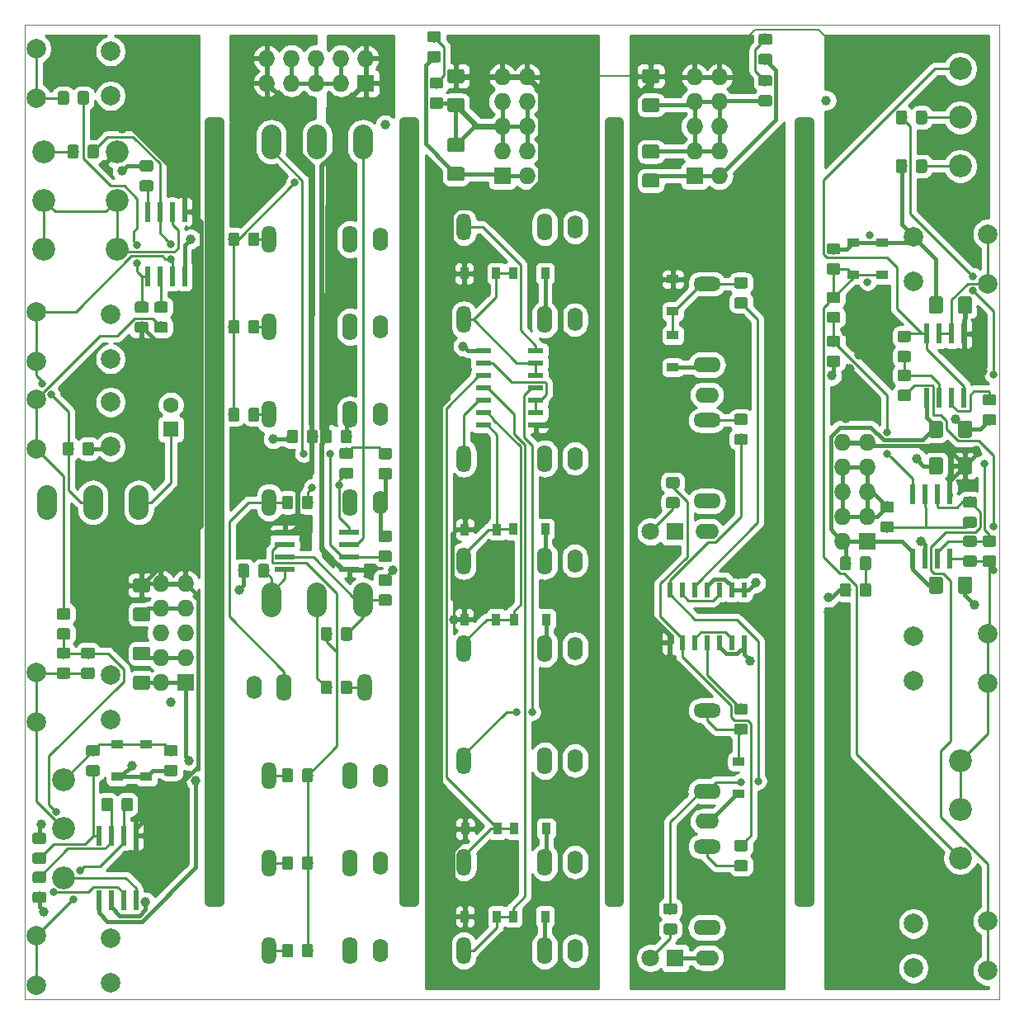
<source format=gbr>
%TF.GenerationSoftware,KiCad,Pcbnew,(5.1.0)-1*%
%TF.CreationDate,2019-04-16T22:19:31+02:00*%
%TF.ProjectId,Kicad_LFO_1,4b696361-645f-44c4-964f-5f312e6b6963,Rev A*%
%TF.SameCoordinates,Original*%
%TF.FileFunction,Copper,L2,Bot*%
%TF.FilePolarity,Positive*%
%FSLAX46Y46*%
G04 Gerber Fmt 4.6, Leading zero omitted, Abs format (unit mm)*
G04 Created by KiCad (PCBNEW (5.1.0)-1) date 2019-04-16 22:19:31*
%MOMM*%
%LPD*%
G04 APERTURE LIST*
%ADD10C,1.000000*%
%ADD11C,0.050000*%
%ADD12C,0.150000*%
%ADD13C,1.150000*%
%ADD14R,1.600000X1.600000*%
%ADD15C,1.600000*%
%ADD16C,2.340000*%
%ADD17C,2.000000*%
%ADD18O,2.032000X3.556000*%
%ADD19R,0.550000X2.000000*%
%ADD20R,1.727200X1.727200*%
%ADD21O,1.727200X1.727200*%
%ADD22C,1.425000*%
%ADD23R,1.200000X0.900000*%
%ADD24O,1.500000X2.800000*%
%ADD25O,1.600000X2.400000*%
%ADD26O,1.600000X2.800000*%
%ADD27R,2.000000X0.550000*%
%ADD28R,0.900000X1.200000*%
%ADD29R,1.500000X0.600000*%
%ADD30O,2.800000X1.600000*%
%ADD31O,2.400000X1.600000*%
%ADD32O,2.800000X1.500000*%
%ADD33R,0.600000X1.500000*%
%ADD34C,1.800000*%
%ADD35R,1.800000X1.800000*%
%ADD36C,0.800000*%
%ADD37C,1.000000*%
%ADD38C,0.250000*%
%ADD39C,0.400000*%
%ADD40C,0.600000*%
%ADD41C,0.200000*%
%ADD42C,0.500000*%
%ADD43C,0.254000*%
G04 APERTURE END LIST*
D10*
X111000000Y-60000000D02*
X111000000Y-140000000D01*
X110000000Y-140000000D02*
X111000000Y-140000000D01*
X110000000Y-60000000D02*
X111000000Y-60000000D01*
X110000000Y-140000000D02*
X110000000Y-60000000D01*
X129500000Y-140000000D02*
X130500000Y-140000000D01*
X130500000Y-60000000D02*
X130500000Y-140000000D01*
X129500000Y-60000000D02*
X130500000Y-60000000D01*
X129500000Y-140000000D02*
X129500000Y-60000000D01*
X90000000Y-60000000D02*
X90000000Y-140000000D01*
X89000000Y-60000000D02*
X90000000Y-60000000D01*
X89000000Y-140000000D02*
X90000000Y-140000000D01*
X89000000Y-140000000D02*
X89000000Y-60000000D01*
X69000000Y-60000000D02*
X70000000Y-60000000D01*
X69000000Y-140000000D02*
X69000000Y-60000000D01*
X69000000Y-140000000D02*
X70000000Y-140000000D01*
X70000000Y-60000000D02*
X70000000Y-140000000D01*
D11*
X150000000Y-50000000D02*
X50000000Y-50000000D01*
X150000000Y-150000000D02*
X150000000Y-50000000D01*
X50000000Y-150000000D02*
X150000000Y-150000000D01*
X50000000Y-50000000D02*
X50000000Y-150000000D01*
D12*
G36*
X92724505Y-57451204D02*
G01*
X92748773Y-57454804D01*
X92772572Y-57460765D01*
X92795671Y-57469030D01*
X92817850Y-57479520D01*
X92838893Y-57492132D01*
X92858599Y-57506747D01*
X92876777Y-57523223D01*
X92893253Y-57541401D01*
X92907868Y-57561107D01*
X92920480Y-57582150D01*
X92930970Y-57604329D01*
X92939235Y-57627428D01*
X92945196Y-57651227D01*
X92948796Y-57675495D01*
X92950000Y-57699999D01*
X92950000Y-58350001D01*
X92948796Y-58374505D01*
X92945196Y-58398773D01*
X92939235Y-58422572D01*
X92930970Y-58445671D01*
X92920480Y-58467850D01*
X92907868Y-58488893D01*
X92893253Y-58508599D01*
X92876777Y-58526777D01*
X92858599Y-58543253D01*
X92838893Y-58557868D01*
X92817850Y-58570480D01*
X92795671Y-58580970D01*
X92772572Y-58589235D01*
X92748773Y-58595196D01*
X92724505Y-58598796D01*
X92700001Y-58600000D01*
X91799999Y-58600000D01*
X91775495Y-58598796D01*
X91751227Y-58595196D01*
X91727428Y-58589235D01*
X91704329Y-58580970D01*
X91682150Y-58570480D01*
X91661107Y-58557868D01*
X91641401Y-58543253D01*
X91623223Y-58526777D01*
X91606747Y-58508599D01*
X91592132Y-58488893D01*
X91579520Y-58467850D01*
X91569030Y-58445671D01*
X91560765Y-58422572D01*
X91554804Y-58398773D01*
X91551204Y-58374505D01*
X91550000Y-58350001D01*
X91550000Y-57699999D01*
X91551204Y-57675495D01*
X91554804Y-57651227D01*
X91560765Y-57627428D01*
X91569030Y-57604329D01*
X91579520Y-57582150D01*
X91592132Y-57561107D01*
X91606747Y-57541401D01*
X91623223Y-57523223D01*
X91641401Y-57506747D01*
X91661107Y-57492132D01*
X91682150Y-57479520D01*
X91704329Y-57469030D01*
X91727428Y-57460765D01*
X91751227Y-57454804D01*
X91775495Y-57451204D01*
X91799999Y-57450000D01*
X92700001Y-57450000D01*
X92724505Y-57451204D01*
X92724505Y-57451204D01*
G37*
D13*
X92250000Y-58025000D03*
D12*
G36*
X92724505Y-55401204D02*
G01*
X92748773Y-55404804D01*
X92772572Y-55410765D01*
X92795671Y-55419030D01*
X92817850Y-55429520D01*
X92838893Y-55442132D01*
X92858599Y-55456747D01*
X92876777Y-55473223D01*
X92893253Y-55491401D01*
X92907868Y-55511107D01*
X92920480Y-55532150D01*
X92930970Y-55554329D01*
X92939235Y-55577428D01*
X92945196Y-55601227D01*
X92948796Y-55625495D01*
X92950000Y-55649999D01*
X92950000Y-56300001D01*
X92948796Y-56324505D01*
X92945196Y-56348773D01*
X92939235Y-56372572D01*
X92930970Y-56395671D01*
X92920480Y-56417850D01*
X92907868Y-56438893D01*
X92893253Y-56458599D01*
X92876777Y-56476777D01*
X92858599Y-56493253D01*
X92838893Y-56507868D01*
X92817850Y-56520480D01*
X92795671Y-56530970D01*
X92772572Y-56539235D01*
X92748773Y-56545196D01*
X92724505Y-56548796D01*
X92700001Y-56550000D01*
X91799999Y-56550000D01*
X91775495Y-56548796D01*
X91751227Y-56545196D01*
X91727428Y-56539235D01*
X91704329Y-56530970D01*
X91682150Y-56520480D01*
X91661107Y-56507868D01*
X91641401Y-56493253D01*
X91623223Y-56476777D01*
X91606747Y-56458599D01*
X91592132Y-56438893D01*
X91579520Y-56417850D01*
X91569030Y-56395671D01*
X91560765Y-56372572D01*
X91554804Y-56348773D01*
X91551204Y-56324505D01*
X91550000Y-56300001D01*
X91550000Y-55649999D01*
X91551204Y-55625495D01*
X91554804Y-55601227D01*
X91560765Y-55577428D01*
X91569030Y-55554329D01*
X91579520Y-55532150D01*
X91592132Y-55511107D01*
X91606747Y-55491401D01*
X91623223Y-55473223D01*
X91641401Y-55456747D01*
X91661107Y-55442132D01*
X91682150Y-55429520D01*
X91704329Y-55419030D01*
X91727428Y-55410765D01*
X91751227Y-55404804D01*
X91775495Y-55401204D01*
X91799999Y-55400000D01*
X92700001Y-55400000D01*
X92724505Y-55401204D01*
X92724505Y-55401204D01*
G37*
D13*
X92250000Y-55975000D03*
D12*
G36*
X62974505Y-63901204D02*
G01*
X62998773Y-63904804D01*
X63022572Y-63910765D01*
X63045671Y-63919030D01*
X63067850Y-63929520D01*
X63088893Y-63942132D01*
X63108599Y-63956747D01*
X63126777Y-63973223D01*
X63143253Y-63991401D01*
X63157868Y-64011107D01*
X63170480Y-64032150D01*
X63180970Y-64054329D01*
X63189235Y-64077428D01*
X63195196Y-64101227D01*
X63198796Y-64125495D01*
X63200000Y-64149999D01*
X63200000Y-64800001D01*
X63198796Y-64824505D01*
X63195196Y-64848773D01*
X63189235Y-64872572D01*
X63180970Y-64895671D01*
X63170480Y-64917850D01*
X63157868Y-64938893D01*
X63143253Y-64958599D01*
X63126777Y-64976777D01*
X63108599Y-64993253D01*
X63088893Y-65007868D01*
X63067850Y-65020480D01*
X63045671Y-65030970D01*
X63022572Y-65039235D01*
X62998773Y-65045196D01*
X62974505Y-65048796D01*
X62950001Y-65050000D01*
X62049999Y-65050000D01*
X62025495Y-65048796D01*
X62001227Y-65045196D01*
X61977428Y-65039235D01*
X61954329Y-65030970D01*
X61932150Y-65020480D01*
X61911107Y-65007868D01*
X61891401Y-64993253D01*
X61873223Y-64976777D01*
X61856747Y-64958599D01*
X61842132Y-64938893D01*
X61829520Y-64917850D01*
X61819030Y-64895671D01*
X61810765Y-64872572D01*
X61804804Y-64848773D01*
X61801204Y-64824505D01*
X61800000Y-64800001D01*
X61800000Y-64149999D01*
X61801204Y-64125495D01*
X61804804Y-64101227D01*
X61810765Y-64077428D01*
X61819030Y-64054329D01*
X61829520Y-64032150D01*
X61842132Y-64011107D01*
X61856747Y-63991401D01*
X61873223Y-63973223D01*
X61891401Y-63956747D01*
X61911107Y-63942132D01*
X61932150Y-63929520D01*
X61954329Y-63919030D01*
X61977428Y-63910765D01*
X62001227Y-63904804D01*
X62025495Y-63901204D01*
X62049999Y-63900000D01*
X62950001Y-63900000D01*
X62974505Y-63901204D01*
X62974505Y-63901204D01*
G37*
D13*
X62500000Y-64475000D03*
D12*
G36*
X62974505Y-65951204D02*
G01*
X62998773Y-65954804D01*
X63022572Y-65960765D01*
X63045671Y-65969030D01*
X63067850Y-65979520D01*
X63088893Y-65992132D01*
X63108599Y-66006747D01*
X63126777Y-66023223D01*
X63143253Y-66041401D01*
X63157868Y-66061107D01*
X63170480Y-66082150D01*
X63180970Y-66104329D01*
X63189235Y-66127428D01*
X63195196Y-66151227D01*
X63198796Y-66175495D01*
X63200000Y-66199999D01*
X63200000Y-66850001D01*
X63198796Y-66874505D01*
X63195196Y-66898773D01*
X63189235Y-66922572D01*
X63180970Y-66945671D01*
X63170480Y-66967850D01*
X63157868Y-66988893D01*
X63143253Y-67008599D01*
X63126777Y-67026777D01*
X63108599Y-67043253D01*
X63088893Y-67057868D01*
X63067850Y-67070480D01*
X63045671Y-67080970D01*
X63022572Y-67089235D01*
X62998773Y-67095196D01*
X62974505Y-67098796D01*
X62950001Y-67100000D01*
X62049999Y-67100000D01*
X62025495Y-67098796D01*
X62001227Y-67095196D01*
X61977428Y-67089235D01*
X61954329Y-67080970D01*
X61932150Y-67070480D01*
X61911107Y-67057868D01*
X61891401Y-67043253D01*
X61873223Y-67026777D01*
X61856747Y-67008599D01*
X61842132Y-66988893D01*
X61829520Y-66967850D01*
X61819030Y-66945671D01*
X61810765Y-66922572D01*
X61804804Y-66898773D01*
X61801204Y-66874505D01*
X61800000Y-66850001D01*
X61800000Y-66199999D01*
X61801204Y-66175495D01*
X61804804Y-66151227D01*
X61810765Y-66127428D01*
X61819030Y-66104329D01*
X61829520Y-66082150D01*
X61842132Y-66061107D01*
X61856747Y-66041401D01*
X61873223Y-66023223D01*
X61891401Y-66006747D01*
X61911107Y-65992132D01*
X61932150Y-65979520D01*
X61954329Y-65969030D01*
X61977428Y-65960765D01*
X62001227Y-65954804D01*
X62025495Y-65951204D01*
X62049999Y-65950000D01*
X62950001Y-65950000D01*
X62974505Y-65951204D01*
X62974505Y-65951204D01*
G37*
D13*
X62500000Y-66525000D03*
D12*
G36*
X54824505Y-92801204D02*
G01*
X54848773Y-92804804D01*
X54872572Y-92810765D01*
X54895671Y-92819030D01*
X54917850Y-92829520D01*
X54938893Y-92842132D01*
X54958599Y-92856747D01*
X54976777Y-92873223D01*
X54993253Y-92891401D01*
X55007868Y-92911107D01*
X55020480Y-92932150D01*
X55030970Y-92954329D01*
X55039235Y-92977428D01*
X55045196Y-93001227D01*
X55048796Y-93025495D01*
X55050000Y-93049999D01*
X55050000Y-93950001D01*
X55048796Y-93974505D01*
X55045196Y-93998773D01*
X55039235Y-94022572D01*
X55030970Y-94045671D01*
X55020480Y-94067850D01*
X55007868Y-94088893D01*
X54993253Y-94108599D01*
X54976777Y-94126777D01*
X54958599Y-94143253D01*
X54938893Y-94157868D01*
X54917850Y-94170480D01*
X54895671Y-94180970D01*
X54872572Y-94189235D01*
X54848773Y-94195196D01*
X54824505Y-94198796D01*
X54800001Y-94200000D01*
X54149999Y-94200000D01*
X54125495Y-94198796D01*
X54101227Y-94195196D01*
X54077428Y-94189235D01*
X54054329Y-94180970D01*
X54032150Y-94170480D01*
X54011107Y-94157868D01*
X53991401Y-94143253D01*
X53973223Y-94126777D01*
X53956747Y-94108599D01*
X53942132Y-94088893D01*
X53929520Y-94067850D01*
X53919030Y-94045671D01*
X53910765Y-94022572D01*
X53904804Y-93998773D01*
X53901204Y-93974505D01*
X53900000Y-93950001D01*
X53900000Y-93049999D01*
X53901204Y-93025495D01*
X53904804Y-93001227D01*
X53910765Y-92977428D01*
X53919030Y-92954329D01*
X53929520Y-92932150D01*
X53942132Y-92911107D01*
X53956747Y-92891401D01*
X53973223Y-92873223D01*
X53991401Y-92856747D01*
X54011107Y-92842132D01*
X54032150Y-92829520D01*
X54054329Y-92819030D01*
X54077428Y-92810765D01*
X54101227Y-92804804D01*
X54125495Y-92801204D01*
X54149999Y-92800000D01*
X54800001Y-92800000D01*
X54824505Y-92801204D01*
X54824505Y-92801204D01*
G37*
D13*
X54475000Y-93500000D03*
D12*
G36*
X56874505Y-92801204D02*
G01*
X56898773Y-92804804D01*
X56922572Y-92810765D01*
X56945671Y-92819030D01*
X56967850Y-92829520D01*
X56988893Y-92842132D01*
X57008599Y-92856747D01*
X57026777Y-92873223D01*
X57043253Y-92891401D01*
X57057868Y-92911107D01*
X57070480Y-92932150D01*
X57080970Y-92954329D01*
X57089235Y-92977428D01*
X57095196Y-93001227D01*
X57098796Y-93025495D01*
X57100000Y-93049999D01*
X57100000Y-93950001D01*
X57098796Y-93974505D01*
X57095196Y-93998773D01*
X57089235Y-94022572D01*
X57080970Y-94045671D01*
X57070480Y-94067850D01*
X57057868Y-94088893D01*
X57043253Y-94108599D01*
X57026777Y-94126777D01*
X57008599Y-94143253D01*
X56988893Y-94157868D01*
X56967850Y-94170480D01*
X56945671Y-94180970D01*
X56922572Y-94189235D01*
X56898773Y-94195196D01*
X56874505Y-94198796D01*
X56850001Y-94200000D01*
X56199999Y-94200000D01*
X56175495Y-94198796D01*
X56151227Y-94195196D01*
X56127428Y-94189235D01*
X56104329Y-94180970D01*
X56082150Y-94170480D01*
X56061107Y-94157868D01*
X56041401Y-94143253D01*
X56023223Y-94126777D01*
X56006747Y-94108599D01*
X55992132Y-94088893D01*
X55979520Y-94067850D01*
X55969030Y-94045671D01*
X55960765Y-94022572D01*
X55954804Y-93998773D01*
X55951204Y-93974505D01*
X55950000Y-93950001D01*
X55950000Y-93049999D01*
X55951204Y-93025495D01*
X55954804Y-93001227D01*
X55960765Y-92977428D01*
X55969030Y-92954329D01*
X55979520Y-92932150D01*
X55992132Y-92911107D01*
X56006747Y-92891401D01*
X56023223Y-92873223D01*
X56041401Y-92856747D01*
X56061107Y-92842132D01*
X56082150Y-92829520D01*
X56104329Y-92819030D01*
X56127428Y-92810765D01*
X56151227Y-92804804D01*
X56175495Y-92801204D01*
X56199999Y-92800000D01*
X56850001Y-92800000D01*
X56874505Y-92801204D01*
X56874505Y-92801204D01*
G37*
D13*
X56525000Y-93500000D03*
D14*
X65000000Y-91500000D03*
D15*
X65000000Y-89000000D03*
D12*
G36*
X55324505Y-62301204D02*
G01*
X55348773Y-62304804D01*
X55372572Y-62310765D01*
X55395671Y-62319030D01*
X55417850Y-62329520D01*
X55438893Y-62342132D01*
X55458599Y-62356747D01*
X55476777Y-62373223D01*
X55493253Y-62391401D01*
X55507868Y-62411107D01*
X55520480Y-62432150D01*
X55530970Y-62454329D01*
X55539235Y-62477428D01*
X55545196Y-62501227D01*
X55548796Y-62525495D01*
X55550000Y-62549999D01*
X55550000Y-63450001D01*
X55548796Y-63474505D01*
X55545196Y-63498773D01*
X55539235Y-63522572D01*
X55530970Y-63545671D01*
X55520480Y-63567850D01*
X55507868Y-63588893D01*
X55493253Y-63608599D01*
X55476777Y-63626777D01*
X55458599Y-63643253D01*
X55438893Y-63657868D01*
X55417850Y-63670480D01*
X55395671Y-63680970D01*
X55372572Y-63689235D01*
X55348773Y-63695196D01*
X55324505Y-63698796D01*
X55300001Y-63700000D01*
X54649999Y-63700000D01*
X54625495Y-63698796D01*
X54601227Y-63695196D01*
X54577428Y-63689235D01*
X54554329Y-63680970D01*
X54532150Y-63670480D01*
X54511107Y-63657868D01*
X54491401Y-63643253D01*
X54473223Y-63626777D01*
X54456747Y-63608599D01*
X54442132Y-63588893D01*
X54429520Y-63567850D01*
X54419030Y-63545671D01*
X54410765Y-63522572D01*
X54404804Y-63498773D01*
X54401204Y-63474505D01*
X54400000Y-63450001D01*
X54400000Y-62549999D01*
X54401204Y-62525495D01*
X54404804Y-62501227D01*
X54410765Y-62477428D01*
X54419030Y-62454329D01*
X54429520Y-62432150D01*
X54442132Y-62411107D01*
X54456747Y-62391401D01*
X54473223Y-62373223D01*
X54491401Y-62356747D01*
X54511107Y-62342132D01*
X54532150Y-62329520D01*
X54554329Y-62319030D01*
X54577428Y-62310765D01*
X54601227Y-62304804D01*
X54625495Y-62301204D01*
X54649999Y-62300000D01*
X55300001Y-62300000D01*
X55324505Y-62301204D01*
X55324505Y-62301204D01*
G37*
D13*
X54975000Y-63000000D03*
D12*
G36*
X57374505Y-62301204D02*
G01*
X57398773Y-62304804D01*
X57422572Y-62310765D01*
X57445671Y-62319030D01*
X57467850Y-62329520D01*
X57488893Y-62342132D01*
X57508599Y-62356747D01*
X57526777Y-62373223D01*
X57543253Y-62391401D01*
X57557868Y-62411107D01*
X57570480Y-62432150D01*
X57580970Y-62454329D01*
X57589235Y-62477428D01*
X57595196Y-62501227D01*
X57598796Y-62525495D01*
X57600000Y-62549999D01*
X57600000Y-63450001D01*
X57598796Y-63474505D01*
X57595196Y-63498773D01*
X57589235Y-63522572D01*
X57580970Y-63545671D01*
X57570480Y-63567850D01*
X57557868Y-63588893D01*
X57543253Y-63608599D01*
X57526777Y-63626777D01*
X57508599Y-63643253D01*
X57488893Y-63657868D01*
X57467850Y-63670480D01*
X57445671Y-63680970D01*
X57422572Y-63689235D01*
X57398773Y-63695196D01*
X57374505Y-63698796D01*
X57350001Y-63700000D01*
X56699999Y-63700000D01*
X56675495Y-63698796D01*
X56651227Y-63695196D01*
X56627428Y-63689235D01*
X56604329Y-63680970D01*
X56582150Y-63670480D01*
X56561107Y-63657868D01*
X56541401Y-63643253D01*
X56523223Y-63626777D01*
X56506747Y-63608599D01*
X56492132Y-63588893D01*
X56479520Y-63567850D01*
X56469030Y-63545671D01*
X56460765Y-63522572D01*
X56454804Y-63498773D01*
X56451204Y-63474505D01*
X56450000Y-63450001D01*
X56450000Y-62549999D01*
X56451204Y-62525495D01*
X56454804Y-62501227D01*
X56460765Y-62477428D01*
X56469030Y-62454329D01*
X56479520Y-62432150D01*
X56492132Y-62411107D01*
X56506747Y-62391401D01*
X56523223Y-62373223D01*
X56541401Y-62356747D01*
X56561107Y-62342132D01*
X56582150Y-62329520D01*
X56604329Y-62319030D01*
X56627428Y-62310765D01*
X56651227Y-62304804D01*
X56675495Y-62301204D01*
X56699999Y-62300000D01*
X57350001Y-62300000D01*
X57374505Y-62301204D01*
X57374505Y-62301204D01*
G37*
D13*
X57025000Y-63000000D03*
D12*
G36*
X62474505Y-78401204D02*
G01*
X62498773Y-78404804D01*
X62522572Y-78410765D01*
X62545671Y-78419030D01*
X62567850Y-78429520D01*
X62588893Y-78442132D01*
X62608599Y-78456747D01*
X62626777Y-78473223D01*
X62643253Y-78491401D01*
X62657868Y-78511107D01*
X62670480Y-78532150D01*
X62680970Y-78554329D01*
X62689235Y-78577428D01*
X62695196Y-78601227D01*
X62698796Y-78625495D01*
X62700000Y-78649999D01*
X62700000Y-79300001D01*
X62698796Y-79324505D01*
X62695196Y-79348773D01*
X62689235Y-79372572D01*
X62680970Y-79395671D01*
X62670480Y-79417850D01*
X62657868Y-79438893D01*
X62643253Y-79458599D01*
X62626777Y-79476777D01*
X62608599Y-79493253D01*
X62588893Y-79507868D01*
X62567850Y-79520480D01*
X62545671Y-79530970D01*
X62522572Y-79539235D01*
X62498773Y-79545196D01*
X62474505Y-79548796D01*
X62450001Y-79550000D01*
X61549999Y-79550000D01*
X61525495Y-79548796D01*
X61501227Y-79545196D01*
X61477428Y-79539235D01*
X61454329Y-79530970D01*
X61432150Y-79520480D01*
X61411107Y-79507868D01*
X61391401Y-79493253D01*
X61373223Y-79476777D01*
X61356747Y-79458599D01*
X61342132Y-79438893D01*
X61329520Y-79417850D01*
X61319030Y-79395671D01*
X61310765Y-79372572D01*
X61304804Y-79348773D01*
X61301204Y-79324505D01*
X61300000Y-79300001D01*
X61300000Y-78649999D01*
X61301204Y-78625495D01*
X61304804Y-78601227D01*
X61310765Y-78577428D01*
X61319030Y-78554329D01*
X61329520Y-78532150D01*
X61342132Y-78511107D01*
X61356747Y-78491401D01*
X61373223Y-78473223D01*
X61391401Y-78456747D01*
X61411107Y-78442132D01*
X61432150Y-78429520D01*
X61454329Y-78419030D01*
X61477428Y-78410765D01*
X61501227Y-78404804D01*
X61525495Y-78401204D01*
X61549999Y-78400000D01*
X62450001Y-78400000D01*
X62474505Y-78401204D01*
X62474505Y-78401204D01*
G37*
D13*
X62000000Y-78975000D03*
D12*
G36*
X62474505Y-80451204D02*
G01*
X62498773Y-80454804D01*
X62522572Y-80460765D01*
X62545671Y-80469030D01*
X62567850Y-80479520D01*
X62588893Y-80492132D01*
X62608599Y-80506747D01*
X62626777Y-80523223D01*
X62643253Y-80541401D01*
X62657868Y-80561107D01*
X62670480Y-80582150D01*
X62680970Y-80604329D01*
X62689235Y-80627428D01*
X62695196Y-80651227D01*
X62698796Y-80675495D01*
X62700000Y-80699999D01*
X62700000Y-81350001D01*
X62698796Y-81374505D01*
X62695196Y-81398773D01*
X62689235Y-81422572D01*
X62680970Y-81445671D01*
X62670480Y-81467850D01*
X62657868Y-81488893D01*
X62643253Y-81508599D01*
X62626777Y-81526777D01*
X62608599Y-81543253D01*
X62588893Y-81557868D01*
X62567850Y-81570480D01*
X62545671Y-81580970D01*
X62522572Y-81589235D01*
X62498773Y-81595196D01*
X62474505Y-81598796D01*
X62450001Y-81600000D01*
X61549999Y-81600000D01*
X61525495Y-81598796D01*
X61501227Y-81595196D01*
X61477428Y-81589235D01*
X61454329Y-81580970D01*
X61432150Y-81570480D01*
X61411107Y-81557868D01*
X61391401Y-81543253D01*
X61373223Y-81526777D01*
X61356747Y-81508599D01*
X61342132Y-81488893D01*
X61329520Y-81467850D01*
X61319030Y-81445671D01*
X61310765Y-81422572D01*
X61304804Y-81398773D01*
X61301204Y-81374505D01*
X61300000Y-81350001D01*
X61300000Y-80699999D01*
X61301204Y-80675495D01*
X61304804Y-80651227D01*
X61310765Y-80627428D01*
X61319030Y-80604329D01*
X61329520Y-80582150D01*
X61342132Y-80561107D01*
X61356747Y-80541401D01*
X61373223Y-80523223D01*
X61391401Y-80506747D01*
X61411107Y-80492132D01*
X61432150Y-80479520D01*
X61454329Y-80469030D01*
X61477428Y-80460765D01*
X61501227Y-80454804D01*
X61525495Y-80451204D01*
X61549999Y-80450000D01*
X62450001Y-80450000D01*
X62474505Y-80451204D01*
X62474505Y-80451204D01*
G37*
D13*
X62000000Y-81025000D03*
D12*
G36*
X64474505Y-78401204D02*
G01*
X64498773Y-78404804D01*
X64522572Y-78410765D01*
X64545671Y-78419030D01*
X64567850Y-78429520D01*
X64588893Y-78442132D01*
X64608599Y-78456747D01*
X64626777Y-78473223D01*
X64643253Y-78491401D01*
X64657868Y-78511107D01*
X64670480Y-78532150D01*
X64680970Y-78554329D01*
X64689235Y-78577428D01*
X64695196Y-78601227D01*
X64698796Y-78625495D01*
X64700000Y-78649999D01*
X64700000Y-79300001D01*
X64698796Y-79324505D01*
X64695196Y-79348773D01*
X64689235Y-79372572D01*
X64680970Y-79395671D01*
X64670480Y-79417850D01*
X64657868Y-79438893D01*
X64643253Y-79458599D01*
X64626777Y-79476777D01*
X64608599Y-79493253D01*
X64588893Y-79507868D01*
X64567850Y-79520480D01*
X64545671Y-79530970D01*
X64522572Y-79539235D01*
X64498773Y-79545196D01*
X64474505Y-79548796D01*
X64450001Y-79550000D01*
X63549999Y-79550000D01*
X63525495Y-79548796D01*
X63501227Y-79545196D01*
X63477428Y-79539235D01*
X63454329Y-79530970D01*
X63432150Y-79520480D01*
X63411107Y-79507868D01*
X63391401Y-79493253D01*
X63373223Y-79476777D01*
X63356747Y-79458599D01*
X63342132Y-79438893D01*
X63329520Y-79417850D01*
X63319030Y-79395671D01*
X63310765Y-79372572D01*
X63304804Y-79348773D01*
X63301204Y-79324505D01*
X63300000Y-79300001D01*
X63300000Y-78649999D01*
X63301204Y-78625495D01*
X63304804Y-78601227D01*
X63310765Y-78577428D01*
X63319030Y-78554329D01*
X63329520Y-78532150D01*
X63342132Y-78511107D01*
X63356747Y-78491401D01*
X63373223Y-78473223D01*
X63391401Y-78456747D01*
X63411107Y-78442132D01*
X63432150Y-78429520D01*
X63454329Y-78419030D01*
X63477428Y-78410765D01*
X63501227Y-78404804D01*
X63525495Y-78401204D01*
X63549999Y-78400000D01*
X64450001Y-78400000D01*
X64474505Y-78401204D01*
X64474505Y-78401204D01*
G37*
D13*
X64000000Y-78975000D03*
D12*
G36*
X64474505Y-80451204D02*
G01*
X64498773Y-80454804D01*
X64522572Y-80460765D01*
X64545671Y-80469030D01*
X64567850Y-80479520D01*
X64588893Y-80492132D01*
X64608599Y-80506747D01*
X64626777Y-80523223D01*
X64643253Y-80541401D01*
X64657868Y-80561107D01*
X64670480Y-80582150D01*
X64680970Y-80604329D01*
X64689235Y-80627428D01*
X64695196Y-80651227D01*
X64698796Y-80675495D01*
X64700000Y-80699999D01*
X64700000Y-81350001D01*
X64698796Y-81374505D01*
X64695196Y-81398773D01*
X64689235Y-81422572D01*
X64680970Y-81445671D01*
X64670480Y-81467850D01*
X64657868Y-81488893D01*
X64643253Y-81508599D01*
X64626777Y-81526777D01*
X64608599Y-81543253D01*
X64588893Y-81557868D01*
X64567850Y-81570480D01*
X64545671Y-81580970D01*
X64522572Y-81589235D01*
X64498773Y-81595196D01*
X64474505Y-81598796D01*
X64450001Y-81600000D01*
X63549999Y-81600000D01*
X63525495Y-81598796D01*
X63501227Y-81595196D01*
X63477428Y-81589235D01*
X63454329Y-81580970D01*
X63432150Y-81570480D01*
X63411107Y-81557868D01*
X63391401Y-81543253D01*
X63373223Y-81526777D01*
X63356747Y-81508599D01*
X63342132Y-81488893D01*
X63329520Y-81467850D01*
X63319030Y-81445671D01*
X63310765Y-81422572D01*
X63304804Y-81398773D01*
X63301204Y-81374505D01*
X63300000Y-81350001D01*
X63300000Y-80699999D01*
X63301204Y-80675495D01*
X63304804Y-80651227D01*
X63310765Y-80627428D01*
X63319030Y-80604329D01*
X63329520Y-80582150D01*
X63342132Y-80561107D01*
X63356747Y-80541401D01*
X63373223Y-80523223D01*
X63391401Y-80506747D01*
X63411107Y-80492132D01*
X63432150Y-80479520D01*
X63454329Y-80469030D01*
X63477428Y-80460765D01*
X63501227Y-80454804D01*
X63525495Y-80451204D01*
X63549999Y-80450000D01*
X64450001Y-80450000D01*
X64474505Y-80451204D01*
X64474505Y-80451204D01*
G37*
D13*
X64000000Y-81025000D03*
D12*
G36*
X54324505Y-56801204D02*
G01*
X54348773Y-56804804D01*
X54372572Y-56810765D01*
X54395671Y-56819030D01*
X54417850Y-56829520D01*
X54438893Y-56842132D01*
X54458599Y-56856747D01*
X54476777Y-56873223D01*
X54493253Y-56891401D01*
X54507868Y-56911107D01*
X54520480Y-56932150D01*
X54530970Y-56954329D01*
X54539235Y-56977428D01*
X54545196Y-57001227D01*
X54548796Y-57025495D01*
X54550000Y-57049999D01*
X54550000Y-57950001D01*
X54548796Y-57974505D01*
X54545196Y-57998773D01*
X54539235Y-58022572D01*
X54530970Y-58045671D01*
X54520480Y-58067850D01*
X54507868Y-58088893D01*
X54493253Y-58108599D01*
X54476777Y-58126777D01*
X54458599Y-58143253D01*
X54438893Y-58157868D01*
X54417850Y-58170480D01*
X54395671Y-58180970D01*
X54372572Y-58189235D01*
X54348773Y-58195196D01*
X54324505Y-58198796D01*
X54300001Y-58200000D01*
X53649999Y-58200000D01*
X53625495Y-58198796D01*
X53601227Y-58195196D01*
X53577428Y-58189235D01*
X53554329Y-58180970D01*
X53532150Y-58170480D01*
X53511107Y-58157868D01*
X53491401Y-58143253D01*
X53473223Y-58126777D01*
X53456747Y-58108599D01*
X53442132Y-58088893D01*
X53429520Y-58067850D01*
X53419030Y-58045671D01*
X53410765Y-58022572D01*
X53404804Y-57998773D01*
X53401204Y-57974505D01*
X53400000Y-57950001D01*
X53400000Y-57049999D01*
X53401204Y-57025495D01*
X53404804Y-57001227D01*
X53410765Y-56977428D01*
X53419030Y-56954329D01*
X53429520Y-56932150D01*
X53442132Y-56911107D01*
X53456747Y-56891401D01*
X53473223Y-56873223D01*
X53491401Y-56856747D01*
X53511107Y-56842132D01*
X53532150Y-56829520D01*
X53554329Y-56819030D01*
X53577428Y-56810765D01*
X53601227Y-56804804D01*
X53625495Y-56801204D01*
X53649999Y-56800000D01*
X54300001Y-56800000D01*
X54324505Y-56801204D01*
X54324505Y-56801204D01*
G37*
D13*
X53975000Y-57500000D03*
D12*
G36*
X56374505Y-56801204D02*
G01*
X56398773Y-56804804D01*
X56422572Y-56810765D01*
X56445671Y-56819030D01*
X56467850Y-56829520D01*
X56488893Y-56842132D01*
X56508599Y-56856747D01*
X56526777Y-56873223D01*
X56543253Y-56891401D01*
X56557868Y-56911107D01*
X56570480Y-56932150D01*
X56580970Y-56954329D01*
X56589235Y-56977428D01*
X56595196Y-57001227D01*
X56598796Y-57025495D01*
X56600000Y-57049999D01*
X56600000Y-57950001D01*
X56598796Y-57974505D01*
X56595196Y-57998773D01*
X56589235Y-58022572D01*
X56580970Y-58045671D01*
X56570480Y-58067850D01*
X56557868Y-58088893D01*
X56543253Y-58108599D01*
X56526777Y-58126777D01*
X56508599Y-58143253D01*
X56488893Y-58157868D01*
X56467850Y-58170480D01*
X56445671Y-58180970D01*
X56422572Y-58189235D01*
X56398773Y-58195196D01*
X56374505Y-58198796D01*
X56350001Y-58200000D01*
X55699999Y-58200000D01*
X55675495Y-58198796D01*
X55651227Y-58195196D01*
X55627428Y-58189235D01*
X55604329Y-58180970D01*
X55582150Y-58170480D01*
X55561107Y-58157868D01*
X55541401Y-58143253D01*
X55523223Y-58126777D01*
X55506747Y-58108599D01*
X55492132Y-58088893D01*
X55479520Y-58067850D01*
X55469030Y-58045671D01*
X55460765Y-58022572D01*
X55454804Y-57998773D01*
X55451204Y-57974505D01*
X55450000Y-57950001D01*
X55450000Y-57049999D01*
X55451204Y-57025495D01*
X55454804Y-57001227D01*
X55460765Y-56977428D01*
X55469030Y-56954329D01*
X55479520Y-56932150D01*
X55492132Y-56911107D01*
X55506747Y-56891401D01*
X55523223Y-56873223D01*
X55541401Y-56856747D01*
X55561107Y-56842132D01*
X55582150Y-56829520D01*
X55604329Y-56819030D01*
X55627428Y-56810765D01*
X55651227Y-56804804D01*
X55675495Y-56801204D01*
X55699999Y-56800000D01*
X56350001Y-56800000D01*
X56374505Y-56801204D01*
X56374505Y-56801204D01*
G37*
D13*
X56025000Y-57500000D03*
D16*
X52000000Y-73000000D03*
X52000000Y-68000000D03*
X52000000Y-63000000D03*
X59500000Y-73000000D03*
X59500000Y-68000000D03*
X59500000Y-63000000D03*
D17*
X58810000Y-93286000D03*
X58810000Y-88714000D03*
X51190000Y-93540000D03*
X51190000Y-88460000D03*
X51190000Y-52460000D03*
X51190000Y-57540000D03*
X58810000Y-52714000D03*
X58810000Y-57286000D03*
X51190000Y-79460000D03*
X51190000Y-84540000D03*
X58810000Y-79714000D03*
X58810000Y-84286000D03*
D18*
X61700000Y-99000000D03*
X57000000Y-99000000D03*
X52300000Y-99000000D03*
D19*
X66405000Y-75800000D03*
X65135000Y-75800000D03*
X63865000Y-75800000D03*
X62595000Y-75800000D03*
X62595000Y-69200000D03*
X63865000Y-69200000D03*
X65135000Y-69200000D03*
X66405000Y-69200000D03*
D20*
X66500000Y-117500000D03*
D21*
X63960000Y-117500000D03*
X66500000Y-114960000D03*
X63960000Y-114960000D03*
X66500000Y-112420000D03*
X63960000Y-112420000D03*
X66500000Y-109880000D03*
X63960000Y-109880000D03*
X66500000Y-107340000D03*
X63960000Y-107340000D03*
D19*
X61405000Y-139800000D03*
X60135000Y-139800000D03*
X58865000Y-139800000D03*
X57595000Y-139800000D03*
X57595000Y-133200000D03*
X58865000Y-133200000D03*
X60135000Y-133200000D03*
X61405000Y-133200000D03*
D12*
G36*
X62649504Y-109776204D02*
G01*
X62673773Y-109779804D01*
X62697571Y-109785765D01*
X62720671Y-109794030D01*
X62742849Y-109804520D01*
X62763893Y-109817133D01*
X62783598Y-109831747D01*
X62801777Y-109848223D01*
X62818253Y-109866402D01*
X62832867Y-109886107D01*
X62845480Y-109907151D01*
X62855970Y-109929329D01*
X62864235Y-109952429D01*
X62870196Y-109976227D01*
X62873796Y-110000496D01*
X62875000Y-110025000D01*
X62875000Y-110950000D01*
X62873796Y-110974504D01*
X62870196Y-110998773D01*
X62864235Y-111022571D01*
X62855970Y-111045671D01*
X62845480Y-111067849D01*
X62832867Y-111088893D01*
X62818253Y-111108598D01*
X62801777Y-111126777D01*
X62783598Y-111143253D01*
X62763893Y-111157867D01*
X62742849Y-111170480D01*
X62720671Y-111180970D01*
X62697571Y-111189235D01*
X62673773Y-111195196D01*
X62649504Y-111198796D01*
X62625000Y-111200000D01*
X61375000Y-111200000D01*
X61350496Y-111198796D01*
X61326227Y-111195196D01*
X61302429Y-111189235D01*
X61279329Y-111180970D01*
X61257151Y-111170480D01*
X61236107Y-111157867D01*
X61216402Y-111143253D01*
X61198223Y-111126777D01*
X61181747Y-111108598D01*
X61167133Y-111088893D01*
X61154520Y-111067849D01*
X61144030Y-111045671D01*
X61135765Y-111022571D01*
X61129804Y-110998773D01*
X61126204Y-110974504D01*
X61125000Y-110950000D01*
X61125000Y-110025000D01*
X61126204Y-110000496D01*
X61129804Y-109976227D01*
X61135765Y-109952429D01*
X61144030Y-109929329D01*
X61154520Y-109907151D01*
X61167133Y-109886107D01*
X61181747Y-109866402D01*
X61198223Y-109848223D01*
X61216402Y-109831747D01*
X61236107Y-109817133D01*
X61257151Y-109804520D01*
X61279329Y-109794030D01*
X61302429Y-109785765D01*
X61326227Y-109779804D01*
X61350496Y-109776204D01*
X61375000Y-109775000D01*
X62625000Y-109775000D01*
X62649504Y-109776204D01*
X62649504Y-109776204D01*
G37*
D22*
X62000000Y-110487500D03*
D12*
G36*
X62649504Y-106801204D02*
G01*
X62673773Y-106804804D01*
X62697571Y-106810765D01*
X62720671Y-106819030D01*
X62742849Y-106829520D01*
X62763893Y-106842133D01*
X62783598Y-106856747D01*
X62801777Y-106873223D01*
X62818253Y-106891402D01*
X62832867Y-106911107D01*
X62845480Y-106932151D01*
X62855970Y-106954329D01*
X62864235Y-106977429D01*
X62870196Y-107001227D01*
X62873796Y-107025496D01*
X62875000Y-107050000D01*
X62875000Y-107975000D01*
X62873796Y-107999504D01*
X62870196Y-108023773D01*
X62864235Y-108047571D01*
X62855970Y-108070671D01*
X62845480Y-108092849D01*
X62832867Y-108113893D01*
X62818253Y-108133598D01*
X62801777Y-108151777D01*
X62783598Y-108168253D01*
X62763893Y-108182867D01*
X62742849Y-108195480D01*
X62720671Y-108205970D01*
X62697571Y-108214235D01*
X62673773Y-108220196D01*
X62649504Y-108223796D01*
X62625000Y-108225000D01*
X61375000Y-108225000D01*
X61350496Y-108223796D01*
X61326227Y-108220196D01*
X61302429Y-108214235D01*
X61279329Y-108205970D01*
X61257151Y-108195480D01*
X61236107Y-108182867D01*
X61216402Y-108168253D01*
X61198223Y-108151777D01*
X61181747Y-108133598D01*
X61167133Y-108113893D01*
X61154520Y-108092849D01*
X61144030Y-108070671D01*
X61135765Y-108047571D01*
X61129804Y-108023773D01*
X61126204Y-107999504D01*
X61125000Y-107975000D01*
X61125000Y-107050000D01*
X61126204Y-107025496D01*
X61129804Y-107001227D01*
X61135765Y-106977429D01*
X61144030Y-106954329D01*
X61154520Y-106932151D01*
X61167133Y-106911107D01*
X61181747Y-106891402D01*
X61198223Y-106873223D01*
X61216402Y-106856747D01*
X61236107Y-106842133D01*
X61257151Y-106829520D01*
X61279329Y-106819030D01*
X61302429Y-106810765D01*
X61326227Y-106804804D01*
X61350496Y-106801204D01*
X61375000Y-106800000D01*
X62625000Y-106800000D01*
X62649504Y-106801204D01*
X62649504Y-106801204D01*
G37*
D22*
X62000000Y-107512500D03*
D12*
G36*
X62649504Y-113801204D02*
G01*
X62673773Y-113804804D01*
X62697571Y-113810765D01*
X62720671Y-113819030D01*
X62742849Y-113829520D01*
X62763893Y-113842133D01*
X62783598Y-113856747D01*
X62801777Y-113873223D01*
X62818253Y-113891402D01*
X62832867Y-113911107D01*
X62845480Y-113932151D01*
X62855970Y-113954329D01*
X62864235Y-113977429D01*
X62870196Y-114001227D01*
X62873796Y-114025496D01*
X62875000Y-114050000D01*
X62875000Y-114975000D01*
X62873796Y-114999504D01*
X62870196Y-115023773D01*
X62864235Y-115047571D01*
X62855970Y-115070671D01*
X62845480Y-115092849D01*
X62832867Y-115113893D01*
X62818253Y-115133598D01*
X62801777Y-115151777D01*
X62783598Y-115168253D01*
X62763893Y-115182867D01*
X62742849Y-115195480D01*
X62720671Y-115205970D01*
X62697571Y-115214235D01*
X62673773Y-115220196D01*
X62649504Y-115223796D01*
X62625000Y-115225000D01*
X61375000Y-115225000D01*
X61350496Y-115223796D01*
X61326227Y-115220196D01*
X61302429Y-115214235D01*
X61279329Y-115205970D01*
X61257151Y-115195480D01*
X61236107Y-115182867D01*
X61216402Y-115168253D01*
X61198223Y-115151777D01*
X61181747Y-115133598D01*
X61167133Y-115113893D01*
X61154520Y-115092849D01*
X61144030Y-115070671D01*
X61135765Y-115047571D01*
X61129804Y-115023773D01*
X61126204Y-114999504D01*
X61125000Y-114975000D01*
X61125000Y-114050000D01*
X61126204Y-114025496D01*
X61129804Y-114001227D01*
X61135765Y-113977429D01*
X61144030Y-113954329D01*
X61154520Y-113932151D01*
X61167133Y-113911107D01*
X61181747Y-113891402D01*
X61198223Y-113873223D01*
X61216402Y-113856747D01*
X61236107Y-113842133D01*
X61257151Y-113829520D01*
X61279329Y-113819030D01*
X61302429Y-113810765D01*
X61326227Y-113804804D01*
X61350496Y-113801204D01*
X61375000Y-113800000D01*
X62625000Y-113800000D01*
X62649504Y-113801204D01*
X62649504Y-113801204D01*
G37*
D22*
X62000000Y-114512500D03*
D12*
G36*
X62649504Y-116776204D02*
G01*
X62673773Y-116779804D01*
X62697571Y-116785765D01*
X62720671Y-116794030D01*
X62742849Y-116804520D01*
X62763893Y-116817133D01*
X62783598Y-116831747D01*
X62801777Y-116848223D01*
X62818253Y-116866402D01*
X62832867Y-116886107D01*
X62845480Y-116907151D01*
X62855970Y-116929329D01*
X62864235Y-116952429D01*
X62870196Y-116976227D01*
X62873796Y-117000496D01*
X62875000Y-117025000D01*
X62875000Y-117950000D01*
X62873796Y-117974504D01*
X62870196Y-117998773D01*
X62864235Y-118022571D01*
X62855970Y-118045671D01*
X62845480Y-118067849D01*
X62832867Y-118088893D01*
X62818253Y-118108598D01*
X62801777Y-118126777D01*
X62783598Y-118143253D01*
X62763893Y-118157867D01*
X62742849Y-118170480D01*
X62720671Y-118180970D01*
X62697571Y-118189235D01*
X62673773Y-118195196D01*
X62649504Y-118198796D01*
X62625000Y-118200000D01*
X61375000Y-118200000D01*
X61350496Y-118198796D01*
X61326227Y-118195196D01*
X61302429Y-118189235D01*
X61279329Y-118180970D01*
X61257151Y-118170480D01*
X61236107Y-118157867D01*
X61216402Y-118143253D01*
X61198223Y-118126777D01*
X61181747Y-118108598D01*
X61167133Y-118088893D01*
X61154520Y-118067849D01*
X61144030Y-118045671D01*
X61135765Y-118022571D01*
X61129804Y-117998773D01*
X61126204Y-117974504D01*
X61125000Y-117950000D01*
X61125000Y-117025000D01*
X61126204Y-117000496D01*
X61129804Y-116976227D01*
X61135765Y-116952429D01*
X61144030Y-116929329D01*
X61154520Y-116907151D01*
X61167133Y-116886107D01*
X61181747Y-116866402D01*
X61198223Y-116848223D01*
X61216402Y-116831747D01*
X61236107Y-116817133D01*
X61257151Y-116804520D01*
X61279329Y-116794030D01*
X61302429Y-116785765D01*
X61326227Y-116779804D01*
X61350496Y-116776204D01*
X61375000Y-116775000D01*
X62625000Y-116775000D01*
X62649504Y-116776204D01*
X62649504Y-116776204D01*
G37*
D22*
X62000000Y-117487500D03*
D12*
G36*
X56974505Y-115951204D02*
G01*
X56998773Y-115954804D01*
X57022572Y-115960765D01*
X57045671Y-115969030D01*
X57067850Y-115979520D01*
X57088893Y-115992132D01*
X57108599Y-116006747D01*
X57126777Y-116023223D01*
X57143253Y-116041401D01*
X57157868Y-116061107D01*
X57170480Y-116082150D01*
X57180970Y-116104329D01*
X57189235Y-116127428D01*
X57195196Y-116151227D01*
X57198796Y-116175495D01*
X57200000Y-116199999D01*
X57200000Y-116850001D01*
X57198796Y-116874505D01*
X57195196Y-116898773D01*
X57189235Y-116922572D01*
X57180970Y-116945671D01*
X57170480Y-116967850D01*
X57157868Y-116988893D01*
X57143253Y-117008599D01*
X57126777Y-117026777D01*
X57108599Y-117043253D01*
X57088893Y-117057868D01*
X57067850Y-117070480D01*
X57045671Y-117080970D01*
X57022572Y-117089235D01*
X56998773Y-117095196D01*
X56974505Y-117098796D01*
X56950001Y-117100000D01*
X56049999Y-117100000D01*
X56025495Y-117098796D01*
X56001227Y-117095196D01*
X55977428Y-117089235D01*
X55954329Y-117080970D01*
X55932150Y-117070480D01*
X55911107Y-117057868D01*
X55891401Y-117043253D01*
X55873223Y-117026777D01*
X55856747Y-117008599D01*
X55842132Y-116988893D01*
X55829520Y-116967850D01*
X55819030Y-116945671D01*
X55810765Y-116922572D01*
X55804804Y-116898773D01*
X55801204Y-116874505D01*
X55800000Y-116850001D01*
X55800000Y-116199999D01*
X55801204Y-116175495D01*
X55804804Y-116151227D01*
X55810765Y-116127428D01*
X55819030Y-116104329D01*
X55829520Y-116082150D01*
X55842132Y-116061107D01*
X55856747Y-116041401D01*
X55873223Y-116023223D01*
X55891401Y-116006747D01*
X55911107Y-115992132D01*
X55932150Y-115979520D01*
X55954329Y-115969030D01*
X55977428Y-115960765D01*
X56001227Y-115954804D01*
X56025495Y-115951204D01*
X56049999Y-115950000D01*
X56950001Y-115950000D01*
X56974505Y-115951204D01*
X56974505Y-115951204D01*
G37*
D13*
X56500000Y-116525000D03*
D12*
G36*
X56974505Y-113901204D02*
G01*
X56998773Y-113904804D01*
X57022572Y-113910765D01*
X57045671Y-113919030D01*
X57067850Y-113929520D01*
X57088893Y-113942132D01*
X57108599Y-113956747D01*
X57126777Y-113973223D01*
X57143253Y-113991401D01*
X57157868Y-114011107D01*
X57170480Y-114032150D01*
X57180970Y-114054329D01*
X57189235Y-114077428D01*
X57195196Y-114101227D01*
X57198796Y-114125495D01*
X57200000Y-114149999D01*
X57200000Y-114800001D01*
X57198796Y-114824505D01*
X57195196Y-114848773D01*
X57189235Y-114872572D01*
X57180970Y-114895671D01*
X57170480Y-114917850D01*
X57157868Y-114938893D01*
X57143253Y-114958599D01*
X57126777Y-114976777D01*
X57108599Y-114993253D01*
X57088893Y-115007868D01*
X57067850Y-115020480D01*
X57045671Y-115030970D01*
X57022572Y-115039235D01*
X56998773Y-115045196D01*
X56974505Y-115048796D01*
X56950001Y-115050000D01*
X56049999Y-115050000D01*
X56025495Y-115048796D01*
X56001227Y-115045196D01*
X55977428Y-115039235D01*
X55954329Y-115030970D01*
X55932150Y-115020480D01*
X55911107Y-115007868D01*
X55891401Y-114993253D01*
X55873223Y-114976777D01*
X55856747Y-114958599D01*
X55842132Y-114938893D01*
X55829520Y-114917850D01*
X55819030Y-114895671D01*
X55810765Y-114872572D01*
X55804804Y-114848773D01*
X55801204Y-114824505D01*
X55800000Y-114800001D01*
X55800000Y-114149999D01*
X55801204Y-114125495D01*
X55804804Y-114101227D01*
X55810765Y-114077428D01*
X55819030Y-114054329D01*
X55829520Y-114032150D01*
X55842132Y-114011107D01*
X55856747Y-113991401D01*
X55873223Y-113973223D01*
X55891401Y-113956747D01*
X55911107Y-113942132D01*
X55932150Y-113929520D01*
X55954329Y-113919030D01*
X55977428Y-113910765D01*
X56001227Y-113904804D01*
X56025495Y-113901204D01*
X56049999Y-113900000D01*
X56950001Y-113900000D01*
X56974505Y-113901204D01*
X56974505Y-113901204D01*
G37*
D13*
X56500000Y-114475000D03*
D23*
X59500000Y-127150000D03*
X59500000Y-123850000D03*
X62500000Y-127150000D03*
X62500000Y-123850000D03*
D17*
X58810000Y-121286000D03*
X58810000Y-116714000D03*
X51190000Y-121540000D03*
X51190000Y-116460000D03*
X51190000Y-143460000D03*
X51190000Y-148540000D03*
X58810000Y-143714000D03*
X58810000Y-148286000D03*
D12*
G36*
X54474505Y-113901204D02*
G01*
X54498773Y-113904804D01*
X54522572Y-113910765D01*
X54545671Y-113919030D01*
X54567850Y-113929520D01*
X54588893Y-113942132D01*
X54608599Y-113956747D01*
X54626777Y-113973223D01*
X54643253Y-113991401D01*
X54657868Y-114011107D01*
X54670480Y-114032150D01*
X54680970Y-114054329D01*
X54689235Y-114077428D01*
X54695196Y-114101227D01*
X54698796Y-114125495D01*
X54700000Y-114149999D01*
X54700000Y-114800001D01*
X54698796Y-114824505D01*
X54695196Y-114848773D01*
X54689235Y-114872572D01*
X54680970Y-114895671D01*
X54670480Y-114917850D01*
X54657868Y-114938893D01*
X54643253Y-114958599D01*
X54626777Y-114976777D01*
X54608599Y-114993253D01*
X54588893Y-115007868D01*
X54567850Y-115020480D01*
X54545671Y-115030970D01*
X54522572Y-115039235D01*
X54498773Y-115045196D01*
X54474505Y-115048796D01*
X54450001Y-115050000D01*
X53549999Y-115050000D01*
X53525495Y-115048796D01*
X53501227Y-115045196D01*
X53477428Y-115039235D01*
X53454329Y-115030970D01*
X53432150Y-115020480D01*
X53411107Y-115007868D01*
X53391401Y-114993253D01*
X53373223Y-114976777D01*
X53356747Y-114958599D01*
X53342132Y-114938893D01*
X53329520Y-114917850D01*
X53319030Y-114895671D01*
X53310765Y-114872572D01*
X53304804Y-114848773D01*
X53301204Y-114824505D01*
X53300000Y-114800001D01*
X53300000Y-114149999D01*
X53301204Y-114125495D01*
X53304804Y-114101227D01*
X53310765Y-114077428D01*
X53319030Y-114054329D01*
X53329520Y-114032150D01*
X53342132Y-114011107D01*
X53356747Y-113991401D01*
X53373223Y-113973223D01*
X53391401Y-113956747D01*
X53411107Y-113942132D01*
X53432150Y-113929520D01*
X53454329Y-113919030D01*
X53477428Y-113910765D01*
X53501227Y-113904804D01*
X53525495Y-113901204D01*
X53549999Y-113900000D01*
X54450001Y-113900000D01*
X54474505Y-113901204D01*
X54474505Y-113901204D01*
G37*
D13*
X54000000Y-114475000D03*
D12*
G36*
X54474505Y-115951204D02*
G01*
X54498773Y-115954804D01*
X54522572Y-115960765D01*
X54545671Y-115969030D01*
X54567850Y-115979520D01*
X54588893Y-115992132D01*
X54608599Y-116006747D01*
X54626777Y-116023223D01*
X54643253Y-116041401D01*
X54657868Y-116061107D01*
X54670480Y-116082150D01*
X54680970Y-116104329D01*
X54689235Y-116127428D01*
X54695196Y-116151227D01*
X54698796Y-116175495D01*
X54700000Y-116199999D01*
X54700000Y-116850001D01*
X54698796Y-116874505D01*
X54695196Y-116898773D01*
X54689235Y-116922572D01*
X54680970Y-116945671D01*
X54670480Y-116967850D01*
X54657868Y-116988893D01*
X54643253Y-117008599D01*
X54626777Y-117026777D01*
X54608599Y-117043253D01*
X54588893Y-117057868D01*
X54567850Y-117070480D01*
X54545671Y-117080970D01*
X54522572Y-117089235D01*
X54498773Y-117095196D01*
X54474505Y-117098796D01*
X54450001Y-117100000D01*
X53549999Y-117100000D01*
X53525495Y-117098796D01*
X53501227Y-117095196D01*
X53477428Y-117089235D01*
X53454329Y-117080970D01*
X53432150Y-117070480D01*
X53411107Y-117057868D01*
X53391401Y-117043253D01*
X53373223Y-117026777D01*
X53356747Y-117008599D01*
X53342132Y-116988893D01*
X53329520Y-116967850D01*
X53319030Y-116945671D01*
X53310765Y-116922572D01*
X53304804Y-116898773D01*
X53301204Y-116874505D01*
X53300000Y-116850001D01*
X53300000Y-116199999D01*
X53301204Y-116175495D01*
X53304804Y-116151227D01*
X53310765Y-116127428D01*
X53319030Y-116104329D01*
X53329520Y-116082150D01*
X53342132Y-116061107D01*
X53356747Y-116041401D01*
X53373223Y-116023223D01*
X53391401Y-116006747D01*
X53411107Y-115992132D01*
X53432150Y-115979520D01*
X53454329Y-115969030D01*
X53477428Y-115960765D01*
X53501227Y-115954804D01*
X53525495Y-115951204D01*
X53549999Y-115950000D01*
X54450001Y-115950000D01*
X54474505Y-115951204D01*
X54474505Y-115951204D01*
G37*
D13*
X54000000Y-116525000D03*
D12*
G36*
X54474505Y-111926204D02*
G01*
X54498773Y-111929804D01*
X54522572Y-111935765D01*
X54545671Y-111944030D01*
X54567850Y-111954520D01*
X54588893Y-111967132D01*
X54608599Y-111981747D01*
X54626777Y-111998223D01*
X54643253Y-112016401D01*
X54657868Y-112036107D01*
X54670480Y-112057150D01*
X54680970Y-112079329D01*
X54689235Y-112102428D01*
X54695196Y-112126227D01*
X54698796Y-112150495D01*
X54700000Y-112174999D01*
X54700000Y-112825001D01*
X54698796Y-112849505D01*
X54695196Y-112873773D01*
X54689235Y-112897572D01*
X54680970Y-112920671D01*
X54670480Y-112942850D01*
X54657868Y-112963893D01*
X54643253Y-112983599D01*
X54626777Y-113001777D01*
X54608599Y-113018253D01*
X54588893Y-113032868D01*
X54567850Y-113045480D01*
X54545671Y-113055970D01*
X54522572Y-113064235D01*
X54498773Y-113070196D01*
X54474505Y-113073796D01*
X54450001Y-113075000D01*
X53549999Y-113075000D01*
X53525495Y-113073796D01*
X53501227Y-113070196D01*
X53477428Y-113064235D01*
X53454329Y-113055970D01*
X53432150Y-113045480D01*
X53411107Y-113032868D01*
X53391401Y-113018253D01*
X53373223Y-113001777D01*
X53356747Y-112983599D01*
X53342132Y-112963893D01*
X53329520Y-112942850D01*
X53319030Y-112920671D01*
X53310765Y-112897572D01*
X53304804Y-112873773D01*
X53301204Y-112849505D01*
X53300000Y-112825001D01*
X53300000Y-112174999D01*
X53301204Y-112150495D01*
X53304804Y-112126227D01*
X53310765Y-112102428D01*
X53319030Y-112079329D01*
X53329520Y-112057150D01*
X53342132Y-112036107D01*
X53356747Y-112016401D01*
X53373223Y-111998223D01*
X53391401Y-111981747D01*
X53411107Y-111967132D01*
X53432150Y-111954520D01*
X53454329Y-111944030D01*
X53477428Y-111935765D01*
X53501227Y-111929804D01*
X53525495Y-111926204D01*
X53549999Y-111925000D01*
X54450001Y-111925000D01*
X54474505Y-111926204D01*
X54474505Y-111926204D01*
G37*
D13*
X54000000Y-112500000D03*
D12*
G36*
X54474505Y-109876204D02*
G01*
X54498773Y-109879804D01*
X54522572Y-109885765D01*
X54545671Y-109894030D01*
X54567850Y-109904520D01*
X54588893Y-109917132D01*
X54608599Y-109931747D01*
X54626777Y-109948223D01*
X54643253Y-109966401D01*
X54657868Y-109986107D01*
X54670480Y-110007150D01*
X54680970Y-110029329D01*
X54689235Y-110052428D01*
X54695196Y-110076227D01*
X54698796Y-110100495D01*
X54700000Y-110124999D01*
X54700000Y-110775001D01*
X54698796Y-110799505D01*
X54695196Y-110823773D01*
X54689235Y-110847572D01*
X54680970Y-110870671D01*
X54670480Y-110892850D01*
X54657868Y-110913893D01*
X54643253Y-110933599D01*
X54626777Y-110951777D01*
X54608599Y-110968253D01*
X54588893Y-110982868D01*
X54567850Y-110995480D01*
X54545671Y-111005970D01*
X54522572Y-111014235D01*
X54498773Y-111020196D01*
X54474505Y-111023796D01*
X54450001Y-111025000D01*
X53549999Y-111025000D01*
X53525495Y-111023796D01*
X53501227Y-111020196D01*
X53477428Y-111014235D01*
X53454329Y-111005970D01*
X53432150Y-110995480D01*
X53411107Y-110982868D01*
X53391401Y-110968253D01*
X53373223Y-110951777D01*
X53356747Y-110933599D01*
X53342132Y-110913893D01*
X53329520Y-110892850D01*
X53319030Y-110870671D01*
X53310765Y-110847572D01*
X53304804Y-110823773D01*
X53301204Y-110799505D01*
X53300000Y-110775001D01*
X53300000Y-110124999D01*
X53301204Y-110100495D01*
X53304804Y-110076227D01*
X53310765Y-110052428D01*
X53319030Y-110029329D01*
X53329520Y-110007150D01*
X53342132Y-109986107D01*
X53356747Y-109966401D01*
X53373223Y-109948223D01*
X53391401Y-109931747D01*
X53411107Y-109917132D01*
X53432150Y-109904520D01*
X53454329Y-109894030D01*
X53477428Y-109885765D01*
X53501227Y-109879804D01*
X53525495Y-109876204D01*
X53549999Y-109875000D01*
X54450001Y-109875000D01*
X54474505Y-109876204D01*
X54474505Y-109876204D01*
G37*
D13*
X54000000Y-110450000D03*
D12*
G36*
X51974505Y-138951204D02*
G01*
X51998773Y-138954804D01*
X52022572Y-138960765D01*
X52045671Y-138969030D01*
X52067850Y-138979520D01*
X52088893Y-138992132D01*
X52108599Y-139006747D01*
X52126777Y-139023223D01*
X52143253Y-139041401D01*
X52157868Y-139061107D01*
X52170480Y-139082150D01*
X52180970Y-139104329D01*
X52189235Y-139127428D01*
X52195196Y-139151227D01*
X52198796Y-139175495D01*
X52200000Y-139199999D01*
X52200000Y-139850001D01*
X52198796Y-139874505D01*
X52195196Y-139898773D01*
X52189235Y-139922572D01*
X52180970Y-139945671D01*
X52170480Y-139967850D01*
X52157868Y-139988893D01*
X52143253Y-140008599D01*
X52126777Y-140026777D01*
X52108599Y-140043253D01*
X52088893Y-140057868D01*
X52067850Y-140070480D01*
X52045671Y-140080970D01*
X52022572Y-140089235D01*
X51998773Y-140095196D01*
X51974505Y-140098796D01*
X51950001Y-140100000D01*
X51049999Y-140100000D01*
X51025495Y-140098796D01*
X51001227Y-140095196D01*
X50977428Y-140089235D01*
X50954329Y-140080970D01*
X50932150Y-140070480D01*
X50911107Y-140057868D01*
X50891401Y-140043253D01*
X50873223Y-140026777D01*
X50856747Y-140008599D01*
X50842132Y-139988893D01*
X50829520Y-139967850D01*
X50819030Y-139945671D01*
X50810765Y-139922572D01*
X50804804Y-139898773D01*
X50801204Y-139874505D01*
X50800000Y-139850001D01*
X50800000Y-139199999D01*
X50801204Y-139175495D01*
X50804804Y-139151227D01*
X50810765Y-139127428D01*
X50819030Y-139104329D01*
X50829520Y-139082150D01*
X50842132Y-139061107D01*
X50856747Y-139041401D01*
X50873223Y-139023223D01*
X50891401Y-139006747D01*
X50911107Y-138992132D01*
X50932150Y-138979520D01*
X50954329Y-138969030D01*
X50977428Y-138960765D01*
X51001227Y-138954804D01*
X51025495Y-138951204D01*
X51049999Y-138950000D01*
X51950001Y-138950000D01*
X51974505Y-138951204D01*
X51974505Y-138951204D01*
G37*
D13*
X51500000Y-139525000D03*
D12*
G36*
X51974505Y-136901204D02*
G01*
X51998773Y-136904804D01*
X52022572Y-136910765D01*
X52045671Y-136919030D01*
X52067850Y-136929520D01*
X52088893Y-136942132D01*
X52108599Y-136956747D01*
X52126777Y-136973223D01*
X52143253Y-136991401D01*
X52157868Y-137011107D01*
X52170480Y-137032150D01*
X52180970Y-137054329D01*
X52189235Y-137077428D01*
X52195196Y-137101227D01*
X52198796Y-137125495D01*
X52200000Y-137149999D01*
X52200000Y-137800001D01*
X52198796Y-137824505D01*
X52195196Y-137848773D01*
X52189235Y-137872572D01*
X52180970Y-137895671D01*
X52170480Y-137917850D01*
X52157868Y-137938893D01*
X52143253Y-137958599D01*
X52126777Y-137976777D01*
X52108599Y-137993253D01*
X52088893Y-138007868D01*
X52067850Y-138020480D01*
X52045671Y-138030970D01*
X52022572Y-138039235D01*
X51998773Y-138045196D01*
X51974505Y-138048796D01*
X51950001Y-138050000D01*
X51049999Y-138050000D01*
X51025495Y-138048796D01*
X51001227Y-138045196D01*
X50977428Y-138039235D01*
X50954329Y-138030970D01*
X50932150Y-138020480D01*
X50911107Y-138007868D01*
X50891401Y-137993253D01*
X50873223Y-137976777D01*
X50856747Y-137958599D01*
X50842132Y-137938893D01*
X50829520Y-137917850D01*
X50819030Y-137895671D01*
X50810765Y-137872572D01*
X50804804Y-137848773D01*
X50801204Y-137824505D01*
X50800000Y-137800001D01*
X50800000Y-137149999D01*
X50801204Y-137125495D01*
X50804804Y-137101227D01*
X50810765Y-137077428D01*
X50819030Y-137054329D01*
X50829520Y-137032150D01*
X50842132Y-137011107D01*
X50856747Y-136991401D01*
X50873223Y-136973223D01*
X50891401Y-136956747D01*
X50911107Y-136942132D01*
X50932150Y-136929520D01*
X50954329Y-136919030D01*
X50977428Y-136910765D01*
X51001227Y-136904804D01*
X51025495Y-136901204D01*
X51049999Y-136900000D01*
X51950001Y-136900000D01*
X51974505Y-136901204D01*
X51974505Y-136901204D01*
G37*
D13*
X51500000Y-137475000D03*
D12*
G36*
X58824505Y-129301204D02*
G01*
X58848773Y-129304804D01*
X58872572Y-129310765D01*
X58895671Y-129319030D01*
X58917850Y-129329520D01*
X58938893Y-129342132D01*
X58958599Y-129356747D01*
X58976777Y-129373223D01*
X58993253Y-129391401D01*
X59007868Y-129411107D01*
X59020480Y-129432150D01*
X59030970Y-129454329D01*
X59039235Y-129477428D01*
X59045196Y-129501227D01*
X59048796Y-129525495D01*
X59050000Y-129549999D01*
X59050000Y-130450001D01*
X59048796Y-130474505D01*
X59045196Y-130498773D01*
X59039235Y-130522572D01*
X59030970Y-130545671D01*
X59020480Y-130567850D01*
X59007868Y-130588893D01*
X58993253Y-130608599D01*
X58976777Y-130626777D01*
X58958599Y-130643253D01*
X58938893Y-130657868D01*
X58917850Y-130670480D01*
X58895671Y-130680970D01*
X58872572Y-130689235D01*
X58848773Y-130695196D01*
X58824505Y-130698796D01*
X58800001Y-130700000D01*
X58149999Y-130700000D01*
X58125495Y-130698796D01*
X58101227Y-130695196D01*
X58077428Y-130689235D01*
X58054329Y-130680970D01*
X58032150Y-130670480D01*
X58011107Y-130657868D01*
X57991401Y-130643253D01*
X57973223Y-130626777D01*
X57956747Y-130608599D01*
X57942132Y-130588893D01*
X57929520Y-130567850D01*
X57919030Y-130545671D01*
X57910765Y-130522572D01*
X57904804Y-130498773D01*
X57901204Y-130474505D01*
X57900000Y-130450001D01*
X57900000Y-129549999D01*
X57901204Y-129525495D01*
X57904804Y-129501227D01*
X57910765Y-129477428D01*
X57919030Y-129454329D01*
X57929520Y-129432150D01*
X57942132Y-129411107D01*
X57956747Y-129391401D01*
X57973223Y-129373223D01*
X57991401Y-129356747D01*
X58011107Y-129342132D01*
X58032150Y-129329520D01*
X58054329Y-129319030D01*
X58077428Y-129310765D01*
X58101227Y-129304804D01*
X58125495Y-129301204D01*
X58149999Y-129300000D01*
X58800001Y-129300000D01*
X58824505Y-129301204D01*
X58824505Y-129301204D01*
G37*
D13*
X58475000Y-130000000D03*
D12*
G36*
X60874505Y-129301204D02*
G01*
X60898773Y-129304804D01*
X60922572Y-129310765D01*
X60945671Y-129319030D01*
X60967850Y-129329520D01*
X60988893Y-129342132D01*
X61008599Y-129356747D01*
X61026777Y-129373223D01*
X61043253Y-129391401D01*
X61057868Y-129411107D01*
X61070480Y-129432150D01*
X61080970Y-129454329D01*
X61089235Y-129477428D01*
X61095196Y-129501227D01*
X61098796Y-129525495D01*
X61100000Y-129549999D01*
X61100000Y-130450001D01*
X61098796Y-130474505D01*
X61095196Y-130498773D01*
X61089235Y-130522572D01*
X61080970Y-130545671D01*
X61070480Y-130567850D01*
X61057868Y-130588893D01*
X61043253Y-130608599D01*
X61026777Y-130626777D01*
X61008599Y-130643253D01*
X60988893Y-130657868D01*
X60967850Y-130670480D01*
X60945671Y-130680970D01*
X60922572Y-130689235D01*
X60898773Y-130695196D01*
X60874505Y-130698796D01*
X60850001Y-130700000D01*
X60199999Y-130700000D01*
X60175495Y-130698796D01*
X60151227Y-130695196D01*
X60127428Y-130689235D01*
X60104329Y-130680970D01*
X60082150Y-130670480D01*
X60061107Y-130657868D01*
X60041401Y-130643253D01*
X60023223Y-130626777D01*
X60006747Y-130608599D01*
X59992132Y-130588893D01*
X59979520Y-130567850D01*
X59969030Y-130545671D01*
X59960765Y-130522572D01*
X59954804Y-130498773D01*
X59951204Y-130474505D01*
X59950000Y-130450001D01*
X59950000Y-129549999D01*
X59951204Y-129525495D01*
X59954804Y-129501227D01*
X59960765Y-129477428D01*
X59969030Y-129454329D01*
X59979520Y-129432150D01*
X59992132Y-129411107D01*
X60006747Y-129391401D01*
X60023223Y-129373223D01*
X60041401Y-129356747D01*
X60061107Y-129342132D01*
X60082150Y-129329520D01*
X60104329Y-129319030D01*
X60127428Y-129310765D01*
X60151227Y-129304804D01*
X60175495Y-129301204D01*
X60199999Y-129300000D01*
X60850001Y-129300000D01*
X60874505Y-129301204D01*
X60874505Y-129301204D01*
G37*
D13*
X60525000Y-130000000D03*
D12*
G36*
X57474505Y-125951204D02*
G01*
X57498773Y-125954804D01*
X57522572Y-125960765D01*
X57545671Y-125969030D01*
X57567850Y-125979520D01*
X57588893Y-125992132D01*
X57608599Y-126006747D01*
X57626777Y-126023223D01*
X57643253Y-126041401D01*
X57657868Y-126061107D01*
X57670480Y-126082150D01*
X57680970Y-126104329D01*
X57689235Y-126127428D01*
X57695196Y-126151227D01*
X57698796Y-126175495D01*
X57700000Y-126199999D01*
X57700000Y-126850001D01*
X57698796Y-126874505D01*
X57695196Y-126898773D01*
X57689235Y-126922572D01*
X57680970Y-126945671D01*
X57670480Y-126967850D01*
X57657868Y-126988893D01*
X57643253Y-127008599D01*
X57626777Y-127026777D01*
X57608599Y-127043253D01*
X57588893Y-127057868D01*
X57567850Y-127070480D01*
X57545671Y-127080970D01*
X57522572Y-127089235D01*
X57498773Y-127095196D01*
X57474505Y-127098796D01*
X57450001Y-127100000D01*
X56549999Y-127100000D01*
X56525495Y-127098796D01*
X56501227Y-127095196D01*
X56477428Y-127089235D01*
X56454329Y-127080970D01*
X56432150Y-127070480D01*
X56411107Y-127057868D01*
X56391401Y-127043253D01*
X56373223Y-127026777D01*
X56356747Y-127008599D01*
X56342132Y-126988893D01*
X56329520Y-126967850D01*
X56319030Y-126945671D01*
X56310765Y-126922572D01*
X56304804Y-126898773D01*
X56301204Y-126874505D01*
X56300000Y-126850001D01*
X56300000Y-126199999D01*
X56301204Y-126175495D01*
X56304804Y-126151227D01*
X56310765Y-126127428D01*
X56319030Y-126104329D01*
X56329520Y-126082150D01*
X56342132Y-126061107D01*
X56356747Y-126041401D01*
X56373223Y-126023223D01*
X56391401Y-126006747D01*
X56411107Y-125992132D01*
X56432150Y-125979520D01*
X56454329Y-125969030D01*
X56477428Y-125960765D01*
X56501227Y-125954804D01*
X56525495Y-125951204D01*
X56549999Y-125950000D01*
X57450001Y-125950000D01*
X57474505Y-125951204D01*
X57474505Y-125951204D01*
G37*
D13*
X57000000Y-126525000D03*
D12*
G36*
X57474505Y-123901204D02*
G01*
X57498773Y-123904804D01*
X57522572Y-123910765D01*
X57545671Y-123919030D01*
X57567850Y-123929520D01*
X57588893Y-123942132D01*
X57608599Y-123956747D01*
X57626777Y-123973223D01*
X57643253Y-123991401D01*
X57657868Y-124011107D01*
X57670480Y-124032150D01*
X57680970Y-124054329D01*
X57689235Y-124077428D01*
X57695196Y-124101227D01*
X57698796Y-124125495D01*
X57700000Y-124149999D01*
X57700000Y-124800001D01*
X57698796Y-124824505D01*
X57695196Y-124848773D01*
X57689235Y-124872572D01*
X57680970Y-124895671D01*
X57670480Y-124917850D01*
X57657868Y-124938893D01*
X57643253Y-124958599D01*
X57626777Y-124976777D01*
X57608599Y-124993253D01*
X57588893Y-125007868D01*
X57567850Y-125020480D01*
X57545671Y-125030970D01*
X57522572Y-125039235D01*
X57498773Y-125045196D01*
X57474505Y-125048796D01*
X57450001Y-125050000D01*
X56549999Y-125050000D01*
X56525495Y-125048796D01*
X56501227Y-125045196D01*
X56477428Y-125039235D01*
X56454329Y-125030970D01*
X56432150Y-125020480D01*
X56411107Y-125007868D01*
X56391401Y-124993253D01*
X56373223Y-124976777D01*
X56356747Y-124958599D01*
X56342132Y-124938893D01*
X56329520Y-124917850D01*
X56319030Y-124895671D01*
X56310765Y-124872572D01*
X56304804Y-124848773D01*
X56301204Y-124824505D01*
X56300000Y-124800001D01*
X56300000Y-124149999D01*
X56301204Y-124125495D01*
X56304804Y-124101227D01*
X56310765Y-124077428D01*
X56319030Y-124054329D01*
X56329520Y-124032150D01*
X56342132Y-124011107D01*
X56356747Y-123991401D01*
X56373223Y-123973223D01*
X56391401Y-123956747D01*
X56411107Y-123942132D01*
X56432150Y-123929520D01*
X56454329Y-123919030D01*
X56477428Y-123910765D01*
X56501227Y-123904804D01*
X56525495Y-123901204D01*
X56549999Y-123900000D01*
X57450001Y-123900000D01*
X57474505Y-123901204D01*
X57474505Y-123901204D01*
G37*
D13*
X57000000Y-124475000D03*
D12*
G36*
X65474505Y-123901204D02*
G01*
X65498773Y-123904804D01*
X65522572Y-123910765D01*
X65545671Y-123919030D01*
X65567850Y-123929520D01*
X65588893Y-123942132D01*
X65608599Y-123956747D01*
X65626777Y-123973223D01*
X65643253Y-123991401D01*
X65657868Y-124011107D01*
X65670480Y-124032150D01*
X65680970Y-124054329D01*
X65689235Y-124077428D01*
X65695196Y-124101227D01*
X65698796Y-124125495D01*
X65700000Y-124149999D01*
X65700000Y-124800001D01*
X65698796Y-124824505D01*
X65695196Y-124848773D01*
X65689235Y-124872572D01*
X65680970Y-124895671D01*
X65670480Y-124917850D01*
X65657868Y-124938893D01*
X65643253Y-124958599D01*
X65626777Y-124976777D01*
X65608599Y-124993253D01*
X65588893Y-125007868D01*
X65567850Y-125020480D01*
X65545671Y-125030970D01*
X65522572Y-125039235D01*
X65498773Y-125045196D01*
X65474505Y-125048796D01*
X65450001Y-125050000D01*
X64549999Y-125050000D01*
X64525495Y-125048796D01*
X64501227Y-125045196D01*
X64477428Y-125039235D01*
X64454329Y-125030970D01*
X64432150Y-125020480D01*
X64411107Y-125007868D01*
X64391401Y-124993253D01*
X64373223Y-124976777D01*
X64356747Y-124958599D01*
X64342132Y-124938893D01*
X64329520Y-124917850D01*
X64319030Y-124895671D01*
X64310765Y-124872572D01*
X64304804Y-124848773D01*
X64301204Y-124824505D01*
X64300000Y-124800001D01*
X64300000Y-124149999D01*
X64301204Y-124125495D01*
X64304804Y-124101227D01*
X64310765Y-124077428D01*
X64319030Y-124054329D01*
X64329520Y-124032150D01*
X64342132Y-124011107D01*
X64356747Y-123991401D01*
X64373223Y-123973223D01*
X64391401Y-123956747D01*
X64411107Y-123942132D01*
X64432150Y-123929520D01*
X64454329Y-123919030D01*
X64477428Y-123910765D01*
X64501227Y-123904804D01*
X64525495Y-123901204D01*
X64549999Y-123900000D01*
X65450001Y-123900000D01*
X65474505Y-123901204D01*
X65474505Y-123901204D01*
G37*
D13*
X65000000Y-124475000D03*
D12*
G36*
X65474505Y-125951204D02*
G01*
X65498773Y-125954804D01*
X65522572Y-125960765D01*
X65545671Y-125969030D01*
X65567850Y-125979520D01*
X65588893Y-125992132D01*
X65608599Y-126006747D01*
X65626777Y-126023223D01*
X65643253Y-126041401D01*
X65657868Y-126061107D01*
X65670480Y-126082150D01*
X65680970Y-126104329D01*
X65689235Y-126127428D01*
X65695196Y-126151227D01*
X65698796Y-126175495D01*
X65700000Y-126199999D01*
X65700000Y-126850001D01*
X65698796Y-126874505D01*
X65695196Y-126898773D01*
X65689235Y-126922572D01*
X65680970Y-126945671D01*
X65670480Y-126967850D01*
X65657868Y-126988893D01*
X65643253Y-127008599D01*
X65626777Y-127026777D01*
X65608599Y-127043253D01*
X65588893Y-127057868D01*
X65567850Y-127070480D01*
X65545671Y-127080970D01*
X65522572Y-127089235D01*
X65498773Y-127095196D01*
X65474505Y-127098796D01*
X65450001Y-127100000D01*
X64549999Y-127100000D01*
X64525495Y-127098796D01*
X64501227Y-127095196D01*
X64477428Y-127089235D01*
X64454329Y-127080970D01*
X64432150Y-127070480D01*
X64411107Y-127057868D01*
X64391401Y-127043253D01*
X64373223Y-127026777D01*
X64356747Y-127008599D01*
X64342132Y-126988893D01*
X64329520Y-126967850D01*
X64319030Y-126945671D01*
X64310765Y-126922572D01*
X64304804Y-126898773D01*
X64301204Y-126874505D01*
X64300000Y-126850001D01*
X64300000Y-126199999D01*
X64301204Y-126175495D01*
X64304804Y-126151227D01*
X64310765Y-126127428D01*
X64319030Y-126104329D01*
X64329520Y-126082150D01*
X64342132Y-126061107D01*
X64356747Y-126041401D01*
X64373223Y-126023223D01*
X64391401Y-126006747D01*
X64411107Y-125992132D01*
X64432150Y-125979520D01*
X64454329Y-125969030D01*
X64477428Y-125960765D01*
X64501227Y-125954804D01*
X64525495Y-125951204D01*
X64549999Y-125950000D01*
X65450001Y-125950000D01*
X65474505Y-125951204D01*
X65474505Y-125951204D01*
G37*
D13*
X65000000Y-126525000D03*
D12*
G36*
X51974505Y-132901204D02*
G01*
X51998773Y-132904804D01*
X52022572Y-132910765D01*
X52045671Y-132919030D01*
X52067850Y-132929520D01*
X52088893Y-132942132D01*
X52108599Y-132956747D01*
X52126777Y-132973223D01*
X52143253Y-132991401D01*
X52157868Y-133011107D01*
X52170480Y-133032150D01*
X52180970Y-133054329D01*
X52189235Y-133077428D01*
X52195196Y-133101227D01*
X52198796Y-133125495D01*
X52200000Y-133149999D01*
X52200000Y-133800001D01*
X52198796Y-133824505D01*
X52195196Y-133848773D01*
X52189235Y-133872572D01*
X52180970Y-133895671D01*
X52170480Y-133917850D01*
X52157868Y-133938893D01*
X52143253Y-133958599D01*
X52126777Y-133976777D01*
X52108599Y-133993253D01*
X52088893Y-134007868D01*
X52067850Y-134020480D01*
X52045671Y-134030970D01*
X52022572Y-134039235D01*
X51998773Y-134045196D01*
X51974505Y-134048796D01*
X51950001Y-134050000D01*
X51049999Y-134050000D01*
X51025495Y-134048796D01*
X51001227Y-134045196D01*
X50977428Y-134039235D01*
X50954329Y-134030970D01*
X50932150Y-134020480D01*
X50911107Y-134007868D01*
X50891401Y-133993253D01*
X50873223Y-133976777D01*
X50856747Y-133958599D01*
X50842132Y-133938893D01*
X50829520Y-133917850D01*
X50819030Y-133895671D01*
X50810765Y-133872572D01*
X50804804Y-133848773D01*
X50801204Y-133824505D01*
X50800000Y-133800001D01*
X50800000Y-133149999D01*
X50801204Y-133125495D01*
X50804804Y-133101227D01*
X50810765Y-133077428D01*
X50819030Y-133054329D01*
X50829520Y-133032150D01*
X50842132Y-133011107D01*
X50856747Y-132991401D01*
X50873223Y-132973223D01*
X50891401Y-132956747D01*
X50911107Y-132942132D01*
X50932150Y-132929520D01*
X50954329Y-132919030D01*
X50977428Y-132910765D01*
X51001227Y-132904804D01*
X51025495Y-132901204D01*
X51049999Y-132900000D01*
X51950001Y-132900000D01*
X51974505Y-132901204D01*
X51974505Y-132901204D01*
G37*
D13*
X51500000Y-133475000D03*
D12*
G36*
X51974505Y-134951204D02*
G01*
X51998773Y-134954804D01*
X52022572Y-134960765D01*
X52045671Y-134969030D01*
X52067850Y-134979520D01*
X52088893Y-134992132D01*
X52108599Y-135006747D01*
X52126777Y-135023223D01*
X52143253Y-135041401D01*
X52157868Y-135061107D01*
X52170480Y-135082150D01*
X52180970Y-135104329D01*
X52189235Y-135127428D01*
X52195196Y-135151227D01*
X52198796Y-135175495D01*
X52200000Y-135199999D01*
X52200000Y-135850001D01*
X52198796Y-135874505D01*
X52195196Y-135898773D01*
X52189235Y-135922572D01*
X52180970Y-135945671D01*
X52170480Y-135967850D01*
X52157868Y-135988893D01*
X52143253Y-136008599D01*
X52126777Y-136026777D01*
X52108599Y-136043253D01*
X52088893Y-136057868D01*
X52067850Y-136070480D01*
X52045671Y-136080970D01*
X52022572Y-136089235D01*
X51998773Y-136095196D01*
X51974505Y-136098796D01*
X51950001Y-136100000D01*
X51049999Y-136100000D01*
X51025495Y-136098796D01*
X51001227Y-136095196D01*
X50977428Y-136089235D01*
X50954329Y-136080970D01*
X50932150Y-136070480D01*
X50911107Y-136057868D01*
X50891401Y-136043253D01*
X50873223Y-136026777D01*
X50856747Y-136008599D01*
X50842132Y-135988893D01*
X50829520Y-135967850D01*
X50819030Y-135945671D01*
X50810765Y-135922572D01*
X50804804Y-135898773D01*
X50801204Y-135874505D01*
X50800000Y-135850001D01*
X50800000Y-135199999D01*
X50801204Y-135175495D01*
X50804804Y-135151227D01*
X50810765Y-135127428D01*
X50819030Y-135104329D01*
X50829520Y-135082150D01*
X50842132Y-135061107D01*
X50856747Y-135041401D01*
X50873223Y-135023223D01*
X50891401Y-135006747D01*
X50911107Y-134992132D01*
X50932150Y-134979520D01*
X50954329Y-134969030D01*
X50977428Y-134960765D01*
X51001227Y-134954804D01*
X51025495Y-134951204D01*
X51049999Y-134950000D01*
X51950001Y-134950000D01*
X51974505Y-134951204D01*
X51974505Y-134951204D01*
G37*
D13*
X51500000Y-135525000D03*
D16*
X54000000Y-137500000D03*
X54000000Y-132500000D03*
X54000000Y-127500000D03*
D24*
X75080000Y-72000000D03*
D25*
X86480000Y-72000000D03*
D26*
X83380000Y-72000000D03*
X83380000Y-81000000D03*
D25*
X86480000Y-81000000D03*
D24*
X75080000Y-81000000D03*
X75080000Y-90000000D03*
D25*
X86480000Y-90000000D03*
D26*
X83380000Y-90000000D03*
D24*
X75080000Y-99000000D03*
D25*
X86480000Y-99000000D03*
D26*
X83380000Y-99000000D03*
X76620000Y-118000000D03*
D25*
X73520000Y-118000000D03*
D24*
X84920000Y-118000000D03*
D26*
X83380000Y-127000000D03*
D25*
X86480000Y-127000000D03*
D24*
X75080000Y-127000000D03*
D26*
X83380000Y-136000000D03*
D25*
X86480000Y-136000000D03*
D24*
X75080000Y-136000000D03*
X75080000Y-145000000D03*
D25*
X86480000Y-145000000D03*
D26*
X83380000Y-145000000D03*
D20*
X85000000Y-56000000D03*
D21*
X85000000Y-53460000D03*
X82460000Y-56000000D03*
X82460000Y-53460000D03*
X79920000Y-56000000D03*
X79920000Y-53460000D03*
X77380000Y-56000000D03*
X77380000Y-53460000D03*
X74840000Y-56000000D03*
X74840000Y-53460000D03*
D12*
G36*
X87474505Y-95476204D02*
G01*
X87498773Y-95479804D01*
X87522572Y-95485765D01*
X87545671Y-95494030D01*
X87567850Y-95504520D01*
X87588893Y-95517132D01*
X87608599Y-95531747D01*
X87626777Y-95548223D01*
X87643253Y-95566401D01*
X87657868Y-95586107D01*
X87670480Y-95607150D01*
X87680970Y-95629329D01*
X87689235Y-95652428D01*
X87695196Y-95676227D01*
X87698796Y-95700495D01*
X87700000Y-95724999D01*
X87700000Y-96375001D01*
X87698796Y-96399505D01*
X87695196Y-96423773D01*
X87689235Y-96447572D01*
X87680970Y-96470671D01*
X87670480Y-96492850D01*
X87657868Y-96513893D01*
X87643253Y-96533599D01*
X87626777Y-96551777D01*
X87608599Y-96568253D01*
X87588893Y-96582868D01*
X87567850Y-96595480D01*
X87545671Y-96605970D01*
X87522572Y-96614235D01*
X87498773Y-96620196D01*
X87474505Y-96623796D01*
X87450001Y-96625000D01*
X86549999Y-96625000D01*
X86525495Y-96623796D01*
X86501227Y-96620196D01*
X86477428Y-96614235D01*
X86454329Y-96605970D01*
X86432150Y-96595480D01*
X86411107Y-96582868D01*
X86391401Y-96568253D01*
X86373223Y-96551777D01*
X86356747Y-96533599D01*
X86342132Y-96513893D01*
X86329520Y-96492850D01*
X86319030Y-96470671D01*
X86310765Y-96447572D01*
X86304804Y-96423773D01*
X86301204Y-96399505D01*
X86300000Y-96375001D01*
X86300000Y-95724999D01*
X86301204Y-95700495D01*
X86304804Y-95676227D01*
X86310765Y-95652428D01*
X86319030Y-95629329D01*
X86329520Y-95607150D01*
X86342132Y-95586107D01*
X86356747Y-95566401D01*
X86373223Y-95548223D01*
X86391401Y-95531747D01*
X86411107Y-95517132D01*
X86432150Y-95504520D01*
X86454329Y-95494030D01*
X86477428Y-95485765D01*
X86501227Y-95479804D01*
X86525495Y-95476204D01*
X86549999Y-95475000D01*
X87450001Y-95475000D01*
X87474505Y-95476204D01*
X87474505Y-95476204D01*
G37*
D13*
X87000000Y-96050000D03*
D12*
G36*
X87474505Y-93426204D02*
G01*
X87498773Y-93429804D01*
X87522572Y-93435765D01*
X87545671Y-93444030D01*
X87567850Y-93454520D01*
X87588893Y-93467132D01*
X87608599Y-93481747D01*
X87626777Y-93498223D01*
X87643253Y-93516401D01*
X87657868Y-93536107D01*
X87670480Y-93557150D01*
X87680970Y-93579329D01*
X87689235Y-93602428D01*
X87695196Y-93626227D01*
X87698796Y-93650495D01*
X87700000Y-93674999D01*
X87700000Y-94325001D01*
X87698796Y-94349505D01*
X87695196Y-94373773D01*
X87689235Y-94397572D01*
X87680970Y-94420671D01*
X87670480Y-94442850D01*
X87657868Y-94463893D01*
X87643253Y-94483599D01*
X87626777Y-94501777D01*
X87608599Y-94518253D01*
X87588893Y-94532868D01*
X87567850Y-94545480D01*
X87545671Y-94555970D01*
X87522572Y-94564235D01*
X87498773Y-94570196D01*
X87474505Y-94573796D01*
X87450001Y-94575000D01*
X86549999Y-94575000D01*
X86525495Y-94573796D01*
X86501227Y-94570196D01*
X86477428Y-94564235D01*
X86454329Y-94555970D01*
X86432150Y-94545480D01*
X86411107Y-94532868D01*
X86391401Y-94518253D01*
X86373223Y-94501777D01*
X86356747Y-94483599D01*
X86342132Y-94463893D01*
X86329520Y-94442850D01*
X86319030Y-94420671D01*
X86310765Y-94397572D01*
X86304804Y-94373773D01*
X86301204Y-94349505D01*
X86300000Y-94325001D01*
X86300000Y-93674999D01*
X86301204Y-93650495D01*
X86304804Y-93626227D01*
X86310765Y-93602428D01*
X86319030Y-93579329D01*
X86329520Y-93557150D01*
X86342132Y-93536107D01*
X86356747Y-93516401D01*
X86373223Y-93498223D01*
X86391401Y-93481747D01*
X86411107Y-93467132D01*
X86432150Y-93454520D01*
X86454329Y-93444030D01*
X86477428Y-93435765D01*
X86501227Y-93429804D01*
X86525495Y-93426204D01*
X86549999Y-93425000D01*
X87450001Y-93425000D01*
X87474505Y-93426204D01*
X87474505Y-93426204D01*
G37*
D13*
X87000000Y-94000000D03*
D12*
G36*
X83474505Y-93401204D02*
G01*
X83498773Y-93404804D01*
X83522572Y-93410765D01*
X83545671Y-93419030D01*
X83567850Y-93429520D01*
X83588893Y-93442132D01*
X83608599Y-93456747D01*
X83626777Y-93473223D01*
X83643253Y-93491401D01*
X83657868Y-93511107D01*
X83670480Y-93532150D01*
X83680970Y-93554329D01*
X83689235Y-93577428D01*
X83695196Y-93601227D01*
X83698796Y-93625495D01*
X83700000Y-93649999D01*
X83700000Y-94300001D01*
X83698796Y-94324505D01*
X83695196Y-94348773D01*
X83689235Y-94372572D01*
X83680970Y-94395671D01*
X83670480Y-94417850D01*
X83657868Y-94438893D01*
X83643253Y-94458599D01*
X83626777Y-94476777D01*
X83608599Y-94493253D01*
X83588893Y-94507868D01*
X83567850Y-94520480D01*
X83545671Y-94530970D01*
X83522572Y-94539235D01*
X83498773Y-94545196D01*
X83474505Y-94548796D01*
X83450001Y-94550000D01*
X82549999Y-94550000D01*
X82525495Y-94548796D01*
X82501227Y-94545196D01*
X82477428Y-94539235D01*
X82454329Y-94530970D01*
X82432150Y-94520480D01*
X82411107Y-94507868D01*
X82391401Y-94493253D01*
X82373223Y-94476777D01*
X82356747Y-94458599D01*
X82342132Y-94438893D01*
X82329520Y-94417850D01*
X82319030Y-94395671D01*
X82310765Y-94372572D01*
X82304804Y-94348773D01*
X82301204Y-94324505D01*
X82300000Y-94300001D01*
X82300000Y-93649999D01*
X82301204Y-93625495D01*
X82304804Y-93601227D01*
X82310765Y-93577428D01*
X82319030Y-93554329D01*
X82329520Y-93532150D01*
X82342132Y-93511107D01*
X82356747Y-93491401D01*
X82373223Y-93473223D01*
X82391401Y-93456747D01*
X82411107Y-93442132D01*
X82432150Y-93429520D01*
X82454329Y-93419030D01*
X82477428Y-93410765D01*
X82501227Y-93404804D01*
X82525495Y-93401204D01*
X82549999Y-93400000D01*
X83450001Y-93400000D01*
X83474505Y-93401204D01*
X83474505Y-93401204D01*
G37*
D13*
X83000000Y-93975000D03*
D12*
G36*
X83474505Y-95451204D02*
G01*
X83498773Y-95454804D01*
X83522572Y-95460765D01*
X83545671Y-95469030D01*
X83567850Y-95479520D01*
X83588893Y-95492132D01*
X83608599Y-95506747D01*
X83626777Y-95523223D01*
X83643253Y-95541401D01*
X83657868Y-95561107D01*
X83670480Y-95582150D01*
X83680970Y-95604329D01*
X83689235Y-95627428D01*
X83695196Y-95651227D01*
X83698796Y-95675495D01*
X83700000Y-95699999D01*
X83700000Y-96350001D01*
X83698796Y-96374505D01*
X83695196Y-96398773D01*
X83689235Y-96422572D01*
X83680970Y-96445671D01*
X83670480Y-96467850D01*
X83657868Y-96488893D01*
X83643253Y-96508599D01*
X83626777Y-96526777D01*
X83608599Y-96543253D01*
X83588893Y-96557868D01*
X83567850Y-96570480D01*
X83545671Y-96580970D01*
X83522572Y-96589235D01*
X83498773Y-96595196D01*
X83474505Y-96598796D01*
X83450001Y-96600000D01*
X82549999Y-96600000D01*
X82525495Y-96598796D01*
X82501227Y-96595196D01*
X82477428Y-96589235D01*
X82454329Y-96580970D01*
X82432150Y-96570480D01*
X82411107Y-96557868D01*
X82391401Y-96543253D01*
X82373223Y-96526777D01*
X82356747Y-96508599D01*
X82342132Y-96488893D01*
X82329520Y-96467850D01*
X82319030Y-96445671D01*
X82310765Y-96422572D01*
X82304804Y-96398773D01*
X82301204Y-96374505D01*
X82300000Y-96350001D01*
X82300000Y-95699999D01*
X82301204Y-95675495D01*
X82304804Y-95651227D01*
X82310765Y-95627428D01*
X82319030Y-95604329D01*
X82329520Y-95582150D01*
X82342132Y-95561107D01*
X82356747Y-95541401D01*
X82373223Y-95523223D01*
X82391401Y-95506747D01*
X82411107Y-95492132D01*
X82432150Y-95479520D01*
X82454329Y-95469030D01*
X82477428Y-95460765D01*
X82501227Y-95454804D01*
X82525495Y-95451204D01*
X82549999Y-95450000D01*
X83450001Y-95450000D01*
X83474505Y-95451204D01*
X83474505Y-95451204D01*
G37*
D13*
X83000000Y-96025000D03*
D12*
G36*
X73874505Y-71301204D02*
G01*
X73898773Y-71304804D01*
X73922572Y-71310765D01*
X73945671Y-71319030D01*
X73967850Y-71329520D01*
X73988893Y-71342132D01*
X74008599Y-71356747D01*
X74026777Y-71373223D01*
X74043253Y-71391401D01*
X74057868Y-71411107D01*
X74070480Y-71432150D01*
X74080970Y-71454329D01*
X74089235Y-71477428D01*
X74095196Y-71501227D01*
X74098796Y-71525495D01*
X74100000Y-71549999D01*
X74100000Y-72450001D01*
X74098796Y-72474505D01*
X74095196Y-72498773D01*
X74089235Y-72522572D01*
X74080970Y-72545671D01*
X74070480Y-72567850D01*
X74057868Y-72588893D01*
X74043253Y-72608599D01*
X74026777Y-72626777D01*
X74008599Y-72643253D01*
X73988893Y-72657868D01*
X73967850Y-72670480D01*
X73945671Y-72680970D01*
X73922572Y-72689235D01*
X73898773Y-72695196D01*
X73874505Y-72698796D01*
X73850001Y-72700000D01*
X73199999Y-72700000D01*
X73175495Y-72698796D01*
X73151227Y-72695196D01*
X73127428Y-72689235D01*
X73104329Y-72680970D01*
X73082150Y-72670480D01*
X73061107Y-72657868D01*
X73041401Y-72643253D01*
X73023223Y-72626777D01*
X73006747Y-72608599D01*
X72992132Y-72588893D01*
X72979520Y-72567850D01*
X72969030Y-72545671D01*
X72960765Y-72522572D01*
X72954804Y-72498773D01*
X72951204Y-72474505D01*
X72950000Y-72450001D01*
X72950000Y-71549999D01*
X72951204Y-71525495D01*
X72954804Y-71501227D01*
X72960765Y-71477428D01*
X72969030Y-71454329D01*
X72979520Y-71432150D01*
X72992132Y-71411107D01*
X73006747Y-71391401D01*
X73023223Y-71373223D01*
X73041401Y-71356747D01*
X73061107Y-71342132D01*
X73082150Y-71329520D01*
X73104329Y-71319030D01*
X73127428Y-71310765D01*
X73151227Y-71304804D01*
X73175495Y-71301204D01*
X73199999Y-71300000D01*
X73850001Y-71300000D01*
X73874505Y-71301204D01*
X73874505Y-71301204D01*
G37*
D13*
X73525000Y-72000000D03*
D12*
G36*
X71824505Y-71301204D02*
G01*
X71848773Y-71304804D01*
X71872572Y-71310765D01*
X71895671Y-71319030D01*
X71917850Y-71329520D01*
X71938893Y-71342132D01*
X71958599Y-71356747D01*
X71976777Y-71373223D01*
X71993253Y-71391401D01*
X72007868Y-71411107D01*
X72020480Y-71432150D01*
X72030970Y-71454329D01*
X72039235Y-71477428D01*
X72045196Y-71501227D01*
X72048796Y-71525495D01*
X72050000Y-71549999D01*
X72050000Y-72450001D01*
X72048796Y-72474505D01*
X72045196Y-72498773D01*
X72039235Y-72522572D01*
X72030970Y-72545671D01*
X72020480Y-72567850D01*
X72007868Y-72588893D01*
X71993253Y-72608599D01*
X71976777Y-72626777D01*
X71958599Y-72643253D01*
X71938893Y-72657868D01*
X71917850Y-72670480D01*
X71895671Y-72680970D01*
X71872572Y-72689235D01*
X71848773Y-72695196D01*
X71824505Y-72698796D01*
X71800001Y-72700000D01*
X71149999Y-72700000D01*
X71125495Y-72698796D01*
X71101227Y-72695196D01*
X71077428Y-72689235D01*
X71054329Y-72680970D01*
X71032150Y-72670480D01*
X71011107Y-72657868D01*
X70991401Y-72643253D01*
X70973223Y-72626777D01*
X70956747Y-72608599D01*
X70942132Y-72588893D01*
X70929520Y-72567850D01*
X70919030Y-72545671D01*
X70910765Y-72522572D01*
X70904804Y-72498773D01*
X70901204Y-72474505D01*
X70900000Y-72450001D01*
X70900000Y-71549999D01*
X70901204Y-71525495D01*
X70904804Y-71501227D01*
X70910765Y-71477428D01*
X70919030Y-71454329D01*
X70929520Y-71432150D01*
X70942132Y-71411107D01*
X70956747Y-71391401D01*
X70973223Y-71373223D01*
X70991401Y-71356747D01*
X71011107Y-71342132D01*
X71032150Y-71329520D01*
X71054329Y-71319030D01*
X71077428Y-71310765D01*
X71101227Y-71304804D01*
X71125495Y-71301204D01*
X71149999Y-71300000D01*
X71800001Y-71300000D01*
X71824505Y-71301204D01*
X71824505Y-71301204D01*
G37*
D13*
X71475000Y-72000000D03*
D12*
G36*
X71824505Y-80301204D02*
G01*
X71848773Y-80304804D01*
X71872572Y-80310765D01*
X71895671Y-80319030D01*
X71917850Y-80329520D01*
X71938893Y-80342132D01*
X71958599Y-80356747D01*
X71976777Y-80373223D01*
X71993253Y-80391401D01*
X72007868Y-80411107D01*
X72020480Y-80432150D01*
X72030970Y-80454329D01*
X72039235Y-80477428D01*
X72045196Y-80501227D01*
X72048796Y-80525495D01*
X72050000Y-80549999D01*
X72050000Y-81450001D01*
X72048796Y-81474505D01*
X72045196Y-81498773D01*
X72039235Y-81522572D01*
X72030970Y-81545671D01*
X72020480Y-81567850D01*
X72007868Y-81588893D01*
X71993253Y-81608599D01*
X71976777Y-81626777D01*
X71958599Y-81643253D01*
X71938893Y-81657868D01*
X71917850Y-81670480D01*
X71895671Y-81680970D01*
X71872572Y-81689235D01*
X71848773Y-81695196D01*
X71824505Y-81698796D01*
X71800001Y-81700000D01*
X71149999Y-81700000D01*
X71125495Y-81698796D01*
X71101227Y-81695196D01*
X71077428Y-81689235D01*
X71054329Y-81680970D01*
X71032150Y-81670480D01*
X71011107Y-81657868D01*
X70991401Y-81643253D01*
X70973223Y-81626777D01*
X70956747Y-81608599D01*
X70942132Y-81588893D01*
X70929520Y-81567850D01*
X70919030Y-81545671D01*
X70910765Y-81522572D01*
X70904804Y-81498773D01*
X70901204Y-81474505D01*
X70900000Y-81450001D01*
X70900000Y-80549999D01*
X70901204Y-80525495D01*
X70904804Y-80501227D01*
X70910765Y-80477428D01*
X70919030Y-80454329D01*
X70929520Y-80432150D01*
X70942132Y-80411107D01*
X70956747Y-80391401D01*
X70973223Y-80373223D01*
X70991401Y-80356747D01*
X71011107Y-80342132D01*
X71032150Y-80329520D01*
X71054329Y-80319030D01*
X71077428Y-80310765D01*
X71101227Y-80304804D01*
X71125495Y-80301204D01*
X71149999Y-80300000D01*
X71800001Y-80300000D01*
X71824505Y-80301204D01*
X71824505Y-80301204D01*
G37*
D13*
X71475000Y-81000000D03*
D12*
G36*
X73874505Y-80301204D02*
G01*
X73898773Y-80304804D01*
X73922572Y-80310765D01*
X73945671Y-80319030D01*
X73967850Y-80329520D01*
X73988893Y-80342132D01*
X74008599Y-80356747D01*
X74026777Y-80373223D01*
X74043253Y-80391401D01*
X74057868Y-80411107D01*
X74070480Y-80432150D01*
X74080970Y-80454329D01*
X74089235Y-80477428D01*
X74095196Y-80501227D01*
X74098796Y-80525495D01*
X74100000Y-80549999D01*
X74100000Y-81450001D01*
X74098796Y-81474505D01*
X74095196Y-81498773D01*
X74089235Y-81522572D01*
X74080970Y-81545671D01*
X74070480Y-81567850D01*
X74057868Y-81588893D01*
X74043253Y-81608599D01*
X74026777Y-81626777D01*
X74008599Y-81643253D01*
X73988893Y-81657868D01*
X73967850Y-81670480D01*
X73945671Y-81680970D01*
X73922572Y-81689235D01*
X73898773Y-81695196D01*
X73874505Y-81698796D01*
X73850001Y-81700000D01*
X73199999Y-81700000D01*
X73175495Y-81698796D01*
X73151227Y-81695196D01*
X73127428Y-81689235D01*
X73104329Y-81680970D01*
X73082150Y-81670480D01*
X73061107Y-81657868D01*
X73041401Y-81643253D01*
X73023223Y-81626777D01*
X73006747Y-81608599D01*
X72992132Y-81588893D01*
X72979520Y-81567850D01*
X72969030Y-81545671D01*
X72960765Y-81522572D01*
X72954804Y-81498773D01*
X72951204Y-81474505D01*
X72950000Y-81450001D01*
X72950000Y-80549999D01*
X72951204Y-80525495D01*
X72954804Y-80501227D01*
X72960765Y-80477428D01*
X72969030Y-80454329D01*
X72979520Y-80432150D01*
X72992132Y-80411107D01*
X73006747Y-80391401D01*
X73023223Y-80373223D01*
X73041401Y-80356747D01*
X73061107Y-80342132D01*
X73082150Y-80329520D01*
X73104329Y-80319030D01*
X73127428Y-80310765D01*
X73151227Y-80304804D01*
X73175495Y-80301204D01*
X73199999Y-80300000D01*
X73850001Y-80300000D01*
X73874505Y-80301204D01*
X73874505Y-80301204D01*
G37*
D13*
X73525000Y-81000000D03*
D12*
G36*
X71824505Y-89301204D02*
G01*
X71848773Y-89304804D01*
X71872572Y-89310765D01*
X71895671Y-89319030D01*
X71917850Y-89329520D01*
X71938893Y-89342132D01*
X71958599Y-89356747D01*
X71976777Y-89373223D01*
X71993253Y-89391401D01*
X72007868Y-89411107D01*
X72020480Y-89432150D01*
X72030970Y-89454329D01*
X72039235Y-89477428D01*
X72045196Y-89501227D01*
X72048796Y-89525495D01*
X72050000Y-89549999D01*
X72050000Y-90450001D01*
X72048796Y-90474505D01*
X72045196Y-90498773D01*
X72039235Y-90522572D01*
X72030970Y-90545671D01*
X72020480Y-90567850D01*
X72007868Y-90588893D01*
X71993253Y-90608599D01*
X71976777Y-90626777D01*
X71958599Y-90643253D01*
X71938893Y-90657868D01*
X71917850Y-90670480D01*
X71895671Y-90680970D01*
X71872572Y-90689235D01*
X71848773Y-90695196D01*
X71824505Y-90698796D01*
X71800001Y-90700000D01*
X71149999Y-90700000D01*
X71125495Y-90698796D01*
X71101227Y-90695196D01*
X71077428Y-90689235D01*
X71054329Y-90680970D01*
X71032150Y-90670480D01*
X71011107Y-90657868D01*
X70991401Y-90643253D01*
X70973223Y-90626777D01*
X70956747Y-90608599D01*
X70942132Y-90588893D01*
X70929520Y-90567850D01*
X70919030Y-90545671D01*
X70910765Y-90522572D01*
X70904804Y-90498773D01*
X70901204Y-90474505D01*
X70900000Y-90450001D01*
X70900000Y-89549999D01*
X70901204Y-89525495D01*
X70904804Y-89501227D01*
X70910765Y-89477428D01*
X70919030Y-89454329D01*
X70929520Y-89432150D01*
X70942132Y-89411107D01*
X70956747Y-89391401D01*
X70973223Y-89373223D01*
X70991401Y-89356747D01*
X71011107Y-89342132D01*
X71032150Y-89329520D01*
X71054329Y-89319030D01*
X71077428Y-89310765D01*
X71101227Y-89304804D01*
X71125495Y-89301204D01*
X71149999Y-89300000D01*
X71800001Y-89300000D01*
X71824505Y-89301204D01*
X71824505Y-89301204D01*
G37*
D13*
X71475000Y-90000000D03*
D12*
G36*
X73874505Y-89301204D02*
G01*
X73898773Y-89304804D01*
X73922572Y-89310765D01*
X73945671Y-89319030D01*
X73967850Y-89329520D01*
X73988893Y-89342132D01*
X74008599Y-89356747D01*
X74026777Y-89373223D01*
X74043253Y-89391401D01*
X74057868Y-89411107D01*
X74070480Y-89432150D01*
X74080970Y-89454329D01*
X74089235Y-89477428D01*
X74095196Y-89501227D01*
X74098796Y-89525495D01*
X74100000Y-89549999D01*
X74100000Y-90450001D01*
X74098796Y-90474505D01*
X74095196Y-90498773D01*
X74089235Y-90522572D01*
X74080970Y-90545671D01*
X74070480Y-90567850D01*
X74057868Y-90588893D01*
X74043253Y-90608599D01*
X74026777Y-90626777D01*
X74008599Y-90643253D01*
X73988893Y-90657868D01*
X73967850Y-90670480D01*
X73945671Y-90680970D01*
X73922572Y-90689235D01*
X73898773Y-90695196D01*
X73874505Y-90698796D01*
X73850001Y-90700000D01*
X73199999Y-90700000D01*
X73175495Y-90698796D01*
X73151227Y-90695196D01*
X73127428Y-90689235D01*
X73104329Y-90680970D01*
X73082150Y-90670480D01*
X73061107Y-90657868D01*
X73041401Y-90643253D01*
X73023223Y-90626777D01*
X73006747Y-90608599D01*
X72992132Y-90588893D01*
X72979520Y-90567850D01*
X72969030Y-90545671D01*
X72960765Y-90522572D01*
X72954804Y-90498773D01*
X72951204Y-90474505D01*
X72950000Y-90450001D01*
X72950000Y-89549999D01*
X72951204Y-89525495D01*
X72954804Y-89501227D01*
X72960765Y-89477428D01*
X72969030Y-89454329D01*
X72979520Y-89432150D01*
X72992132Y-89411107D01*
X73006747Y-89391401D01*
X73023223Y-89373223D01*
X73041401Y-89356747D01*
X73061107Y-89342132D01*
X73082150Y-89329520D01*
X73104329Y-89319030D01*
X73127428Y-89310765D01*
X73151227Y-89304804D01*
X73175495Y-89301204D01*
X73199999Y-89300000D01*
X73850001Y-89300000D01*
X73874505Y-89301204D01*
X73874505Y-89301204D01*
G37*
D13*
X73525000Y-90000000D03*
D12*
G36*
X87474505Y-101901204D02*
G01*
X87498773Y-101904804D01*
X87522572Y-101910765D01*
X87545671Y-101919030D01*
X87567850Y-101929520D01*
X87588893Y-101942132D01*
X87608599Y-101956747D01*
X87626777Y-101973223D01*
X87643253Y-101991401D01*
X87657868Y-102011107D01*
X87670480Y-102032150D01*
X87680970Y-102054329D01*
X87689235Y-102077428D01*
X87695196Y-102101227D01*
X87698796Y-102125495D01*
X87700000Y-102149999D01*
X87700000Y-102800001D01*
X87698796Y-102824505D01*
X87695196Y-102848773D01*
X87689235Y-102872572D01*
X87680970Y-102895671D01*
X87670480Y-102917850D01*
X87657868Y-102938893D01*
X87643253Y-102958599D01*
X87626777Y-102976777D01*
X87608599Y-102993253D01*
X87588893Y-103007868D01*
X87567850Y-103020480D01*
X87545671Y-103030970D01*
X87522572Y-103039235D01*
X87498773Y-103045196D01*
X87474505Y-103048796D01*
X87450001Y-103050000D01*
X86549999Y-103050000D01*
X86525495Y-103048796D01*
X86501227Y-103045196D01*
X86477428Y-103039235D01*
X86454329Y-103030970D01*
X86432150Y-103020480D01*
X86411107Y-103007868D01*
X86391401Y-102993253D01*
X86373223Y-102976777D01*
X86356747Y-102958599D01*
X86342132Y-102938893D01*
X86329520Y-102917850D01*
X86319030Y-102895671D01*
X86310765Y-102872572D01*
X86304804Y-102848773D01*
X86301204Y-102824505D01*
X86300000Y-102800001D01*
X86300000Y-102149999D01*
X86301204Y-102125495D01*
X86304804Y-102101227D01*
X86310765Y-102077428D01*
X86319030Y-102054329D01*
X86329520Y-102032150D01*
X86342132Y-102011107D01*
X86356747Y-101991401D01*
X86373223Y-101973223D01*
X86391401Y-101956747D01*
X86411107Y-101942132D01*
X86432150Y-101929520D01*
X86454329Y-101919030D01*
X86477428Y-101910765D01*
X86501227Y-101904804D01*
X86525495Y-101901204D01*
X86549999Y-101900000D01*
X87450001Y-101900000D01*
X87474505Y-101901204D01*
X87474505Y-101901204D01*
G37*
D13*
X87000000Y-102475000D03*
D12*
G36*
X87474505Y-103951204D02*
G01*
X87498773Y-103954804D01*
X87522572Y-103960765D01*
X87545671Y-103969030D01*
X87567850Y-103979520D01*
X87588893Y-103992132D01*
X87608599Y-104006747D01*
X87626777Y-104023223D01*
X87643253Y-104041401D01*
X87657868Y-104061107D01*
X87670480Y-104082150D01*
X87680970Y-104104329D01*
X87689235Y-104127428D01*
X87695196Y-104151227D01*
X87698796Y-104175495D01*
X87700000Y-104199999D01*
X87700000Y-104850001D01*
X87698796Y-104874505D01*
X87695196Y-104898773D01*
X87689235Y-104922572D01*
X87680970Y-104945671D01*
X87670480Y-104967850D01*
X87657868Y-104988893D01*
X87643253Y-105008599D01*
X87626777Y-105026777D01*
X87608599Y-105043253D01*
X87588893Y-105057868D01*
X87567850Y-105070480D01*
X87545671Y-105080970D01*
X87522572Y-105089235D01*
X87498773Y-105095196D01*
X87474505Y-105098796D01*
X87450001Y-105100000D01*
X86549999Y-105100000D01*
X86525495Y-105098796D01*
X86501227Y-105095196D01*
X86477428Y-105089235D01*
X86454329Y-105080970D01*
X86432150Y-105070480D01*
X86411107Y-105057868D01*
X86391401Y-105043253D01*
X86373223Y-105026777D01*
X86356747Y-105008599D01*
X86342132Y-104988893D01*
X86329520Y-104967850D01*
X86319030Y-104945671D01*
X86310765Y-104922572D01*
X86304804Y-104898773D01*
X86301204Y-104874505D01*
X86300000Y-104850001D01*
X86300000Y-104199999D01*
X86301204Y-104175495D01*
X86304804Y-104151227D01*
X86310765Y-104127428D01*
X86319030Y-104104329D01*
X86329520Y-104082150D01*
X86342132Y-104061107D01*
X86356747Y-104041401D01*
X86373223Y-104023223D01*
X86391401Y-104006747D01*
X86411107Y-103992132D01*
X86432150Y-103979520D01*
X86454329Y-103969030D01*
X86477428Y-103960765D01*
X86501227Y-103954804D01*
X86525495Y-103951204D01*
X86549999Y-103950000D01*
X87450001Y-103950000D01*
X87474505Y-103951204D01*
X87474505Y-103951204D01*
G37*
D13*
X87000000Y-104525000D03*
D12*
G36*
X77324505Y-98301204D02*
G01*
X77348773Y-98304804D01*
X77372572Y-98310765D01*
X77395671Y-98319030D01*
X77417850Y-98329520D01*
X77438893Y-98342132D01*
X77458599Y-98356747D01*
X77476777Y-98373223D01*
X77493253Y-98391401D01*
X77507868Y-98411107D01*
X77520480Y-98432150D01*
X77530970Y-98454329D01*
X77539235Y-98477428D01*
X77545196Y-98501227D01*
X77548796Y-98525495D01*
X77550000Y-98549999D01*
X77550000Y-99450001D01*
X77548796Y-99474505D01*
X77545196Y-99498773D01*
X77539235Y-99522572D01*
X77530970Y-99545671D01*
X77520480Y-99567850D01*
X77507868Y-99588893D01*
X77493253Y-99608599D01*
X77476777Y-99626777D01*
X77458599Y-99643253D01*
X77438893Y-99657868D01*
X77417850Y-99670480D01*
X77395671Y-99680970D01*
X77372572Y-99689235D01*
X77348773Y-99695196D01*
X77324505Y-99698796D01*
X77300001Y-99700000D01*
X76649999Y-99700000D01*
X76625495Y-99698796D01*
X76601227Y-99695196D01*
X76577428Y-99689235D01*
X76554329Y-99680970D01*
X76532150Y-99670480D01*
X76511107Y-99657868D01*
X76491401Y-99643253D01*
X76473223Y-99626777D01*
X76456747Y-99608599D01*
X76442132Y-99588893D01*
X76429520Y-99567850D01*
X76419030Y-99545671D01*
X76410765Y-99522572D01*
X76404804Y-99498773D01*
X76401204Y-99474505D01*
X76400000Y-99450001D01*
X76400000Y-98549999D01*
X76401204Y-98525495D01*
X76404804Y-98501227D01*
X76410765Y-98477428D01*
X76419030Y-98454329D01*
X76429520Y-98432150D01*
X76442132Y-98411107D01*
X76456747Y-98391401D01*
X76473223Y-98373223D01*
X76491401Y-98356747D01*
X76511107Y-98342132D01*
X76532150Y-98329520D01*
X76554329Y-98319030D01*
X76577428Y-98310765D01*
X76601227Y-98304804D01*
X76625495Y-98301204D01*
X76649999Y-98300000D01*
X77300001Y-98300000D01*
X77324505Y-98301204D01*
X77324505Y-98301204D01*
G37*
D13*
X76975000Y-99000000D03*
D12*
G36*
X79374505Y-98301204D02*
G01*
X79398773Y-98304804D01*
X79422572Y-98310765D01*
X79445671Y-98319030D01*
X79467850Y-98329520D01*
X79488893Y-98342132D01*
X79508599Y-98356747D01*
X79526777Y-98373223D01*
X79543253Y-98391401D01*
X79557868Y-98411107D01*
X79570480Y-98432150D01*
X79580970Y-98454329D01*
X79589235Y-98477428D01*
X79595196Y-98501227D01*
X79598796Y-98525495D01*
X79600000Y-98549999D01*
X79600000Y-99450001D01*
X79598796Y-99474505D01*
X79595196Y-99498773D01*
X79589235Y-99522572D01*
X79580970Y-99545671D01*
X79570480Y-99567850D01*
X79557868Y-99588893D01*
X79543253Y-99608599D01*
X79526777Y-99626777D01*
X79508599Y-99643253D01*
X79488893Y-99657868D01*
X79467850Y-99670480D01*
X79445671Y-99680970D01*
X79422572Y-99689235D01*
X79398773Y-99695196D01*
X79374505Y-99698796D01*
X79350001Y-99700000D01*
X78699999Y-99700000D01*
X78675495Y-99698796D01*
X78651227Y-99695196D01*
X78627428Y-99689235D01*
X78604329Y-99680970D01*
X78582150Y-99670480D01*
X78561107Y-99657868D01*
X78541401Y-99643253D01*
X78523223Y-99626777D01*
X78506747Y-99608599D01*
X78492132Y-99588893D01*
X78479520Y-99567850D01*
X78469030Y-99545671D01*
X78460765Y-99522572D01*
X78454804Y-99498773D01*
X78451204Y-99474505D01*
X78450000Y-99450001D01*
X78450000Y-98549999D01*
X78451204Y-98525495D01*
X78454804Y-98501227D01*
X78460765Y-98477428D01*
X78469030Y-98454329D01*
X78479520Y-98432150D01*
X78492132Y-98411107D01*
X78506747Y-98391401D01*
X78523223Y-98373223D01*
X78541401Y-98356747D01*
X78561107Y-98342132D01*
X78582150Y-98329520D01*
X78604329Y-98319030D01*
X78627428Y-98310765D01*
X78651227Y-98304804D01*
X78675495Y-98301204D01*
X78699999Y-98300000D01*
X79350001Y-98300000D01*
X79374505Y-98301204D01*
X79374505Y-98301204D01*
G37*
D13*
X79025000Y-99000000D03*
D12*
G36*
X87474505Y-108451204D02*
G01*
X87498773Y-108454804D01*
X87522572Y-108460765D01*
X87545671Y-108469030D01*
X87567850Y-108479520D01*
X87588893Y-108492132D01*
X87608599Y-108506747D01*
X87626777Y-108523223D01*
X87643253Y-108541401D01*
X87657868Y-108561107D01*
X87670480Y-108582150D01*
X87680970Y-108604329D01*
X87689235Y-108627428D01*
X87695196Y-108651227D01*
X87698796Y-108675495D01*
X87700000Y-108699999D01*
X87700000Y-109350001D01*
X87698796Y-109374505D01*
X87695196Y-109398773D01*
X87689235Y-109422572D01*
X87680970Y-109445671D01*
X87670480Y-109467850D01*
X87657868Y-109488893D01*
X87643253Y-109508599D01*
X87626777Y-109526777D01*
X87608599Y-109543253D01*
X87588893Y-109557868D01*
X87567850Y-109570480D01*
X87545671Y-109580970D01*
X87522572Y-109589235D01*
X87498773Y-109595196D01*
X87474505Y-109598796D01*
X87450001Y-109600000D01*
X86549999Y-109600000D01*
X86525495Y-109598796D01*
X86501227Y-109595196D01*
X86477428Y-109589235D01*
X86454329Y-109580970D01*
X86432150Y-109570480D01*
X86411107Y-109557868D01*
X86391401Y-109543253D01*
X86373223Y-109526777D01*
X86356747Y-109508599D01*
X86342132Y-109488893D01*
X86329520Y-109467850D01*
X86319030Y-109445671D01*
X86310765Y-109422572D01*
X86304804Y-109398773D01*
X86301204Y-109374505D01*
X86300000Y-109350001D01*
X86300000Y-108699999D01*
X86301204Y-108675495D01*
X86304804Y-108651227D01*
X86310765Y-108627428D01*
X86319030Y-108604329D01*
X86329520Y-108582150D01*
X86342132Y-108561107D01*
X86356747Y-108541401D01*
X86373223Y-108523223D01*
X86391401Y-108506747D01*
X86411107Y-108492132D01*
X86432150Y-108479520D01*
X86454329Y-108469030D01*
X86477428Y-108460765D01*
X86501227Y-108454804D01*
X86525495Y-108451204D01*
X86549999Y-108450000D01*
X87450001Y-108450000D01*
X87474505Y-108451204D01*
X87474505Y-108451204D01*
G37*
D13*
X87000000Y-109025000D03*
D12*
G36*
X87474505Y-106401204D02*
G01*
X87498773Y-106404804D01*
X87522572Y-106410765D01*
X87545671Y-106419030D01*
X87567850Y-106429520D01*
X87588893Y-106442132D01*
X87608599Y-106456747D01*
X87626777Y-106473223D01*
X87643253Y-106491401D01*
X87657868Y-106511107D01*
X87670480Y-106532150D01*
X87680970Y-106554329D01*
X87689235Y-106577428D01*
X87695196Y-106601227D01*
X87698796Y-106625495D01*
X87700000Y-106649999D01*
X87700000Y-107300001D01*
X87698796Y-107324505D01*
X87695196Y-107348773D01*
X87689235Y-107372572D01*
X87680970Y-107395671D01*
X87670480Y-107417850D01*
X87657868Y-107438893D01*
X87643253Y-107458599D01*
X87626777Y-107476777D01*
X87608599Y-107493253D01*
X87588893Y-107507868D01*
X87567850Y-107520480D01*
X87545671Y-107530970D01*
X87522572Y-107539235D01*
X87498773Y-107545196D01*
X87474505Y-107548796D01*
X87450001Y-107550000D01*
X86549999Y-107550000D01*
X86525495Y-107548796D01*
X86501227Y-107545196D01*
X86477428Y-107539235D01*
X86454329Y-107530970D01*
X86432150Y-107520480D01*
X86411107Y-107507868D01*
X86391401Y-107493253D01*
X86373223Y-107476777D01*
X86356747Y-107458599D01*
X86342132Y-107438893D01*
X86329520Y-107417850D01*
X86319030Y-107395671D01*
X86310765Y-107372572D01*
X86304804Y-107348773D01*
X86301204Y-107324505D01*
X86300000Y-107300001D01*
X86300000Y-106649999D01*
X86301204Y-106625495D01*
X86304804Y-106601227D01*
X86310765Y-106577428D01*
X86319030Y-106554329D01*
X86329520Y-106532150D01*
X86342132Y-106511107D01*
X86356747Y-106491401D01*
X86373223Y-106473223D01*
X86391401Y-106456747D01*
X86411107Y-106442132D01*
X86432150Y-106429520D01*
X86454329Y-106419030D01*
X86477428Y-106410765D01*
X86501227Y-106404804D01*
X86525495Y-106401204D01*
X86549999Y-106400000D01*
X87450001Y-106400000D01*
X87474505Y-106401204D01*
X87474505Y-106401204D01*
G37*
D13*
X87000000Y-106975000D03*
D12*
G36*
X81324505Y-111801204D02*
G01*
X81348773Y-111804804D01*
X81372572Y-111810765D01*
X81395671Y-111819030D01*
X81417850Y-111829520D01*
X81438893Y-111842132D01*
X81458599Y-111856747D01*
X81476777Y-111873223D01*
X81493253Y-111891401D01*
X81507868Y-111911107D01*
X81520480Y-111932150D01*
X81530970Y-111954329D01*
X81539235Y-111977428D01*
X81545196Y-112001227D01*
X81548796Y-112025495D01*
X81550000Y-112049999D01*
X81550000Y-112950001D01*
X81548796Y-112974505D01*
X81545196Y-112998773D01*
X81539235Y-113022572D01*
X81530970Y-113045671D01*
X81520480Y-113067850D01*
X81507868Y-113088893D01*
X81493253Y-113108599D01*
X81476777Y-113126777D01*
X81458599Y-113143253D01*
X81438893Y-113157868D01*
X81417850Y-113170480D01*
X81395671Y-113180970D01*
X81372572Y-113189235D01*
X81348773Y-113195196D01*
X81324505Y-113198796D01*
X81300001Y-113200000D01*
X80649999Y-113200000D01*
X80625495Y-113198796D01*
X80601227Y-113195196D01*
X80577428Y-113189235D01*
X80554329Y-113180970D01*
X80532150Y-113170480D01*
X80511107Y-113157868D01*
X80491401Y-113143253D01*
X80473223Y-113126777D01*
X80456747Y-113108599D01*
X80442132Y-113088893D01*
X80429520Y-113067850D01*
X80419030Y-113045671D01*
X80410765Y-113022572D01*
X80404804Y-112998773D01*
X80401204Y-112974505D01*
X80400000Y-112950001D01*
X80400000Y-112049999D01*
X80401204Y-112025495D01*
X80404804Y-112001227D01*
X80410765Y-111977428D01*
X80419030Y-111954329D01*
X80429520Y-111932150D01*
X80442132Y-111911107D01*
X80456747Y-111891401D01*
X80473223Y-111873223D01*
X80491401Y-111856747D01*
X80511107Y-111842132D01*
X80532150Y-111829520D01*
X80554329Y-111819030D01*
X80577428Y-111810765D01*
X80601227Y-111804804D01*
X80625495Y-111801204D01*
X80649999Y-111800000D01*
X81300001Y-111800000D01*
X81324505Y-111801204D01*
X81324505Y-111801204D01*
G37*
D13*
X80975000Y-112500000D03*
D12*
G36*
X83374505Y-111801204D02*
G01*
X83398773Y-111804804D01*
X83422572Y-111810765D01*
X83445671Y-111819030D01*
X83467850Y-111829520D01*
X83488893Y-111842132D01*
X83508599Y-111856747D01*
X83526777Y-111873223D01*
X83543253Y-111891401D01*
X83557868Y-111911107D01*
X83570480Y-111932150D01*
X83580970Y-111954329D01*
X83589235Y-111977428D01*
X83595196Y-112001227D01*
X83598796Y-112025495D01*
X83600000Y-112049999D01*
X83600000Y-112950001D01*
X83598796Y-112974505D01*
X83595196Y-112998773D01*
X83589235Y-113022572D01*
X83580970Y-113045671D01*
X83570480Y-113067850D01*
X83557868Y-113088893D01*
X83543253Y-113108599D01*
X83526777Y-113126777D01*
X83508599Y-113143253D01*
X83488893Y-113157868D01*
X83467850Y-113170480D01*
X83445671Y-113180970D01*
X83422572Y-113189235D01*
X83398773Y-113195196D01*
X83374505Y-113198796D01*
X83350001Y-113200000D01*
X82699999Y-113200000D01*
X82675495Y-113198796D01*
X82651227Y-113195196D01*
X82627428Y-113189235D01*
X82604329Y-113180970D01*
X82582150Y-113170480D01*
X82561107Y-113157868D01*
X82541401Y-113143253D01*
X82523223Y-113126777D01*
X82506747Y-113108599D01*
X82492132Y-113088893D01*
X82479520Y-113067850D01*
X82469030Y-113045671D01*
X82460765Y-113022572D01*
X82454804Y-112998773D01*
X82451204Y-112974505D01*
X82450000Y-112950001D01*
X82450000Y-112049999D01*
X82451204Y-112025495D01*
X82454804Y-112001227D01*
X82460765Y-111977428D01*
X82469030Y-111954329D01*
X82479520Y-111932150D01*
X82492132Y-111911107D01*
X82506747Y-111891401D01*
X82523223Y-111873223D01*
X82541401Y-111856747D01*
X82561107Y-111842132D01*
X82582150Y-111829520D01*
X82604329Y-111819030D01*
X82627428Y-111810765D01*
X82651227Y-111804804D01*
X82675495Y-111801204D01*
X82699999Y-111800000D01*
X83350001Y-111800000D01*
X83374505Y-111801204D01*
X83374505Y-111801204D01*
G37*
D13*
X83025000Y-112500000D03*
D12*
G36*
X81324505Y-117301204D02*
G01*
X81348773Y-117304804D01*
X81372572Y-117310765D01*
X81395671Y-117319030D01*
X81417850Y-117329520D01*
X81438893Y-117342132D01*
X81458599Y-117356747D01*
X81476777Y-117373223D01*
X81493253Y-117391401D01*
X81507868Y-117411107D01*
X81520480Y-117432150D01*
X81530970Y-117454329D01*
X81539235Y-117477428D01*
X81545196Y-117501227D01*
X81548796Y-117525495D01*
X81550000Y-117549999D01*
X81550000Y-118450001D01*
X81548796Y-118474505D01*
X81545196Y-118498773D01*
X81539235Y-118522572D01*
X81530970Y-118545671D01*
X81520480Y-118567850D01*
X81507868Y-118588893D01*
X81493253Y-118608599D01*
X81476777Y-118626777D01*
X81458599Y-118643253D01*
X81438893Y-118657868D01*
X81417850Y-118670480D01*
X81395671Y-118680970D01*
X81372572Y-118689235D01*
X81348773Y-118695196D01*
X81324505Y-118698796D01*
X81300001Y-118700000D01*
X80649999Y-118700000D01*
X80625495Y-118698796D01*
X80601227Y-118695196D01*
X80577428Y-118689235D01*
X80554329Y-118680970D01*
X80532150Y-118670480D01*
X80511107Y-118657868D01*
X80491401Y-118643253D01*
X80473223Y-118626777D01*
X80456747Y-118608599D01*
X80442132Y-118588893D01*
X80429520Y-118567850D01*
X80419030Y-118545671D01*
X80410765Y-118522572D01*
X80404804Y-118498773D01*
X80401204Y-118474505D01*
X80400000Y-118450001D01*
X80400000Y-117549999D01*
X80401204Y-117525495D01*
X80404804Y-117501227D01*
X80410765Y-117477428D01*
X80419030Y-117454329D01*
X80429520Y-117432150D01*
X80442132Y-117411107D01*
X80456747Y-117391401D01*
X80473223Y-117373223D01*
X80491401Y-117356747D01*
X80511107Y-117342132D01*
X80532150Y-117329520D01*
X80554329Y-117319030D01*
X80577428Y-117310765D01*
X80601227Y-117304804D01*
X80625495Y-117301204D01*
X80649999Y-117300000D01*
X81300001Y-117300000D01*
X81324505Y-117301204D01*
X81324505Y-117301204D01*
G37*
D13*
X80975000Y-118000000D03*
D12*
G36*
X83374505Y-117301204D02*
G01*
X83398773Y-117304804D01*
X83422572Y-117310765D01*
X83445671Y-117319030D01*
X83467850Y-117329520D01*
X83488893Y-117342132D01*
X83508599Y-117356747D01*
X83526777Y-117373223D01*
X83543253Y-117391401D01*
X83557868Y-117411107D01*
X83570480Y-117432150D01*
X83580970Y-117454329D01*
X83589235Y-117477428D01*
X83595196Y-117501227D01*
X83598796Y-117525495D01*
X83600000Y-117549999D01*
X83600000Y-118450001D01*
X83598796Y-118474505D01*
X83595196Y-118498773D01*
X83589235Y-118522572D01*
X83580970Y-118545671D01*
X83570480Y-118567850D01*
X83557868Y-118588893D01*
X83543253Y-118608599D01*
X83526777Y-118626777D01*
X83508599Y-118643253D01*
X83488893Y-118657868D01*
X83467850Y-118670480D01*
X83445671Y-118680970D01*
X83422572Y-118689235D01*
X83398773Y-118695196D01*
X83374505Y-118698796D01*
X83350001Y-118700000D01*
X82699999Y-118700000D01*
X82675495Y-118698796D01*
X82651227Y-118695196D01*
X82627428Y-118689235D01*
X82604329Y-118680970D01*
X82582150Y-118670480D01*
X82561107Y-118657868D01*
X82541401Y-118643253D01*
X82523223Y-118626777D01*
X82506747Y-118608599D01*
X82492132Y-118588893D01*
X82479520Y-118567850D01*
X82469030Y-118545671D01*
X82460765Y-118522572D01*
X82454804Y-118498773D01*
X82451204Y-118474505D01*
X82450000Y-118450001D01*
X82450000Y-117549999D01*
X82451204Y-117525495D01*
X82454804Y-117501227D01*
X82460765Y-117477428D01*
X82469030Y-117454329D01*
X82479520Y-117432150D01*
X82492132Y-117411107D01*
X82506747Y-117391401D01*
X82523223Y-117373223D01*
X82541401Y-117356747D01*
X82561107Y-117342132D01*
X82582150Y-117329520D01*
X82604329Y-117319030D01*
X82627428Y-117310765D01*
X82651227Y-117304804D01*
X82675495Y-117301204D01*
X82699999Y-117300000D01*
X83350001Y-117300000D01*
X83374505Y-117301204D01*
X83374505Y-117301204D01*
G37*
D13*
X83025000Y-118000000D03*
D12*
G36*
X77324505Y-126301204D02*
G01*
X77348773Y-126304804D01*
X77372572Y-126310765D01*
X77395671Y-126319030D01*
X77417850Y-126329520D01*
X77438893Y-126342132D01*
X77458599Y-126356747D01*
X77476777Y-126373223D01*
X77493253Y-126391401D01*
X77507868Y-126411107D01*
X77520480Y-126432150D01*
X77530970Y-126454329D01*
X77539235Y-126477428D01*
X77545196Y-126501227D01*
X77548796Y-126525495D01*
X77550000Y-126549999D01*
X77550000Y-127450001D01*
X77548796Y-127474505D01*
X77545196Y-127498773D01*
X77539235Y-127522572D01*
X77530970Y-127545671D01*
X77520480Y-127567850D01*
X77507868Y-127588893D01*
X77493253Y-127608599D01*
X77476777Y-127626777D01*
X77458599Y-127643253D01*
X77438893Y-127657868D01*
X77417850Y-127670480D01*
X77395671Y-127680970D01*
X77372572Y-127689235D01*
X77348773Y-127695196D01*
X77324505Y-127698796D01*
X77300001Y-127700000D01*
X76649999Y-127700000D01*
X76625495Y-127698796D01*
X76601227Y-127695196D01*
X76577428Y-127689235D01*
X76554329Y-127680970D01*
X76532150Y-127670480D01*
X76511107Y-127657868D01*
X76491401Y-127643253D01*
X76473223Y-127626777D01*
X76456747Y-127608599D01*
X76442132Y-127588893D01*
X76429520Y-127567850D01*
X76419030Y-127545671D01*
X76410765Y-127522572D01*
X76404804Y-127498773D01*
X76401204Y-127474505D01*
X76400000Y-127450001D01*
X76400000Y-126549999D01*
X76401204Y-126525495D01*
X76404804Y-126501227D01*
X76410765Y-126477428D01*
X76419030Y-126454329D01*
X76429520Y-126432150D01*
X76442132Y-126411107D01*
X76456747Y-126391401D01*
X76473223Y-126373223D01*
X76491401Y-126356747D01*
X76511107Y-126342132D01*
X76532150Y-126329520D01*
X76554329Y-126319030D01*
X76577428Y-126310765D01*
X76601227Y-126304804D01*
X76625495Y-126301204D01*
X76649999Y-126300000D01*
X77300001Y-126300000D01*
X77324505Y-126301204D01*
X77324505Y-126301204D01*
G37*
D13*
X76975000Y-127000000D03*
D12*
G36*
X79374505Y-126301204D02*
G01*
X79398773Y-126304804D01*
X79422572Y-126310765D01*
X79445671Y-126319030D01*
X79467850Y-126329520D01*
X79488893Y-126342132D01*
X79508599Y-126356747D01*
X79526777Y-126373223D01*
X79543253Y-126391401D01*
X79557868Y-126411107D01*
X79570480Y-126432150D01*
X79580970Y-126454329D01*
X79589235Y-126477428D01*
X79595196Y-126501227D01*
X79598796Y-126525495D01*
X79600000Y-126549999D01*
X79600000Y-127450001D01*
X79598796Y-127474505D01*
X79595196Y-127498773D01*
X79589235Y-127522572D01*
X79580970Y-127545671D01*
X79570480Y-127567850D01*
X79557868Y-127588893D01*
X79543253Y-127608599D01*
X79526777Y-127626777D01*
X79508599Y-127643253D01*
X79488893Y-127657868D01*
X79467850Y-127670480D01*
X79445671Y-127680970D01*
X79422572Y-127689235D01*
X79398773Y-127695196D01*
X79374505Y-127698796D01*
X79350001Y-127700000D01*
X78699999Y-127700000D01*
X78675495Y-127698796D01*
X78651227Y-127695196D01*
X78627428Y-127689235D01*
X78604329Y-127680970D01*
X78582150Y-127670480D01*
X78561107Y-127657868D01*
X78541401Y-127643253D01*
X78523223Y-127626777D01*
X78506747Y-127608599D01*
X78492132Y-127588893D01*
X78479520Y-127567850D01*
X78469030Y-127545671D01*
X78460765Y-127522572D01*
X78454804Y-127498773D01*
X78451204Y-127474505D01*
X78450000Y-127450001D01*
X78450000Y-126549999D01*
X78451204Y-126525495D01*
X78454804Y-126501227D01*
X78460765Y-126477428D01*
X78469030Y-126454329D01*
X78479520Y-126432150D01*
X78492132Y-126411107D01*
X78506747Y-126391401D01*
X78523223Y-126373223D01*
X78541401Y-126356747D01*
X78561107Y-126342132D01*
X78582150Y-126329520D01*
X78604329Y-126319030D01*
X78627428Y-126310765D01*
X78651227Y-126304804D01*
X78675495Y-126301204D01*
X78699999Y-126300000D01*
X79350001Y-126300000D01*
X79374505Y-126301204D01*
X79374505Y-126301204D01*
G37*
D13*
X79025000Y-127000000D03*
D12*
G36*
X74874505Y-105301204D02*
G01*
X74898773Y-105304804D01*
X74922572Y-105310765D01*
X74945671Y-105319030D01*
X74967850Y-105329520D01*
X74988893Y-105342132D01*
X75008599Y-105356747D01*
X75026777Y-105373223D01*
X75043253Y-105391401D01*
X75057868Y-105411107D01*
X75070480Y-105432150D01*
X75080970Y-105454329D01*
X75089235Y-105477428D01*
X75095196Y-105501227D01*
X75098796Y-105525495D01*
X75100000Y-105549999D01*
X75100000Y-106450001D01*
X75098796Y-106474505D01*
X75095196Y-106498773D01*
X75089235Y-106522572D01*
X75080970Y-106545671D01*
X75070480Y-106567850D01*
X75057868Y-106588893D01*
X75043253Y-106608599D01*
X75026777Y-106626777D01*
X75008599Y-106643253D01*
X74988893Y-106657868D01*
X74967850Y-106670480D01*
X74945671Y-106680970D01*
X74922572Y-106689235D01*
X74898773Y-106695196D01*
X74874505Y-106698796D01*
X74850001Y-106700000D01*
X74199999Y-106700000D01*
X74175495Y-106698796D01*
X74151227Y-106695196D01*
X74127428Y-106689235D01*
X74104329Y-106680970D01*
X74082150Y-106670480D01*
X74061107Y-106657868D01*
X74041401Y-106643253D01*
X74023223Y-106626777D01*
X74006747Y-106608599D01*
X73992132Y-106588893D01*
X73979520Y-106567850D01*
X73969030Y-106545671D01*
X73960765Y-106522572D01*
X73954804Y-106498773D01*
X73951204Y-106474505D01*
X73950000Y-106450001D01*
X73950000Y-105549999D01*
X73951204Y-105525495D01*
X73954804Y-105501227D01*
X73960765Y-105477428D01*
X73969030Y-105454329D01*
X73979520Y-105432150D01*
X73992132Y-105411107D01*
X74006747Y-105391401D01*
X74023223Y-105373223D01*
X74041401Y-105356747D01*
X74061107Y-105342132D01*
X74082150Y-105329520D01*
X74104329Y-105319030D01*
X74127428Y-105310765D01*
X74151227Y-105304804D01*
X74175495Y-105301204D01*
X74199999Y-105300000D01*
X74850001Y-105300000D01*
X74874505Y-105301204D01*
X74874505Y-105301204D01*
G37*
D13*
X74525000Y-106000000D03*
D12*
G36*
X72824505Y-105301204D02*
G01*
X72848773Y-105304804D01*
X72872572Y-105310765D01*
X72895671Y-105319030D01*
X72917850Y-105329520D01*
X72938893Y-105342132D01*
X72958599Y-105356747D01*
X72976777Y-105373223D01*
X72993253Y-105391401D01*
X73007868Y-105411107D01*
X73020480Y-105432150D01*
X73030970Y-105454329D01*
X73039235Y-105477428D01*
X73045196Y-105501227D01*
X73048796Y-105525495D01*
X73050000Y-105549999D01*
X73050000Y-106450001D01*
X73048796Y-106474505D01*
X73045196Y-106498773D01*
X73039235Y-106522572D01*
X73030970Y-106545671D01*
X73020480Y-106567850D01*
X73007868Y-106588893D01*
X72993253Y-106608599D01*
X72976777Y-106626777D01*
X72958599Y-106643253D01*
X72938893Y-106657868D01*
X72917850Y-106670480D01*
X72895671Y-106680970D01*
X72872572Y-106689235D01*
X72848773Y-106695196D01*
X72824505Y-106698796D01*
X72800001Y-106700000D01*
X72149999Y-106700000D01*
X72125495Y-106698796D01*
X72101227Y-106695196D01*
X72077428Y-106689235D01*
X72054329Y-106680970D01*
X72032150Y-106670480D01*
X72011107Y-106657868D01*
X71991401Y-106643253D01*
X71973223Y-106626777D01*
X71956747Y-106608599D01*
X71942132Y-106588893D01*
X71929520Y-106567850D01*
X71919030Y-106545671D01*
X71910765Y-106522572D01*
X71904804Y-106498773D01*
X71901204Y-106474505D01*
X71900000Y-106450001D01*
X71900000Y-105549999D01*
X71901204Y-105525495D01*
X71904804Y-105501227D01*
X71910765Y-105477428D01*
X71919030Y-105454329D01*
X71929520Y-105432150D01*
X71942132Y-105411107D01*
X71956747Y-105391401D01*
X71973223Y-105373223D01*
X71991401Y-105356747D01*
X72011107Y-105342132D01*
X72032150Y-105329520D01*
X72054329Y-105319030D01*
X72077428Y-105310765D01*
X72101227Y-105304804D01*
X72125495Y-105301204D01*
X72149999Y-105300000D01*
X72800001Y-105300000D01*
X72824505Y-105301204D01*
X72824505Y-105301204D01*
G37*
D13*
X72475000Y-106000000D03*
D12*
G36*
X77324505Y-135301204D02*
G01*
X77348773Y-135304804D01*
X77372572Y-135310765D01*
X77395671Y-135319030D01*
X77417850Y-135329520D01*
X77438893Y-135342132D01*
X77458599Y-135356747D01*
X77476777Y-135373223D01*
X77493253Y-135391401D01*
X77507868Y-135411107D01*
X77520480Y-135432150D01*
X77530970Y-135454329D01*
X77539235Y-135477428D01*
X77545196Y-135501227D01*
X77548796Y-135525495D01*
X77550000Y-135549999D01*
X77550000Y-136450001D01*
X77548796Y-136474505D01*
X77545196Y-136498773D01*
X77539235Y-136522572D01*
X77530970Y-136545671D01*
X77520480Y-136567850D01*
X77507868Y-136588893D01*
X77493253Y-136608599D01*
X77476777Y-136626777D01*
X77458599Y-136643253D01*
X77438893Y-136657868D01*
X77417850Y-136670480D01*
X77395671Y-136680970D01*
X77372572Y-136689235D01*
X77348773Y-136695196D01*
X77324505Y-136698796D01*
X77300001Y-136700000D01*
X76649999Y-136700000D01*
X76625495Y-136698796D01*
X76601227Y-136695196D01*
X76577428Y-136689235D01*
X76554329Y-136680970D01*
X76532150Y-136670480D01*
X76511107Y-136657868D01*
X76491401Y-136643253D01*
X76473223Y-136626777D01*
X76456747Y-136608599D01*
X76442132Y-136588893D01*
X76429520Y-136567850D01*
X76419030Y-136545671D01*
X76410765Y-136522572D01*
X76404804Y-136498773D01*
X76401204Y-136474505D01*
X76400000Y-136450001D01*
X76400000Y-135549999D01*
X76401204Y-135525495D01*
X76404804Y-135501227D01*
X76410765Y-135477428D01*
X76419030Y-135454329D01*
X76429520Y-135432150D01*
X76442132Y-135411107D01*
X76456747Y-135391401D01*
X76473223Y-135373223D01*
X76491401Y-135356747D01*
X76511107Y-135342132D01*
X76532150Y-135329520D01*
X76554329Y-135319030D01*
X76577428Y-135310765D01*
X76601227Y-135304804D01*
X76625495Y-135301204D01*
X76649999Y-135300000D01*
X77300001Y-135300000D01*
X77324505Y-135301204D01*
X77324505Y-135301204D01*
G37*
D13*
X76975000Y-136000000D03*
D12*
G36*
X79374505Y-135301204D02*
G01*
X79398773Y-135304804D01*
X79422572Y-135310765D01*
X79445671Y-135319030D01*
X79467850Y-135329520D01*
X79488893Y-135342132D01*
X79508599Y-135356747D01*
X79526777Y-135373223D01*
X79543253Y-135391401D01*
X79557868Y-135411107D01*
X79570480Y-135432150D01*
X79580970Y-135454329D01*
X79589235Y-135477428D01*
X79595196Y-135501227D01*
X79598796Y-135525495D01*
X79600000Y-135549999D01*
X79600000Y-136450001D01*
X79598796Y-136474505D01*
X79595196Y-136498773D01*
X79589235Y-136522572D01*
X79580970Y-136545671D01*
X79570480Y-136567850D01*
X79557868Y-136588893D01*
X79543253Y-136608599D01*
X79526777Y-136626777D01*
X79508599Y-136643253D01*
X79488893Y-136657868D01*
X79467850Y-136670480D01*
X79445671Y-136680970D01*
X79422572Y-136689235D01*
X79398773Y-136695196D01*
X79374505Y-136698796D01*
X79350001Y-136700000D01*
X78699999Y-136700000D01*
X78675495Y-136698796D01*
X78651227Y-136695196D01*
X78627428Y-136689235D01*
X78604329Y-136680970D01*
X78582150Y-136670480D01*
X78561107Y-136657868D01*
X78541401Y-136643253D01*
X78523223Y-136626777D01*
X78506747Y-136608599D01*
X78492132Y-136588893D01*
X78479520Y-136567850D01*
X78469030Y-136545671D01*
X78460765Y-136522572D01*
X78454804Y-136498773D01*
X78451204Y-136474505D01*
X78450000Y-136450001D01*
X78450000Y-135549999D01*
X78451204Y-135525495D01*
X78454804Y-135501227D01*
X78460765Y-135477428D01*
X78469030Y-135454329D01*
X78479520Y-135432150D01*
X78492132Y-135411107D01*
X78506747Y-135391401D01*
X78523223Y-135373223D01*
X78541401Y-135356747D01*
X78561107Y-135342132D01*
X78582150Y-135329520D01*
X78604329Y-135319030D01*
X78627428Y-135310765D01*
X78651227Y-135304804D01*
X78675495Y-135301204D01*
X78699999Y-135300000D01*
X79350001Y-135300000D01*
X79374505Y-135301204D01*
X79374505Y-135301204D01*
G37*
D13*
X79025000Y-136000000D03*
D12*
G36*
X79374505Y-144301204D02*
G01*
X79398773Y-144304804D01*
X79422572Y-144310765D01*
X79445671Y-144319030D01*
X79467850Y-144329520D01*
X79488893Y-144342132D01*
X79508599Y-144356747D01*
X79526777Y-144373223D01*
X79543253Y-144391401D01*
X79557868Y-144411107D01*
X79570480Y-144432150D01*
X79580970Y-144454329D01*
X79589235Y-144477428D01*
X79595196Y-144501227D01*
X79598796Y-144525495D01*
X79600000Y-144549999D01*
X79600000Y-145450001D01*
X79598796Y-145474505D01*
X79595196Y-145498773D01*
X79589235Y-145522572D01*
X79580970Y-145545671D01*
X79570480Y-145567850D01*
X79557868Y-145588893D01*
X79543253Y-145608599D01*
X79526777Y-145626777D01*
X79508599Y-145643253D01*
X79488893Y-145657868D01*
X79467850Y-145670480D01*
X79445671Y-145680970D01*
X79422572Y-145689235D01*
X79398773Y-145695196D01*
X79374505Y-145698796D01*
X79350001Y-145700000D01*
X78699999Y-145700000D01*
X78675495Y-145698796D01*
X78651227Y-145695196D01*
X78627428Y-145689235D01*
X78604329Y-145680970D01*
X78582150Y-145670480D01*
X78561107Y-145657868D01*
X78541401Y-145643253D01*
X78523223Y-145626777D01*
X78506747Y-145608599D01*
X78492132Y-145588893D01*
X78479520Y-145567850D01*
X78469030Y-145545671D01*
X78460765Y-145522572D01*
X78454804Y-145498773D01*
X78451204Y-145474505D01*
X78450000Y-145450001D01*
X78450000Y-144549999D01*
X78451204Y-144525495D01*
X78454804Y-144501227D01*
X78460765Y-144477428D01*
X78469030Y-144454329D01*
X78479520Y-144432150D01*
X78492132Y-144411107D01*
X78506747Y-144391401D01*
X78523223Y-144373223D01*
X78541401Y-144356747D01*
X78561107Y-144342132D01*
X78582150Y-144329520D01*
X78604329Y-144319030D01*
X78627428Y-144310765D01*
X78651227Y-144304804D01*
X78675495Y-144301204D01*
X78699999Y-144300000D01*
X79350001Y-144300000D01*
X79374505Y-144301204D01*
X79374505Y-144301204D01*
G37*
D13*
X79025000Y-145000000D03*
D12*
G36*
X77324505Y-144301204D02*
G01*
X77348773Y-144304804D01*
X77372572Y-144310765D01*
X77395671Y-144319030D01*
X77417850Y-144329520D01*
X77438893Y-144342132D01*
X77458599Y-144356747D01*
X77476777Y-144373223D01*
X77493253Y-144391401D01*
X77507868Y-144411107D01*
X77520480Y-144432150D01*
X77530970Y-144454329D01*
X77539235Y-144477428D01*
X77545196Y-144501227D01*
X77548796Y-144525495D01*
X77550000Y-144549999D01*
X77550000Y-145450001D01*
X77548796Y-145474505D01*
X77545196Y-145498773D01*
X77539235Y-145522572D01*
X77530970Y-145545671D01*
X77520480Y-145567850D01*
X77507868Y-145588893D01*
X77493253Y-145608599D01*
X77476777Y-145626777D01*
X77458599Y-145643253D01*
X77438893Y-145657868D01*
X77417850Y-145670480D01*
X77395671Y-145680970D01*
X77372572Y-145689235D01*
X77348773Y-145695196D01*
X77324505Y-145698796D01*
X77300001Y-145700000D01*
X76649999Y-145700000D01*
X76625495Y-145698796D01*
X76601227Y-145695196D01*
X76577428Y-145689235D01*
X76554329Y-145680970D01*
X76532150Y-145670480D01*
X76511107Y-145657868D01*
X76491401Y-145643253D01*
X76473223Y-145626777D01*
X76456747Y-145608599D01*
X76442132Y-145588893D01*
X76429520Y-145567850D01*
X76419030Y-145545671D01*
X76410765Y-145522572D01*
X76404804Y-145498773D01*
X76401204Y-145474505D01*
X76400000Y-145450001D01*
X76400000Y-144549999D01*
X76401204Y-144525495D01*
X76404804Y-144501227D01*
X76410765Y-144477428D01*
X76419030Y-144454329D01*
X76429520Y-144432150D01*
X76442132Y-144411107D01*
X76456747Y-144391401D01*
X76473223Y-144373223D01*
X76491401Y-144356747D01*
X76511107Y-144342132D01*
X76532150Y-144329520D01*
X76554329Y-144319030D01*
X76577428Y-144310765D01*
X76601227Y-144304804D01*
X76625495Y-144301204D01*
X76649999Y-144300000D01*
X77300001Y-144300000D01*
X77324505Y-144301204D01*
X77324505Y-144301204D01*
G37*
D13*
X76975000Y-145000000D03*
D18*
X75300000Y-62000000D03*
X80000000Y-62000000D03*
X84700000Y-62000000D03*
X84700000Y-109000000D03*
X80000000Y-109000000D03*
X75300000Y-109000000D03*
D27*
X83300000Y-102095000D03*
X83300000Y-103365000D03*
X83300000Y-104635000D03*
X83300000Y-105905000D03*
X76700000Y-105905000D03*
X76700000Y-104635000D03*
X76700000Y-103365000D03*
X76700000Y-102095000D03*
D12*
G36*
X79874505Y-91551204D02*
G01*
X79898773Y-91554804D01*
X79922572Y-91560765D01*
X79945671Y-91569030D01*
X79967850Y-91579520D01*
X79988893Y-91592132D01*
X80008599Y-91606747D01*
X80026777Y-91623223D01*
X80043253Y-91641401D01*
X80057868Y-91661107D01*
X80070480Y-91682150D01*
X80080970Y-91704329D01*
X80089235Y-91727428D01*
X80095196Y-91751227D01*
X80098796Y-91775495D01*
X80100000Y-91799999D01*
X80100000Y-92700001D01*
X80098796Y-92724505D01*
X80095196Y-92748773D01*
X80089235Y-92772572D01*
X80080970Y-92795671D01*
X80070480Y-92817850D01*
X80057868Y-92838893D01*
X80043253Y-92858599D01*
X80026777Y-92876777D01*
X80008599Y-92893253D01*
X79988893Y-92907868D01*
X79967850Y-92920480D01*
X79945671Y-92930970D01*
X79922572Y-92939235D01*
X79898773Y-92945196D01*
X79874505Y-92948796D01*
X79850001Y-92950000D01*
X79199999Y-92950000D01*
X79175495Y-92948796D01*
X79151227Y-92945196D01*
X79127428Y-92939235D01*
X79104329Y-92930970D01*
X79082150Y-92920480D01*
X79061107Y-92907868D01*
X79041401Y-92893253D01*
X79023223Y-92876777D01*
X79006747Y-92858599D01*
X78992132Y-92838893D01*
X78979520Y-92817850D01*
X78969030Y-92795671D01*
X78960765Y-92772572D01*
X78954804Y-92748773D01*
X78951204Y-92724505D01*
X78950000Y-92700001D01*
X78950000Y-91799999D01*
X78951204Y-91775495D01*
X78954804Y-91751227D01*
X78960765Y-91727428D01*
X78969030Y-91704329D01*
X78979520Y-91682150D01*
X78992132Y-91661107D01*
X79006747Y-91641401D01*
X79023223Y-91623223D01*
X79041401Y-91606747D01*
X79061107Y-91592132D01*
X79082150Y-91579520D01*
X79104329Y-91569030D01*
X79127428Y-91560765D01*
X79151227Y-91554804D01*
X79175495Y-91551204D01*
X79199999Y-91550000D01*
X79850001Y-91550000D01*
X79874505Y-91551204D01*
X79874505Y-91551204D01*
G37*
D13*
X79525000Y-92250000D03*
D12*
G36*
X77824505Y-91551204D02*
G01*
X77848773Y-91554804D01*
X77872572Y-91560765D01*
X77895671Y-91569030D01*
X77917850Y-91579520D01*
X77938893Y-91592132D01*
X77958599Y-91606747D01*
X77976777Y-91623223D01*
X77993253Y-91641401D01*
X78007868Y-91661107D01*
X78020480Y-91682150D01*
X78030970Y-91704329D01*
X78039235Y-91727428D01*
X78045196Y-91751227D01*
X78048796Y-91775495D01*
X78050000Y-91799999D01*
X78050000Y-92700001D01*
X78048796Y-92724505D01*
X78045196Y-92748773D01*
X78039235Y-92772572D01*
X78030970Y-92795671D01*
X78020480Y-92817850D01*
X78007868Y-92838893D01*
X77993253Y-92858599D01*
X77976777Y-92876777D01*
X77958599Y-92893253D01*
X77938893Y-92907868D01*
X77917850Y-92920480D01*
X77895671Y-92930970D01*
X77872572Y-92939235D01*
X77848773Y-92945196D01*
X77824505Y-92948796D01*
X77800001Y-92950000D01*
X77149999Y-92950000D01*
X77125495Y-92948796D01*
X77101227Y-92945196D01*
X77077428Y-92939235D01*
X77054329Y-92930970D01*
X77032150Y-92920480D01*
X77011107Y-92907868D01*
X76991401Y-92893253D01*
X76973223Y-92876777D01*
X76956747Y-92858599D01*
X76942132Y-92838893D01*
X76929520Y-92817850D01*
X76919030Y-92795671D01*
X76910765Y-92772572D01*
X76904804Y-92748773D01*
X76901204Y-92724505D01*
X76900000Y-92700001D01*
X76900000Y-91799999D01*
X76901204Y-91775495D01*
X76904804Y-91751227D01*
X76910765Y-91727428D01*
X76919030Y-91704329D01*
X76929520Y-91682150D01*
X76942132Y-91661107D01*
X76956747Y-91641401D01*
X76973223Y-91623223D01*
X76991401Y-91606747D01*
X77011107Y-91592132D01*
X77032150Y-91579520D01*
X77054329Y-91569030D01*
X77077428Y-91560765D01*
X77101227Y-91554804D01*
X77125495Y-91551204D01*
X77149999Y-91550000D01*
X77800001Y-91550000D01*
X77824505Y-91551204D01*
X77824505Y-91551204D01*
G37*
D13*
X77475000Y-92250000D03*
D12*
G36*
X81299505Y-91551204D02*
G01*
X81323773Y-91554804D01*
X81347572Y-91560765D01*
X81370671Y-91569030D01*
X81392850Y-91579520D01*
X81413893Y-91592132D01*
X81433599Y-91606747D01*
X81451777Y-91623223D01*
X81468253Y-91641401D01*
X81482868Y-91661107D01*
X81495480Y-91682150D01*
X81505970Y-91704329D01*
X81514235Y-91727428D01*
X81520196Y-91751227D01*
X81523796Y-91775495D01*
X81525000Y-91799999D01*
X81525000Y-92700001D01*
X81523796Y-92724505D01*
X81520196Y-92748773D01*
X81514235Y-92772572D01*
X81505970Y-92795671D01*
X81495480Y-92817850D01*
X81482868Y-92838893D01*
X81468253Y-92858599D01*
X81451777Y-92876777D01*
X81433599Y-92893253D01*
X81413893Y-92907868D01*
X81392850Y-92920480D01*
X81370671Y-92930970D01*
X81347572Y-92939235D01*
X81323773Y-92945196D01*
X81299505Y-92948796D01*
X81275001Y-92950000D01*
X80624999Y-92950000D01*
X80600495Y-92948796D01*
X80576227Y-92945196D01*
X80552428Y-92939235D01*
X80529329Y-92930970D01*
X80507150Y-92920480D01*
X80486107Y-92907868D01*
X80466401Y-92893253D01*
X80448223Y-92876777D01*
X80431747Y-92858599D01*
X80417132Y-92838893D01*
X80404520Y-92817850D01*
X80394030Y-92795671D01*
X80385765Y-92772572D01*
X80379804Y-92748773D01*
X80376204Y-92724505D01*
X80375000Y-92700001D01*
X80375000Y-91799999D01*
X80376204Y-91775495D01*
X80379804Y-91751227D01*
X80385765Y-91727428D01*
X80394030Y-91704329D01*
X80404520Y-91682150D01*
X80417132Y-91661107D01*
X80431747Y-91641401D01*
X80448223Y-91623223D01*
X80466401Y-91606747D01*
X80486107Y-91592132D01*
X80507150Y-91579520D01*
X80529329Y-91569030D01*
X80552428Y-91560765D01*
X80576227Y-91554804D01*
X80600495Y-91551204D01*
X80624999Y-91550000D01*
X81275001Y-91550000D01*
X81299505Y-91551204D01*
X81299505Y-91551204D01*
G37*
D13*
X80950000Y-92250000D03*
D12*
G36*
X83349505Y-91551204D02*
G01*
X83373773Y-91554804D01*
X83397572Y-91560765D01*
X83420671Y-91569030D01*
X83442850Y-91579520D01*
X83463893Y-91592132D01*
X83483599Y-91606747D01*
X83501777Y-91623223D01*
X83518253Y-91641401D01*
X83532868Y-91661107D01*
X83545480Y-91682150D01*
X83555970Y-91704329D01*
X83564235Y-91727428D01*
X83570196Y-91751227D01*
X83573796Y-91775495D01*
X83575000Y-91799999D01*
X83575000Y-92700001D01*
X83573796Y-92724505D01*
X83570196Y-92748773D01*
X83564235Y-92772572D01*
X83555970Y-92795671D01*
X83545480Y-92817850D01*
X83532868Y-92838893D01*
X83518253Y-92858599D01*
X83501777Y-92876777D01*
X83483599Y-92893253D01*
X83463893Y-92907868D01*
X83442850Y-92920480D01*
X83420671Y-92930970D01*
X83397572Y-92939235D01*
X83373773Y-92945196D01*
X83349505Y-92948796D01*
X83325001Y-92950000D01*
X82674999Y-92950000D01*
X82650495Y-92948796D01*
X82626227Y-92945196D01*
X82602428Y-92939235D01*
X82579329Y-92930970D01*
X82557150Y-92920480D01*
X82536107Y-92907868D01*
X82516401Y-92893253D01*
X82498223Y-92876777D01*
X82481747Y-92858599D01*
X82467132Y-92838893D01*
X82454520Y-92817850D01*
X82444030Y-92795671D01*
X82435765Y-92772572D01*
X82429804Y-92748773D01*
X82426204Y-92724505D01*
X82425000Y-92700001D01*
X82425000Y-91799999D01*
X82426204Y-91775495D01*
X82429804Y-91751227D01*
X82435765Y-91727428D01*
X82444030Y-91704329D01*
X82454520Y-91682150D01*
X82467132Y-91661107D01*
X82481747Y-91641401D01*
X82498223Y-91623223D01*
X82516401Y-91606747D01*
X82536107Y-91592132D01*
X82557150Y-91579520D01*
X82579329Y-91569030D01*
X82602428Y-91560765D01*
X82626227Y-91554804D01*
X82650495Y-91551204D01*
X82674999Y-91550000D01*
X83325001Y-91550000D01*
X83349505Y-91551204D01*
X83349505Y-91551204D01*
G37*
D13*
X83000000Y-92250000D03*
D12*
G36*
X143999504Y-94376204D02*
G01*
X144023773Y-94379804D01*
X144047571Y-94385765D01*
X144070671Y-94394030D01*
X144092849Y-94404520D01*
X144113893Y-94417133D01*
X144133598Y-94431747D01*
X144151777Y-94448223D01*
X144168253Y-94466402D01*
X144182867Y-94486107D01*
X144195480Y-94507151D01*
X144205970Y-94529329D01*
X144214235Y-94552429D01*
X144220196Y-94576227D01*
X144223796Y-94600496D01*
X144225000Y-94625000D01*
X144225000Y-95875000D01*
X144223796Y-95899504D01*
X144220196Y-95923773D01*
X144214235Y-95947571D01*
X144205970Y-95970671D01*
X144195480Y-95992849D01*
X144182867Y-96013893D01*
X144168253Y-96033598D01*
X144151777Y-96051777D01*
X144133598Y-96068253D01*
X144113893Y-96082867D01*
X144092849Y-96095480D01*
X144070671Y-96105970D01*
X144047571Y-96114235D01*
X144023773Y-96120196D01*
X143999504Y-96123796D01*
X143975000Y-96125000D01*
X143050000Y-96125000D01*
X143025496Y-96123796D01*
X143001227Y-96120196D01*
X142977429Y-96114235D01*
X142954329Y-96105970D01*
X142932151Y-96095480D01*
X142911107Y-96082867D01*
X142891402Y-96068253D01*
X142873223Y-96051777D01*
X142856747Y-96033598D01*
X142842133Y-96013893D01*
X142829520Y-95992849D01*
X142819030Y-95970671D01*
X142810765Y-95947571D01*
X142804804Y-95923773D01*
X142801204Y-95899504D01*
X142800000Y-95875000D01*
X142800000Y-94625000D01*
X142801204Y-94600496D01*
X142804804Y-94576227D01*
X142810765Y-94552429D01*
X142819030Y-94529329D01*
X142829520Y-94507151D01*
X142842133Y-94486107D01*
X142856747Y-94466402D01*
X142873223Y-94448223D01*
X142891402Y-94431747D01*
X142911107Y-94417133D01*
X142932151Y-94404520D01*
X142954329Y-94394030D01*
X142977429Y-94385765D01*
X143001227Y-94379804D01*
X143025496Y-94376204D01*
X143050000Y-94375000D01*
X143975000Y-94375000D01*
X143999504Y-94376204D01*
X143999504Y-94376204D01*
G37*
D22*
X143512500Y-95250000D03*
D12*
G36*
X146974504Y-94376204D02*
G01*
X146998773Y-94379804D01*
X147022571Y-94385765D01*
X147045671Y-94394030D01*
X147067849Y-94404520D01*
X147088893Y-94417133D01*
X147108598Y-94431747D01*
X147126777Y-94448223D01*
X147143253Y-94466402D01*
X147157867Y-94486107D01*
X147170480Y-94507151D01*
X147180970Y-94529329D01*
X147189235Y-94552429D01*
X147195196Y-94576227D01*
X147198796Y-94600496D01*
X147200000Y-94625000D01*
X147200000Y-95875000D01*
X147198796Y-95899504D01*
X147195196Y-95923773D01*
X147189235Y-95947571D01*
X147180970Y-95970671D01*
X147170480Y-95992849D01*
X147157867Y-96013893D01*
X147143253Y-96033598D01*
X147126777Y-96051777D01*
X147108598Y-96068253D01*
X147088893Y-96082867D01*
X147067849Y-96095480D01*
X147045671Y-96105970D01*
X147022571Y-96114235D01*
X146998773Y-96120196D01*
X146974504Y-96123796D01*
X146950000Y-96125000D01*
X146025000Y-96125000D01*
X146000496Y-96123796D01*
X145976227Y-96120196D01*
X145952429Y-96114235D01*
X145929329Y-96105970D01*
X145907151Y-96095480D01*
X145886107Y-96082867D01*
X145866402Y-96068253D01*
X145848223Y-96051777D01*
X145831747Y-96033598D01*
X145817133Y-96013893D01*
X145804520Y-95992849D01*
X145794030Y-95970671D01*
X145785765Y-95947571D01*
X145779804Y-95923773D01*
X145776204Y-95899504D01*
X145775000Y-95875000D01*
X145775000Y-94625000D01*
X145776204Y-94600496D01*
X145779804Y-94576227D01*
X145785765Y-94552429D01*
X145794030Y-94529329D01*
X145804520Y-94507151D01*
X145817133Y-94486107D01*
X145831747Y-94466402D01*
X145848223Y-94448223D01*
X145866402Y-94431747D01*
X145886107Y-94417133D01*
X145907151Y-94404520D01*
X145929329Y-94394030D01*
X145952429Y-94385765D01*
X145976227Y-94379804D01*
X146000496Y-94376204D01*
X146025000Y-94375000D01*
X146950000Y-94375000D01*
X146974504Y-94376204D01*
X146974504Y-94376204D01*
G37*
D22*
X146487500Y-95250000D03*
D12*
G36*
X146974504Y-106626204D02*
G01*
X146998773Y-106629804D01*
X147022571Y-106635765D01*
X147045671Y-106644030D01*
X147067849Y-106654520D01*
X147088893Y-106667133D01*
X147108598Y-106681747D01*
X147126777Y-106698223D01*
X147143253Y-106716402D01*
X147157867Y-106736107D01*
X147170480Y-106757151D01*
X147180970Y-106779329D01*
X147189235Y-106802429D01*
X147195196Y-106826227D01*
X147198796Y-106850496D01*
X147200000Y-106875000D01*
X147200000Y-108125000D01*
X147198796Y-108149504D01*
X147195196Y-108173773D01*
X147189235Y-108197571D01*
X147180970Y-108220671D01*
X147170480Y-108242849D01*
X147157867Y-108263893D01*
X147143253Y-108283598D01*
X147126777Y-108301777D01*
X147108598Y-108318253D01*
X147088893Y-108332867D01*
X147067849Y-108345480D01*
X147045671Y-108355970D01*
X147022571Y-108364235D01*
X146998773Y-108370196D01*
X146974504Y-108373796D01*
X146950000Y-108375000D01*
X146025000Y-108375000D01*
X146000496Y-108373796D01*
X145976227Y-108370196D01*
X145952429Y-108364235D01*
X145929329Y-108355970D01*
X145907151Y-108345480D01*
X145886107Y-108332867D01*
X145866402Y-108318253D01*
X145848223Y-108301777D01*
X145831747Y-108283598D01*
X145817133Y-108263893D01*
X145804520Y-108242849D01*
X145794030Y-108220671D01*
X145785765Y-108197571D01*
X145779804Y-108173773D01*
X145776204Y-108149504D01*
X145775000Y-108125000D01*
X145775000Y-106875000D01*
X145776204Y-106850496D01*
X145779804Y-106826227D01*
X145785765Y-106802429D01*
X145794030Y-106779329D01*
X145804520Y-106757151D01*
X145817133Y-106736107D01*
X145831747Y-106716402D01*
X145848223Y-106698223D01*
X145866402Y-106681747D01*
X145886107Y-106667133D01*
X145907151Y-106654520D01*
X145929329Y-106644030D01*
X145952429Y-106635765D01*
X145976227Y-106629804D01*
X146000496Y-106626204D01*
X146025000Y-106625000D01*
X146950000Y-106625000D01*
X146974504Y-106626204D01*
X146974504Y-106626204D01*
G37*
D22*
X146487500Y-107500000D03*
D12*
G36*
X143999504Y-106626204D02*
G01*
X144023773Y-106629804D01*
X144047571Y-106635765D01*
X144070671Y-106644030D01*
X144092849Y-106654520D01*
X144113893Y-106667133D01*
X144133598Y-106681747D01*
X144151777Y-106698223D01*
X144168253Y-106716402D01*
X144182867Y-106736107D01*
X144195480Y-106757151D01*
X144205970Y-106779329D01*
X144214235Y-106802429D01*
X144220196Y-106826227D01*
X144223796Y-106850496D01*
X144225000Y-106875000D01*
X144225000Y-108125000D01*
X144223796Y-108149504D01*
X144220196Y-108173773D01*
X144214235Y-108197571D01*
X144205970Y-108220671D01*
X144195480Y-108242849D01*
X144182867Y-108263893D01*
X144168253Y-108283598D01*
X144151777Y-108301777D01*
X144133598Y-108318253D01*
X144113893Y-108332867D01*
X144092849Y-108345480D01*
X144070671Y-108355970D01*
X144047571Y-108364235D01*
X144023773Y-108370196D01*
X143999504Y-108373796D01*
X143975000Y-108375000D01*
X143050000Y-108375000D01*
X143025496Y-108373796D01*
X143001227Y-108370196D01*
X142977429Y-108364235D01*
X142954329Y-108355970D01*
X142932151Y-108345480D01*
X142911107Y-108332867D01*
X142891402Y-108318253D01*
X142873223Y-108301777D01*
X142856747Y-108283598D01*
X142842133Y-108263893D01*
X142829520Y-108242849D01*
X142819030Y-108220671D01*
X142810765Y-108197571D01*
X142804804Y-108173773D01*
X142801204Y-108149504D01*
X142800000Y-108125000D01*
X142800000Y-106875000D01*
X142801204Y-106850496D01*
X142804804Y-106826227D01*
X142810765Y-106802429D01*
X142819030Y-106779329D01*
X142829520Y-106757151D01*
X142842133Y-106736107D01*
X142856747Y-106716402D01*
X142873223Y-106698223D01*
X142891402Y-106681747D01*
X142911107Y-106667133D01*
X142932151Y-106654520D01*
X142954329Y-106644030D01*
X142977429Y-106635765D01*
X143001227Y-106629804D01*
X143025496Y-106626204D01*
X143050000Y-106625000D01*
X143975000Y-106625000D01*
X143999504Y-106626204D01*
X143999504Y-106626204D01*
G37*
D22*
X143512500Y-107500000D03*
D12*
G36*
X149474505Y-104451204D02*
G01*
X149498773Y-104454804D01*
X149522572Y-104460765D01*
X149545671Y-104469030D01*
X149567850Y-104479520D01*
X149588893Y-104492132D01*
X149608599Y-104506747D01*
X149626777Y-104523223D01*
X149643253Y-104541401D01*
X149657868Y-104561107D01*
X149670480Y-104582150D01*
X149680970Y-104604329D01*
X149689235Y-104627428D01*
X149695196Y-104651227D01*
X149698796Y-104675495D01*
X149700000Y-104699999D01*
X149700000Y-105350001D01*
X149698796Y-105374505D01*
X149695196Y-105398773D01*
X149689235Y-105422572D01*
X149680970Y-105445671D01*
X149670480Y-105467850D01*
X149657868Y-105488893D01*
X149643253Y-105508599D01*
X149626777Y-105526777D01*
X149608599Y-105543253D01*
X149588893Y-105557868D01*
X149567850Y-105570480D01*
X149545671Y-105580970D01*
X149522572Y-105589235D01*
X149498773Y-105595196D01*
X149474505Y-105598796D01*
X149450001Y-105600000D01*
X148549999Y-105600000D01*
X148525495Y-105598796D01*
X148501227Y-105595196D01*
X148477428Y-105589235D01*
X148454329Y-105580970D01*
X148432150Y-105570480D01*
X148411107Y-105557868D01*
X148391401Y-105543253D01*
X148373223Y-105526777D01*
X148356747Y-105508599D01*
X148342132Y-105488893D01*
X148329520Y-105467850D01*
X148319030Y-105445671D01*
X148310765Y-105422572D01*
X148304804Y-105398773D01*
X148301204Y-105374505D01*
X148300000Y-105350001D01*
X148300000Y-104699999D01*
X148301204Y-104675495D01*
X148304804Y-104651227D01*
X148310765Y-104627428D01*
X148319030Y-104604329D01*
X148329520Y-104582150D01*
X148342132Y-104561107D01*
X148356747Y-104541401D01*
X148373223Y-104523223D01*
X148391401Y-104506747D01*
X148411107Y-104492132D01*
X148432150Y-104479520D01*
X148454329Y-104469030D01*
X148477428Y-104460765D01*
X148501227Y-104454804D01*
X148525495Y-104451204D01*
X148549999Y-104450000D01*
X149450001Y-104450000D01*
X149474505Y-104451204D01*
X149474505Y-104451204D01*
G37*
D13*
X149000000Y-105025000D03*
D12*
G36*
X149474505Y-102401204D02*
G01*
X149498773Y-102404804D01*
X149522572Y-102410765D01*
X149545671Y-102419030D01*
X149567850Y-102429520D01*
X149588893Y-102442132D01*
X149608599Y-102456747D01*
X149626777Y-102473223D01*
X149643253Y-102491401D01*
X149657868Y-102511107D01*
X149670480Y-102532150D01*
X149680970Y-102554329D01*
X149689235Y-102577428D01*
X149695196Y-102601227D01*
X149698796Y-102625495D01*
X149700000Y-102649999D01*
X149700000Y-103300001D01*
X149698796Y-103324505D01*
X149695196Y-103348773D01*
X149689235Y-103372572D01*
X149680970Y-103395671D01*
X149670480Y-103417850D01*
X149657868Y-103438893D01*
X149643253Y-103458599D01*
X149626777Y-103476777D01*
X149608599Y-103493253D01*
X149588893Y-103507868D01*
X149567850Y-103520480D01*
X149545671Y-103530970D01*
X149522572Y-103539235D01*
X149498773Y-103545196D01*
X149474505Y-103548796D01*
X149450001Y-103550000D01*
X148549999Y-103550000D01*
X148525495Y-103548796D01*
X148501227Y-103545196D01*
X148477428Y-103539235D01*
X148454329Y-103530970D01*
X148432150Y-103520480D01*
X148411107Y-103507868D01*
X148391401Y-103493253D01*
X148373223Y-103476777D01*
X148356747Y-103458599D01*
X148342132Y-103438893D01*
X148329520Y-103417850D01*
X148319030Y-103395671D01*
X148310765Y-103372572D01*
X148304804Y-103348773D01*
X148301204Y-103324505D01*
X148300000Y-103300001D01*
X148300000Y-102649999D01*
X148301204Y-102625495D01*
X148304804Y-102601227D01*
X148310765Y-102577428D01*
X148319030Y-102554329D01*
X148329520Y-102532150D01*
X148342132Y-102511107D01*
X148356747Y-102491401D01*
X148373223Y-102473223D01*
X148391401Y-102456747D01*
X148411107Y-102442132D01*
X148432150Y-102429520D01*
X148454329Y-102419030D01*
X148477428Y-102410765D01*
X148501227Y-102404804D01*
X148525495Y-102401204D01*
X148549999Y-102400000D01*
X149450001Y-102400000D01*
X149474505Y-102401204D01*
X149474505Y-102401204D01*
G37*
D13*
X149000000Y-102975000D03*
D12*
G36*
X143999504Y-77876204D02*
G01*
X144023773Y-77879804D01*
X144047571Y-77885765D01*
X144070671Y-77894030D01*
X144092849Y-77904520D01*
X144113893Y-77917133D01*
X144133598Y-77931747D01*
X144151777Y-77948223D01*
X144168253Y-77966402D01*
X144182867Y-77986107D01*
X144195480Y-78007151D01*
X144205970Y-78029329D01*
X144214235Y-78052429D01*
X144220196Y-78076227D01*
X144223796Y-78100496D01*
X144225000Y-78125000D01*
X144225000Y-79375000D01*
X144223796Y-79399504D01*
X144220196Y-79423773D01*
X144214235Y-79447571D01*
X144205970Y-79470671D01*
X144195480Y-79492849D01*
X144182867Y-79513893D01*
X144168253Y-79533598D01*
X144151777Y-79551777D01*
X144133598Y-79568253D01*
X144113893Y-79582867D01*
X144092849Y-79595480D01*
X144070671Y-79605970D01*
X144047571Y-79614235D01*
X144023773Y-79620196D01*
X143999504Y-79623796D01*
X143975000Y-79625000D01*
X143050000Y-79625000D01*
X143025496Y-79623796D01*
X143001227Y-79620196D01*
X142977429Y-79614235D01*
X142954329Y-79605970D01*
X142932151Y-79595480D01*
X142911107Y-79582867D01*
X142891402Y-79568253D01*
X142873223Y-79551777D01*
X142856747Y-79533598D01*
X142842133Y-79513893D01*
X142829520Y-79492849D01*
X142819030Y-79470671D01*
X142810765Y-79447571D01*
X142804804Y-79423773D01*
X142801204Y-79399504D01*
X142800000Y-79375000D01*
X142800000Y-78125000D01*
X142801204Y-78100496D01*
X142804804Y-78076227D01*
X142810765Y-78052429D01*
X142819030Y-78029329D01*
X142829520Y-78007151D01*
X142842133Y-77986107D01*
X142856747Y-77966402D01*
X142873223Y-77948223D01*
X142891402Y-77931747D01*
X142911107Y-77917133D01*
X142932151Y-77904520D01*
X142954329Y-77894030D01*
X142977429Y-77885765D01*
X143001227Y-77879804D01*
X143025496Y-77876204D01*
X143050000Y-77875000D01*
X143975000Y-77875000D01*
X143999504Y-77876204D01*
X143999504Y-77876204D01*
G37*
D22*
X143512500Y-78750000D03*
D12*
G36*
X146974504Y-77876204D02*
G01*
X146998773Y-77879804D01*
X147022571Y-77885765D01*
X147045671Y-77894030D01*
X147067849Y-77904520D01*
X147088893Y-77917133D01*
X147108598Y-77931747D01*
X147126777Y-77948223D01*
X147143253Y-77966402D01*
X147157867Y-77986107D01*
X147170480Y-78007151D01*
X147180970Y-78029329D01*
X147189235Y-78052429D01*
X147195196Y-78076227D01*
X147198796Y-78100496D01*
X147200000Y-78125000D01*
X147200000Y-79375000D01*
X147198796Y-79399504D01*
X147195196Y-79423773D01*
X147189235Y-79447571D01*
X147180970Y-79470671D01*
X147170480Y-79492849D01*
X147157867Y-79513893D01*
X147143253Y-79533598D01*
X147126777Y-79551777D01*
X147108598Y-79568253D01*
X147088893Y-79582867D01*
X147067849Y-79595480D01*
X147045671Y-79605970D01*
X147022571Y-79614235D01*
X146998773Y-79620196D01*
X146974504Y-79623796D01*
X146950000Y-79625000D01*
X146025000Y-79625000D01*
X146000496Y-79623796D01*
X145976227Y-79620196D01*
X145952429Y-79614235D01*
X145929329Y-79605970D01*
X145907151Y-79595480D01*
X145886107Y-79582867D01*
X145866402Y-79568253D01*
X145848223Y-79551777D01*
X145831747Y-79533598D01*
X145817133Y-79513893D01*
X145804520Y-79492849D01*
X145794030Y-79470671D01*
X145785765Y-79447571D01*
X145779804Y-79423773D01*
X145776204Y-79399504D01*
X145775000Y-79375000D01*
X145775000Y-78125000D01*
X145776204Y-78100496D01*
X145779804Y-78076227D01*
X145785765Y-78052429D01*
X145794030Y-78029329D01*
X145804520Y-78007151D01*
X145817133Y-77986107D01*
X145831747Y-77966402D01*
X145848223Y-77948223D01*
X145866402Y-77931747D01*
X145886107Y-77917133D01*
X145907151Y-77904520D01*
X145929329Y-77894030D01*
X145952429Y-77885765D01*
X145976227Y-77879804D01*
X146000496Y-77876204D01*
X146025000Y-77875000D01*
X146950000Y-77875000D01*
X146974504Y-77876204D01*
X146974504Y-77876204D01*
G37*
D22*
X146487500Y-78750000D03*
D12*
G36*
X146974504Y-90626204D02*
G01*
X146998773Y-90629804D01*
X147022571Y-90635765D01*
X147045671Y-90644030D01*
X147067849Y-90654520D01*
X147088893Y-90667133D01*
X147108598Y-90681747D01*
X147126777Y-90698223D01*
X147143253Y-90716402D01*
X147157867Y-90736107D01*
X147170480Y-90757151D01*
X147180970Y-90779329D01*
X147189235Y-90802429D01*
X147195196Y-90826227D01*
X147198796Y-90850496D01*
X147200000Y-90875000D01*
X147200000Y-92125000D01*
X147198796Y-92149504D01*
X147195196Y-92173773D01*
X147189235Y-92197571D01*
X147180970Y-92220671D01*
X147170480Y-92242849D01*
X147157867Y-92263893D01*
X147143253Y-92283598D01*
X147126777Y-92301777D01*
X147108598Y-92318253D01*
X147088893Y-92332867D01*
X147067849Y-92345480D01*
X147045671Y-92355970D01*
X147022571Y-92364235D01*
X146998773Y-92370196D01*
X146974504Y-92373796D01*
X146950000Y-92375000D01*
X146025000Y-92375000D01*
X146000496Y-92373796D01*
X145976227Y-92370196D01*
X145952429Y-92364235D01*
X145929329Y-92355970D01*
X145907151Y-92345480D01*
X145886107Y-92332867D01*
X145866402Y-92318253D01*
X145848223Y-92301777D01*
X145831747Y-92283598D01*
X145817133Y-92263893D01*
X145804520Y-92242849D01*
X145794030Y-92220671D01*
X145785765Y-92197571D01*
X145779804Y-92173773D01*
X145776204Y-92149504D01*
X145775000Y-92125000D01*
X145775000Y-90875000D01*
X145776204Y-90850496D01*
X145779804Y-90826227D01*
X145785765Y-90802429D01*
X145794030Y-90779329D01*
X145804520Y-90757151D01*
X145817133Y-90736107D01*
X145831747Y-90716402D01*
X145848223Y-90698223D01*
X145866402Y-90681747D01*
X145886107Y-90667133D01*
X145907151Y-90654520D01*
X145929329Y-90644030D01*
X145952429Y-90635765D01*
X145976227Y-90629804D01*
X146000496Y-90626204D01*
X146025000Y-90625000D01*
X146950000Y-90625000D01*
X146974504Y-90626204D01*
X146974504Y-90626204D01*
G37*
D22*
X146487500Y-91500000D03*
D12*
G36*
X143999504Y-90626204D02*
G01*
X144023773Y-90629804D01*
X144047571Y-90635765D01*
X144070671Y-90644030D01*
X144092849Y-90654520D01*
X144113893Y-90667133D01*
X144133598Y-90681747D01*
X144151777Y-90698223D01*
X144168253Y-90716402D01*
X144182867Y-90736107D01*
X144195480Y-90757151D01*
X144205970Y-90779329D01*
X144214235Y-90802429D01*
X144220196Y-90826227D01*
X144223796Y-90850496D01*
X144225000Y-90875000D01*
X144225000Y-92125000D01*
X144223796Y-92149504D01*
X144220196Y-92173773D01*
X144214235Y-92197571D01*
X144205970Y-92220671D01*
X144195480Y-92242849D01*
X144182867Y-92263893D01*
X144168253Y-92283598D01*
X144151777Y-92301777D01*
X144133598Y-92318253D01*
X144113893Y-92332867D01*
X144092849Y-92345480D01*
X144070671Y-92355970D01*
X144047571Y-92364235D01*
X144023773Y-92370196D01*
X143999504Y-92373796D01*
X143975000Y-92375000D01*
X143050000Y-92375000D01*
X143025496Y-92373796D01*
X143001227Y-92370196D01*
X142977429Y-92364235D01*
X142954329Y-92355970D01*
X142932151Y-92345480D01*
X142911107Y-92332867D01*
X142891402Y-92318253D01*
X142873223Y-92301777D01*
X142856747Y-92283598D01*
X142842133Y-92263893D01*
X142829520Y-92242849D01*
X142819030Y-92220671D01*
X142810765Y-92197571D01*
X142804804Y-92173773D01*
X142801204Y-92149504D01*
X142800000Y-92125000D01*
X142800000Y-90875000D01*
X142801204Y-90850496D01*
X142804804Y-90826227D01*
X142810765Y-90802429D01*
X142819030Y-90779329D01*
X142829520Y-90757151D01*
X142842133Y-90736107D01*
X142856747Y-90716402D01*
X142873223Y-90698223D01*
X142891402Y-90681747D01*
X142911107Y-90667133D01*
X142932151Y-90654520D01*
X142954329Y-90644030D01*
X142977429Y-90635765D01*
X143001227Y-90629804D01*
X143025496Y-90626204D01*
X143050000Y-90625000D01*
X143975000Y-90625000D01*
X143999504Y-90626204D01*
X143999504Y-90626204D01*
G37*
D22*
X143512500Y-91500000D03*
D12*
G36*
X134574505Y-104551204D02*
G01*
X134598773Y-104554804D01*
X134622572Y-104560765D01*
X134645671Y-104569030D01*
X134667850Y-104579520D01*
X134688893Y-104592132D01*
X134708599Y-104606747D01*
X134726777Y-104623223D01*
X134743253Y-104641401D01*
X134757868Y-104661107D01*
X134770480Y-104682150D01*
X134780970Y-104704329D01*
X134789235Y-104727428D01*
X134795196Y-104751227D01*
X134798796Y-104775495D01*
X134800000Y-104799999D01*
X134800000Y-105700001D01*
X134798796Y-105724505D01*
X134795196Y-105748773D01*
X134789235Y-105772572D01*
X134780970Y-105795671D01*
X134770480Y-105817850D01*
X134757868Y-105838893D01*
X134743253Y-105858599D01*
X134726777Y-105876777D01*
X134708599Y-105893253D01*
X134688893Y-105907868D01*
X134667850Y-105920480D01*
X134645671Y-105930970D01*
X134622572Y-105939235D01*
X134598773Y-105945196D01*
X134574505Y-105948796D01*
X134550001Y-105950000D01*
X133899999Y-105950000D01*
X133875495Y-105948796D01*
X133851227Y-105945196D01*
X133827428Y-105939235D01*
X133804329Y-105930970D01*
X133782150Y-105920480D01*
X133761107Y-105907868D01*
X133741401Y-105893253D01*
X133723223Y-105876777D01*
X133706747Y-105858599D01*
X133692132Y-105838893D01*
X133679520Y-105817850D01*
X133669030Y-105795671D01*
X133660765Y-105772572D01*
X133654804Y-105748773D01*
X133651204Y-105724505D01*
X133650000Y-105700001D01*
X133650000Y-104799999D01*
X133651204Y-104775495D01*
X133654804Y-104751227D01*
X133660765Y-104727428D01*
X133669030Y-104704329D01*
X133679520Y-104682150D01*
X133692132Y-104661107D01*
X133706747Y-104641401D01*
X133723223Y-104623223D01*
X133741401Y-104606747D01*
X133761107Y-104592132D01*
X133782150Y-104579520D01*
X133804329Y-104569030D01*
X133827428Y-104560765D01*
X133851227Y-104554804D01*
X133875495Y-104551204D01*
X133899999Y-104550000D01*
X134550001Y-104550000D01*
X134574505Y-104551204D01*
X134574505Y-104551204D01*
G37*
D13*
X134225000Y-105250000D03*
D12*
G36*
X136624505Y-104551204D02*
G01*
X136648773Y-104554804D01*
X136672572Y-104560765D01*
X136695671Y-104569030D01*
X136717850Y-104579520D01*
X136738893Y-104592132D01*
X136758599Y-104606747D01*
X136776777Y-104623223D01*
X136793253Y-104641401D01*
X136807868Y-104661107D01*
X136820480Y-104682150D01*
X136830970Y-104704329D01*
X136839235Y-104727428D01*
X136845196Y-104751227D01*
X136848796Y-104775495D01*
X136850000Y-104799999D01*
X136850000Y-105700001D01*
X136848796Y-105724505D01*
X136845196Y-105748773D01*
X136839235Y-105772572D01*
X136830970Y-105795671D01*
X136820480Y-105817850D01*
X136807868Y-105838893D01*
X136793253Y-105858599D01*
X136776777Y-105876777D01*
X136758599Y-105893253D01*
X136738893Y-105907868D01*
X136717850Y-105920480D01*
X136695671Y-105930970D01*
X136672572Y-105939235D01*
X136648773Y-105945196D01*
X136624505Y-105948796D01*
X136600001Y-105950000D01*
X135949999Y-105950000D01*
X135925495Y-105948796D01*
X135901227Y-105945196D01*
X135877428Y-105939235D01*
X135854329Y-105930970D01*
X135832150Y-105920480D01*
X135811107Y-105907868D01*
X135791401Y-105893253D01*
X135773223Y-105876777D01*
X135756747Y-105858599D01*
X135742132Y-105838893D01*
X135729520Y-105817850D01*
X135719030Y-105795671D01*
X135710765Y-105772572D01*
X135704804Y-105748773D01*
X135701204Y-105724505D01*
X135700000Y-105700001D01*
X135700000Y-104799999D01*
X135701204Y-104775495D01*
X135704804Y-104751227D01*
X135710765Y-104727428D01*
X135719030Y-104704329D01*
X135729520Y-104682150D01*
X135742132Y-104661107D01*
X135756747Y-104641401D01*
X135773223Y-104623223D01*
X135791401Y-104606747D01*
X135811107Y-104592132D01*
X135832150Y-104579520D01*
X135854329Y-104569030D01*
X135877428Y-104560765D01*
X135901227Y-104554804D01*
X135925495Y-104551204D01*
X135949999Y-104550000D01*
X136600001Y-104550000D01*
X136624505Y-104551204D01*
X136624505Y-104551204D01*
G37*
D13*
X136275000Y-105250000D03*
D23*
X135000000Y-75650000D03*
X135000000Y-72350000D03*
X138000000Y-75650000D03*
X138000000Y-72350000D03*
D17*
X141190000Y-112714000D03*
X141190000Y-117286000D03*
X148810000Y-112460000D03*
X148810000Y-117540000D03*
X148810000Y-76540000D03*
X148810000Y-71460000D03*
X141190000Y-76286000D03*
X141190000Y-71714000D03*
X148810000Y-147040000D03*
X148810000Y-141960000D03*
X141190000Y-146786000D03*
X141190000Y-142214000D03*
D20*
X136500000Y-103000000D03*
D21*
X133960000Y-103000000D03*
X136500000Y-100460000D03*
X133960000Y-100460000D03*
X136500000Y-97920000D03*
X133960000Y-97920000D03*
X136500000Y-95380000D03*
X133960000Y-95380000D03*
X136500000Y-92840000D03*
X133960000Y-92840000D03*
D12*
G36*
X138974505Y-98901204D02*
G01*
X138998773Y-98904804D01*
X139022572Y-98910765D01*
X139045671Y-98919030D01*
X139067850Y-98929520D01*
X139088893Y-98942132D01*
X139108599Y-98956747D01*
X139126777Y-98973223D01*
X139143253Y-98991401D01*
X139157868Y-99011107D01*
X139170480Y-99032150D01*
X139180970Y-99054329D01*
X139189235Y-99077428D01*
X139195196Y-99101227D01*
X139198796Y-99125495D01*
X139200000Y-99149999D01*
X139200000Y-99800001D01*
X139198796Y-99824505D01*
X139195196Y-99848773D01*
X139189235Y-99872572D01*
X139180970Y-99895671D01*
X139170480Y-99917850D01*
X139157868Y-99938893D01*
X139143253Y-99958599D01*
X139126777Y-99976777D01*
X139108599Y-99993253D01*
X139088893Y-100007868D01*
X139067850Y-100020480D01*
X139045671Y-100030970D01*
X139022572Y-100039235D01*
X138998773Y-100045196D01*
X138974505Y-100048796D01*
X138950001Y-100050000D01*
X138049999Y-100050000D01*
X138025495Y-100048796D01*
X138001227Y-100045196D01*
X137977428Y-100039235D01*
X137954329Y-100030970D01*
X137932150Y-100020480D01*
X137911107Y-100007868D01*
X137891401Y-99993253D01*
X137873223Y-99976777D01*
X137856747Y-99958599D01*
X137842132Y-99938893D01*
X137829520Y-99917850D01*
X137819030Y-99895671D01*
X137810765Y-99872572D01*
X137804804Y-99848773D01*
X137801204Y-99824505D01*
X137800000Y-99800001D01*
X137800000Y-99149999D01*
X137801204Y-99125495D01*
X137804804Y-99101227D01*
X137810765Y-99077428D01*
X137819030Y-99054329D01*
X137829520Y-99032150D01*
X137842132Y-99011107D01*
X137856747Y-98991401D01*
X137873223Y-98973223D01*
X137891401Y-98956747D01*
X137911107Y-98942132D01*
X137932150Y-98929520D01*
X137954329Y-98919030D01*
X137977428Y-98910765D01*
X138001227Y-98904804D01*
X138025495Y-98901204D01*
X138049999Y-98900000D01*
X138950001Y-98900000D01*
X138974505Y-98901204D01*
X138974505Y-98901204D01*
G37*
D13*
X138500000Y-99475000D03*
D12*
G36*
X138974505Y-100951204D02*
G01*
X138998773Y-100954804D01*
X139022572Y-100960765D01*
X139045671Y-100969030D01*
X139067850Y-100979520D01*
X139088893Y-100992132D01*
X139108599Y-101006747D01*
X139126777Y-101023223D01*
X139143253Y-101041401D01*
X139157868Y-101061107D01*
X139170480Y-101082150D01*
X139180970Y-101104329D01*
X139189235Y-101127428D01*
X139195196Y-101151227D01*
X139198796Y-101175495D01*
X139200000Y-101199999D01*
X139200000Y-101850001D01*
X139198796Y-101874505D01*
X139195196Y-101898773D01*
X139189235Y-101922572D01*
X139180970Y-101945671D01*
X139170480Y-101967850D01*
X139157868Y-101988893D01*
X139143253Y-102008599D01*
X139126777Y-102026777D01*
X139108599Y-102043253D01*
X139088893Y-102057868D01*
X139067850Y-102070480D01*
X139045671Y-102080970D01*
X139022572Y-102089235D01*
X138998773Y-102095196D01*
X138974505Y-102098796D01*
X138950001Y-102100000D01*
X138049999Y-102100000D01*
X138025495Y-102098796D01*
X138001227Y-102095196D01*
X137977428Y-102089235D01*
X137954329Y-102080970D01*
X137932150Y-102070480D01*
X137911107Y-102057868D01*
X137891401Y-102043253D01*
X137873223Y-102026777D01*
X137856747Y-102008599D01*
X137842132Y-101988893D01*
X137829520Y-101967850D01*
X137819030Y-101945671D01*
X137810765Y-101922572D01*
X137804804Y-101898773D01*
X137801204Y-101874505D01*
X137800000Y-101850001D01*
X137800000Y-101199999D01*
X137801204Y-101175495D01*
X137804804Y-101151227D01*
X137810765Y-101127428D01*
X137819030Y-101104329D01*
X137829520Y-101082150D01*
X137842132Y-101061107D01*
X137856747Y-101041401D01*
X137873223Y-101023223D01*
X137891401Y-101006747D01*
X137911107Y-100992132D01*
X137932150Y-100979520D01*
X137954329Y-100969030D01*
X137977428Y-100960765D01*
X138001227Y-100954804D01*
X138025495Y-100951204D01*
X138049999Y-100950000D01*
X138950001Y-100950000D01*
X138974505Y-100951204D01*
X138974505Y-100951204D01*
G37*
D13*
X138500000Y-101525000D03*
D12*
G36*
X147474505Y-98401204D02*
G01*
X147498773Y-98404804D01*
X147522572Y-98410765D01*
X147545671Y-98419030D01*
X147567850Y-98429520D01*
X147588893Y-98442132D01*
X147608599Y-98456747D01*
X147626777Y-98473223D01*
X147643253Y-98491401D01*
X147657868Y-98511107D01*
X147670480Y-98532150D01*
X147680970Y-98554329D01*
X147689235Y-98577428D01*
X147695196Y-98601227D01*
X147698796Y-98625495D01*
X147700000Y-98649999D01*
X147700000Y-99300001D01*
X147698796Y-99324505D01*
X147695196Y-99348773D01*
X147689235Y-99372572D01*
X147680970Y-99395671D01*
X147670480Y-99417850D01*
X147657868Y-99438893D01*
X147643253Y-99458599D01*
X147626777Y-99476777D01*
X147608599Y-99493253D01*
X147588893Y-99507868D01*
X147567850Y-99520480D01*
X147545671Y-99530970D01*
X147522572Y-99539235D01*
X147498773Y-99545196D01*
X147474505Y-99548796D01*
X147450001Y-99550000D01*
X146549999Y-99550000D01*
X146525495Y-99548796D01*
X146501227Y-99545196D01*
X146477428Y-99539235D01*
X146454329Y-99530970D01*
X146432150Y-99520480D01*
X146411107Y-99507868D01*
X146391401Y-99493253D01*
X146373223Y-99476777D01*
X146356747Y-99458599D01*
X146342132Y-99438893D01*
X146329520Y-99417850D01*
X146319030Y-99395671D01*
X146310765Y-99372572D01*
X146304804Y-99348773D01*
X146301204Y-99324505D01*
X146300000Y-99300001D01*
X146300000Y-98649999D01*
X146301204Y-98625495D01*
X146304804Y-98601227D01*
X146310765Y-98577428D01*
X146319030Y-98554329D01*
X146329520Y-98532150D01*
X146342132Y-98511107D01*
X146356747Y-98491401D01*
X146373223Y-98473223D01*
X146391401Y-98456747D01*
X146411107Y-98442132D01*
X146432150Y-98429520D01*
X146454329Y-98419030D01*
X146477428Y-98410765D01*
X146501227Y-98404804D01*
X146525495Y-98401204D01*
X146549999Y-98400000D01*
X147450001Y-98400000D01*
X147474505Y-98401204D01*
X147474505Y-98401204D01*
G37*
D13*
X147000000Y-98975000D03*
D12*
G36*
X147474505Y-100451204D02*
G01*
X147498773Y-100454804D01*
X147522572Y-100460765D01*
X147545671Y-100469030D01*
X147567850Y-100479520D01*
X147588893Y-100492132D01*
X147608599Y-100506747D01*
X147626777Y-100523223D01*
X147643253Y-100541401D01*
X147657868Y-100561107D01*
X147670480Y-100582150D01*
X147680970Y-100604329D01*
X147689235Y-100627428D01*
X147695196Y-100651227D01*
X147698796Y-100675495D01*
X147700000Y-100699999D01*
X147700000Y-101350001D01*
X147698796Y-101374505D01*
X147695196Y-101398773D01*
X147689235Y-101422572D01*
X147680970Y-101445671D01*
X147670480Y-101467850D01*
X147657868Y-101488893D01*
X147643253Y-101508599D01*
X147626777Y-101526777D01*
X147608599Y-101543253D01*
X147588893Y-101557868D01*
X147567850Y-101570480D01*
X147545671Y-101580970D01*
X147522572Y-101589235D01*
X147498773Y-101595196D01*
X147474505Y-101598796D01*
X147450001Y-101600000D01*
X146549999Y-101600000D01*
X146525495Y-101598796D01*
X146501227Y-101595196D01*
X146477428Y-101589235D01*
X146454329Y-101580970D01*
X146432150Y-101570480D01*
X146411107Y-101557868D01*
X146391401Y-101543253D01*
X146373223Y-101526777D01*
X146356747Y-101508599D01*
X146342132Y-101488893D01*
X146329520Y-101467850D01*
X146319030Y-101445671D01*
X146310765Y-101422572D01*
X146304804Y-101398773D01*
X146301204Y-101374505D01*
X146300000Y-101350001D01*
X146300000Y-100699999D01*
X146301204Y-100675495D01*
X146304804Y-100651227D01*
X146310765Y-100627428D01*
X146319030Y-100604329D01*
X146329520Y-100582150D01*
X146342132Y-100561107D01*
X146356747Y-100541401D01*
X146373223Y-100523223D01*
X146391401Y-100506747D01*
X146411107Y-100492132D01*
X146432150Y-100479520D01*
X146454329Y-100469030D01*
X146477428Y-100460765D01*
X146501227Y-100454804D01*
X146525495Y-100451204D01*
X146549999Y-100450000D01*
X147450001Y-100450000D01*
X147474505Y-100451204D01*
X147474505Y-100451204D01*
G37*
D13*
X147000000Y-101025000D03*
D12*
G36*
X136624505Y-107301204D02*
G01*
X136648773Y-107304804D01*
X136672572Y-107310765D01*
X136695671Y-107319030D01*
X136717850Y-107329520D01*
X136738893Y-107342132D01*
X136758599Y-107356747D01*
X136776777Y-107373223D01*
X136793253Y-107391401D01*
X136807868Y-107411107D01*
X136820480Y-107432150D01*
X136830970Y-107454329D01*
X136839235Y-107477428D01*
X136845196Y-107501227D01*
X136848796Y-107525495D01*
X136850000Y-107549999D01*
X136850000Y-108450001D01*
X136848796Y-108474505D01*
X136845196Y-108498773D01*
X136839235Y-108522572D01*
X136830970Y-108545671D01*
X136820480Y-108567850D01*
X136807868Y-108588893D01*
X136793253Y-108608599D01*
X136776777Y-108626777D01*
X136758599Y-108643253D01*
X136738893Y-108657868D01*
X136717850Y-108670480D01*
X136695671Y-108680970D01*
X136672572Y-108689235D01*
X136648773Y-108695196D01*
X136624505Y-108698796D01*
X136600001Y-108700000D01*
X135949999Y-108700000D01*
X135925495Y-108698796D01*
X135901227Y-108695196D01*
X135877428Y-108689235D01*
X135854329Y-108680970D01*
X135832150Y-108670480D01*
X135811107Y-108657868D01*
X135791401Y-108643253D01*
X135773223Y-108626777D01*
X135756747Y-108608599D01*
X135742132Y-108588893D01*
X135729520Y-108567850D01*
X135719030Y-108545671D01*
X135710765Y-108522572D01*
X135704804Y-108498773D01*
X135701204Y-108474505D01*
X135700000Y-108450001D01*
X135700000Y-107549999D01*
X135701204Y-107525495D01*
X135704804Y-107501227D01*
X135710765Y-107477428D01*
X135719030Y-107454329D01*
X135729520Y-107432150D01*
X135742132Y-107411107D01*
X135756747Y-107391401D01*
X135773223Y-107373223D01*
X135791401Y-107356747D01*
X135811107Y-107342132D01*
X135832150Y-107329520D01*
X135854329Y-107319030D01*
X135877428Y-107310765D01*
X135901227Y-107304804D01*
X135925495Y-107301204D01*
X135949999Y-107300000D01*
X136600001Y-107300000D01*
X136624505Y-107301204D01*
X136624505Y-107301204D01*
G37*
D13*
X136275000Y-108000000D03*
D12*
G36*
X134574505Y-107301204D02*
G01*
X134598773Y-107304804D01*
X134622572Y-107310765D01*
X134645671Y-107319030D01*
X134667850Y-107329520D01*
X134688893Y-107342132D01*
X134708599Y-107356747D01*
X134726777Y-107373223D01*
X134743253Y-107391401D01*
X134757868Y-107411107D01*
X134770480Y-107432150D01*
X134780970Y-107454329D01*
X134789235Y-107477428D01*
X134795196Y-107501227D01*
X134798796Y-107525495D01*
X134800000Y-107549999D01*
X134800000Y-108450001D01*
X134798796Y-108474505D01*
X134795196Y-108498773D01*
X134789235Y-108522572D01*
X134780970Y-108545671D01*
X134770480Y-108567850D01*
X134757868Y-108588893D01*
X134743253Y-108608599D01*
X134726777Y-108626777D01*
X134708599Y-108643253D01*
X134688893Y-108657868D01*
X134667850Y-108670480D01*
X134645671Y-108680970D01*
X134622572Y-108689235D01*
X134598773Y-108695196D01*
X134574505Y-108698796D01*
X134550001Y-108700000D01*
X133899999Y-108700000D01*
X133875495Y-108698796D01*
X133851227Y-108695196D01*
X133827428Y-108689235D01*
X133804329Y-108680970D01*
X133782150Y-108670480D01*
X133761107Y-108657868D01*
X133741401Y-108643253D01*
X133723223Y-108626777D01*
X133706747Y-108608599D01*
X133692132Y-108588893D01*
X133679520Y-108567850D01*
X133669030Y-108545671D01*
X133660765Y-108522572D01*
X133654804Y-108498773D01*
X133651204Y-108474505D01*
X133650000Y-108450001D01*
X133650000Y-107549999D01*
X133651204Y-107525495D01*
X133654804Y-107501227D01*
X133660765Y-107477428D01*
X133669030Y-107454329D01*
X133679520Y-107432150D01*
X133692132Y-107411107D01*
X133706747Y-107391401D01*
X133723223Y-107373223D01*
X133741401Y-107356747D01*
X133761107Y-107342132D01*
X133782150Y-107329520D01*
X133804329Y-107319030D01*
X133827428Y-107310765D01*
X133851227Y-107304804D01*
X133875495Y-107301204D01*
X133899999Y-107300000D01*
X134550001Y-107300000D01*
X134574505Y-107301204D01*
X134574505Y-107301204D01*
G37*
D13*
X134225000Y-108000000D03*
D12*
G36*
X133474505Y-77401204D02*
G01*
X133498773Y-77404804D01*
X133522572Y-77410765D01*
X133545671Y-77419030D01*
X133567850Y-77429520D01*
X133588893Y-77442132D01*
X133608599Y-77456747D01*
X133626777Y-77473223D01*
X133643253Y-77491401D01*
X133657868Y-77511107D01*
X133670480Y-77532150D01*
X133680970Y-77554329D01*
X133689235Y-77577428D01*
X133695196Y-77601227D01*
X133698796Y-77625495D01*
X133700000Y-77649999D01*
X133700000Y-78300001D01*
X133698796Y-78324505D01*
X133695196Y-78348773D01*
X133689235Y-78372572D01*
X133680970Y-78395671D01*
X133670480Y-78417850D01*
X133657868Y-78438893D01*
X133643253Y-78458599D01*
X133626777Y-78476777D01*
X133608599Y-78493253D01*
X133588893Y-78507868D01*
X133567850Y-78520480D01*
X133545671Y-78530970D01*
X133522572Y-78539235D01*
X133498773Y-78545196D01*
X133474505Y-78548796D01*
X133450001Y-78550000D01*
X132549999Y-78550000D01*
X132525495Y-78548796D01*
X132501227Y-78545196D01*
X132477428Y-78539235D01*
X132454329Y-78530970D01*
X132432150Y-78520480D01*
X132411107Y-78507868D01*
X132391401Y-78493253D01*
X132373223Y-78476777D01*
X132356747Y-78458599D01*
X132342132Y-78438893D01*
X132329520Y-78417850D01*
X132319030Y-78395671D01*
X132310765Y-78372572D01*
X132304804Y-78348773D01*
X132301204Y-78324505D01*
X132300000Y-78300001D01*
X132300000Y-77649999D01*
X132301204Y-77625495D01*
X132304804Y-77601227D01*
X132310765Y-77577428D01*
X132319030Y-77554329D01*
X132329520Y-77532150D01*
X132342132Y-77511107D01*
X132356747Y-77491401D01*
X132373223Y-77473223D01*
X132391401Y-77456747D01*
X132411107Y-77442132D01*
X132432150Y-77429520D01*
X132454329Y-77419030D01*
X132477428Y-77410765D01*
X132501227Y-77404804D01*
X132525495Y-77401204D01*
X132549999Y-77400000D01*
X133450001Y-77400000D01*
X133474505Y-77401204D01*
X133474505Y-77401204D01*
G37*
D13*
X133000000Y-77975000D03*
D12*
G36*
X133474505Y-79451204D02*
G01*
X133498773Y-79454804D01*
X133522572Y-79460765D01*
X133545671Y-79469030D01*
X133567850Y-79479520D01*
X133588893Y-79492132D01*
X133608599Y-79506747D01*
X133626777Y-79523223D01*
X133643253Y-79541401D01*
X133657868Y-79561107D01*
X133670480Y-79582150D01*
X133680970Y-79604329D01*
X133689235Y-79627428D01*
X133695196Y-79651227D01*
X133698796Y-79675495D01*
X133700000Y-79699999D01*
X133700000Y-80350001D01*
X133698796Y-80374505D01*
X133695196Y-80398773D01*
X133689235Y-80422572D01*
X133680970Y-80445671D01*
X133670480Y-80467850D01*
X133657868Y-80488893D01*
X133643253Y-80508599D01*
X133626777Y-80526777D01*
X133608599Y-80543253D01*
X133588893Y-80557868D01*
X133567850Y-80570480D01*
X133545671Y-80580970D01*
X133522572Y-80589235D01*
X133498773Y-80595196D01*
X133474505Y-80598796D01*
X133450001Y-80600000D01*
X132549999Y-80600000D01*
X132525495Y-80598796D01*
X132501227Y-80595196D01*
X132477428Y-80589235D01*
X132454329Y-80580970D01*
X132432150Y-80570480D01*
X132411107Y-80557868D01*
X132391401Y-80543253D01*
X132373223Y-80526777D01*
X132356747Y-80508599D01*
X132342132Y-80488893D01*
X132329520Y-80467850D01*
X132319030Y-80445671D01*
X132310765Y-80422572D01*
X132304804Y-80398773D01*
X132301204Y-80374505D01*
X132300000Y-80350001D01*
X132300000Y-79699999D01*
X132301204Y-79675495D01*
X132304804Y-79651227D01*
X132310765Y-79627428D01*
X132319030Y-79604329D01*
X132329520Y-79582150D01*
X132342132Y-79561107D01*
X132356747Y-79541401D01*
X132373223Y-79523223D01*
X132391401Y-79506747D01*
X132411107Y-79492132D01*
X132432150Y-79479520D01*
X132454329Y-79469030D01*
X132477428Y-79460765D01*
X132501227Y-79454804D01*
X132525495Y-79451204D01*
X132549999Y-79450000D01*
X133450001Y-79450000D01*
X133474505Y-79451204D01*
X133474505Y-79451204D01*
G37*
D13*
X133000000Y-80025000D03*
D12*
G36*
X133474505Y-72426204D02*
G01*
X133498773Y-72429804D01*
X133522572Y-72435765D01*
X133545671Y-72444030D01*
X133567850Y-72454520D01*
X133588893Y-72467132D01*
X133608599Y-72481747D01*
X133626777Y-72498223D01*
X133643253Y-72516401D01*
X133657868Y-72536107D01*
X133670480Y-72557150D01*
X133680970Y-72579329D01*
X133689235Y-72602428D01*
X133695196Y-72626227D01*
X133698796Y-72650495D01*
X133700000Y-72674999D01*
X133700000Y-73325001D01*
X133698796Y-73349505D01*
X133695196Y-73373773D01*
X133689235Y-73397572D01*
X133680970Y-73420671D01*
X133670480Y-73442850D01*
X133657868Y-73463893D01*
X133643253Y-73483599D01*
X133626777Y-73501777D01*
X133608599Y-73518253D01*
X133588893Y-73532868D01*
X133567850Y-73545480D01*
X133545671Y-73555970D01*
X133522572Y-73564235D01*
X133498773Y-73570196D01*
X133474505Y-73573796D01*
X133450001Y-73575000D01*
X132549999Y-73575000D01*
X132525495Y-73573796D01*
X132501227Y-73570196D01*
X132477428Y-73564235D01*
X132454329Y-73555970D01*
X132432150Y-73545480D01*
X132411107Y-73532868D01*
X132391401Y-73518253D01*
X132373223Y-73501777D01*
X132356747Y-73483599D01*
X132342132Y-73463893D01*
X132329520Y-73442850D01*
X132319030Y-73420671D01*
X132310765Y-73397572D01*
X132304804Y-73373773D01*
X132301204Y-73349505D01*
X132300000Y-73325001D01*
X132300000Y-72674999D01*
X132301204Y-72650495D01*
X132304804Y-72626227D01*
X132310765Y-72602428D01*
X132319030Y-72579329D01*
X132329520Y-72557150D01*
X132342132Y-72536107D01*
X132356747Y-72516401D01*
X132373223Y-72498223D01*
X132391401Y-72481747D01*
X132411107Y-72467132D01*
X132432150Y-72454520D01*
X132454329Y-72444030D01*
X132477428Y-72435765D01*
X132501227Y-72429804D01*
X132525495Y-72426204D01*
X132549999Y-72425000D01*
X133450001Y-72425000D01*
X133474505Y-72426204D01*
X133474505Y-72426204D01*
G37*
D13*
X133000000Y-73000000D03*
D12*
G36*
X133474505Y-74476204D02*
G01*
X133498773Y-74479804D01*
X133522572Y-74485765D01*
X133545671Y-74494030D01*
X133567850Y-74504520D01*
X133588893Y-74517132D01*
X133608599Y-74531747D01*
X133626777Y-74548223D01*
X133643253Y-74566401D01*
X133657868Y-74586107D01*
X133670480Y-74607150D01*
X133680970Y-74629329D01*
X133689235Y-74652428D01*
X133695196Y-74676227D01*
X133698796Y-74700495D01*
X133700000Y-74724999D01*
X133700000Y-75375001D01*
X133698796Y-75399505D01*
X133695196Y-75423773D01*
X133689235Y-75447572D01*
X133680970Y-75470671D01*
X133670480Y-75492850D01*
X133657868Y-75513893D01*
X133643253Y-75533599D01*
X133626777Y-75551777D01*
X133608599Y-75568253D01*
X133588893Y-75582868D01*
X133567850Y-75595480D01*
X133545671Y-75605970D01*
X133522572Y-75614235D01*
X133498773Y-75620196D01*
X133474505Y-75623796D01*
X133450001Y-75625000D01*
X132549999Y-75625000D01*
X132525495Y-75623796D01*
X132501227Y-75620196D01*
X132477428Y-75614235D01*
X132454329Y-75605970D01*
X132432150Y-75595480D01*
X132411107Y-75582868D01*
X132391401Y-75568253D01*
X132373223Y-75551777D01*
X132356747Y-75533599D01*
X132342132Y-75513893D01*
X132329520Y-75492850D01*
X132319030Y-75470671D01*
X132310765Y-75447572D01*
X132304804Y-75423773D01*
X132301204Y-75399505D01*
X132300000Y-75375001D01*
X132300000Y-74724999D01*
X132301204Y-74700495D01*
X132304804Y-74676227D01*
X132310765Y-74652428D01*
X132319030Y-74629329D01*
X132329520Y-74607150D01*
X132342132Y-74586107D01*
X132356747Y-74566401D01*
X132373223Y-74548223D01*
X132391401Y-74531747D01*
X132411107Y-74517132D01*
X132432150Y-74504520D01*
X132454329Y-74494030D01*
X132477428Y-74485765D01*
X132501227Y-74479804D01*
X132525495Y-74476204D01*
X132549999Y-74475000D01*
X133450001Y-74475000D01*
X133474505Y-74476204D01*
X133474505Y-74476204D01*
G37*
D13*
X133000000Y-75050000D03*
D12*
G36*
X133474505Y-81901204D02*
G01*
X133498773Y-81904804D01*
X133522572Y-81910765D01*
X133545671Y-81919030D01*
X133567850Y-81929520D01*
X133588893Y-81942132D01*
X133608599Y-81956747D01*
X133626777Y-81973223D01*
X133643253Y-81991401D01*
X133657868Y-82011107D01*
X133670480Y-82032150D01*
X133680970Y-82054329D01*
X133689235Y-82077428D01*
X133695196Y-82101227D01*
X133698796Y-82125495D01*
X133700000Y-82149999D01*
X133700000Y-82800001D01*
X133698796Y-82824505D01*
X133695196Y-82848773D01*
X133689235Y-82872572D01*
X133680970Y-82895671D01*
X133670480Y-82917850D01*
X133657868Y-82938893D01*
X133643253Y-82958599D01*
X133626777Y-82976777D01*
X133608599Y-82993253D01*
X133588893Y-83007868D01*
X133567850Y-83020480D01*
X133545671Y-83030970D01*
X133522572Y-83039235D01*
X133498773Y-83045196D01*
X133474505Y-83048796D01*
X133450001Y-83050000D01*
X132549999Y-83050000D01*
X132525495Y-83048796D01*
X132501227Y-83045196D01*
X132477428Y-83039235D01*
X132454329Y-83030970D01*
X132432150Y-83020480D01*
X132411107Y-83007868D01*
X132391401Y-82993253D01*
X132373223Y-82976777D01*
X132356747Y-82958599D01*
X132342132Y-82938893D01*
X132329520Y-82917850D01*
X132319030Y-82895671D01*
X132310765Y-82872572D01*
X132304804Y-82848773D01*
X132301204Y-82824505D01*
X132300000Y-82800001D01*
X132300000Y-82149999D01*
X132301204Y-82125495D01*
X132304804Y-82101227D01*
X132310765Y-82077428D01*
X132319030Y-82054329D01*
X132329520Y-82032150D01*
X132342132Y-82011107D01*
X132356747Y-81991401D01*
X132373223Y-81973223D01*
X132391401Y-81956747D01*
X132411107Y-81942132D01*
X132432150Y-81929520D01*
X132454329Y-81919030D01*
X132477428Y-81910765D01*
X132501227Y-81904804D01*
X132525495Y-81901204D01*
X132549999Y-81900000D01*
X133450001Y-81900000D01*
X133474505Y-81901204D01*
X133474505Y-81901204D01*
G37*
D13*
X133000000Y-82475000D03*
D12*
G36*
X133474505Y-83951204D02*
G01*
X133498773Y-83954804D01*
X133522572Y-83960765D01*
X133545671Y-83969030D01*
X133567850Y-83979520D01*
X133588893Y-83992132D01*
X133608599Y-84006747D01*
X133626777Y-84023223D01*
X133643253Y-84041401D01*
X133657868Y-84061107D01*
X133670480Y-84082150D01*
X133680970Y-84104329D01*
X133689235Y-84127428D01*
X133695196Y-84151227D01*
X133698796Y-84175495D01*
X133700000Y-84199999D01*
X133700000Y-84850001D01*
X133698796Y-84874505D01*
X133695196Y-84898773D01*
X133689235Y-84922572D01*
X133680970Y-84945671D01*
X133670480Y-84967850D01*
X133657868Y-84988893D01*
X133643253Y-85008599D01*
X133626777Y-85026777D01*
X133608599Y-85043253D01*
X133588893Y-85057868D01*
X133567850Y-85070480D01*
X133545671Y-85080970D01*
X133522572Y-85089235D01*
X133498773Y-85095196D01*
X133474505Y-85098796D01*
X133450001Y-85100000D01*
X132549999Y-85100000D01*
X132525495Y-85098796D01*
X132501227Y-85095196D01*
X132477428Y-85089235D01*
X132454329Y-85080970D01*
X132432150Y-85070480D01*
X132411107Y-85057868D01*
X132391401Y-85043253D01*
X132373223Y-85026777D01*
X132356747Y-85008599D01*
X132342132Y-84988893D01*
X132329520Y-84967850D01*
X132319030Y-84945671D01*
X132310765Y-84922572D01*
X132304804Y-84898773D01*
X132301204Y-84874505D01*
X132300000Y-84850001D01*
X132300000Y-84199999D01*
X132301204Y-84175495D01*
X132304804Y-84151227D01*
X132310765Y-84127428D01*
X132319030Y-84104329D01*
X132329520Y-84082150D01*
X132342132Y-84061107D01*
X132356747Y-84041401D01*
X132373223Y-84023223D01*
X132391401Y-84006747D01*
X132411107Y-83992132D01*
X132432150Y-83979520D01*
X132454329Y-83969030D01*
X132477428Y-83960765D01*
X132501227Y-83954804D01*
X132525495Y-83951204D01*
X132549999Y-83950000D01*
X133450001Y-83950000D01*
X133474505Y-83951204D01*
X133474505Y-83951204D01*
G37*
D13*
X133000000Y-84525000D03*
D12*
G36*
X149474505Y-87901204D02*
G01*
X149498773Y-87904804D01*
X149522572Y-87910765D01*
X149545671Y-87919030D01*
X149567850Y-87929520D01*
X149588893Y-87942132D01*
X149608599Y-87956747D01*
X149626777Y-87973223D01*
X149643253Y-87991401D01*
X149657868Y-88011107D01*
X149670480Y-88032150D01*
X149680970Y-88054329D01*
X149689235Y-88077428D01*
X149695196Y-88101227D01*
X149698796Y-88125495D01*
X149700000Y-88149999D01*
X149700000Y-88800001D01*
X149698796Y-88824505D01*
X149695196Y-88848773D01*
X149689235Y-88872572D01*
X149680970Y-88895671D01*
X149670480Y-88917850D01*
X149657868Y-88938893D01*
X149643253Y-88958599D01*
X149626777Y-88976777D01*
X149608599Y-88993253D01*
X149588893Y-89007868D01*
X149567850Y-89020480D01*
X149545671Y-89030970D01*
X149522572Y-89039235D01*
X149498773Y-89045196D01*
X149474505Y-89048796D01*
X149450001Y-89050000D01*
X148549999Y-89050000D01*
X148525495Y-89048796D01*
X148501227Y-89045196D01*
X148477428Y-89039235D01*
X148454329Y-89030970D01*
X148432150Y-89020480D01*
X148411107Y-89007868D01*
X148391401Y-88993253D01*
X148373223Y-88976777D01*
X148356747Y-88958599D01*
X148342132Y-88938893D01*
X148329520Y-88917850D01*
X148319030Y-88895671D01*
X148310765Y-88872572D01*
X148304804Y-88848773D01*
X148301204Y-88824505D01*
X148300000Y-88800001D01*
X148300000Y-88149999D01*
X148301204Y-88125495D01*
X148304804Y-88101227D01*
X148310765Y-88077428D01*
X148319030Y-88054329D01*
X148329520Y-88032150D01*
X148342132Y-88011107D01*
X148356747Y-87991401D01*
X148373223Y-87973223D01*
X148391401Y-87956747D01*
X148411107Y-87942132D01*
X148432150Y-87929520D01*
X148454329Y-87919030D01*
X148477428Y-87910765D01*
X148501227Y-87904804D01*
X148525495Y-87901204D01*
X148549999Y-87900000D01*
X149450001Y-87900000D01*
X149474505Y-87901204D01*
X149474505Y-87901204D01*
G37*
D13*
X149000000Y-88475000D03*
D12*
G36*
X149474505Y-89951204D02*
G01*
X149498773Y-89954804D01*
X149522572Y-89960765D01*
X149545671Y-89969030D01*
X149567850Y-89979520D01*
X149588893Y-89992132D01*
X149608599Y-90006747D01*
X149626777Y-90023223D01*
X149643253Y-90041401D01*
X149657868Y-90061107D01*
X149670480Y-90082150D01*
X149680970Y-90104329D01*
X149689235Y-90127428D01*
X149695196Y-90151227D01*
X149698796Y-90175495D01*
X149700000Y-90199999D01*
X149700000Y-90850001D01*
X149698796Y-90874505D01*
X149695196Y-90898773D01*
X149689235Y-90922572D01*
X149680970Y-90945671D01*
X149670480Y-90967850D01*
X149657868Y-90988893D01*
X149643253Y-91008599D01*
X149626777Y-91026777D01*
X149608599Y-91043253D01*
X149588893Y-91057868D01*
X149567850Y-91070480D01*
X149545671Y-91080970D01*
X149522572Y-91089235D01*
X149498773Y-91095196D01*
X149474505Y-91098796D01*
X149450001Y-91100000D01*
X148549999Y-91100000D01*
X148525495Y-91098796D01*
X148501227Y-91095196D01*
X148477428Y-91089235D01*
X148454329Y-91080970D01*
X148432150Y-91070480D01*
X148411107Y-91057868D01*
X148391401Y-91043253D01*
X148373223Y-91026777D01*
X148356747Y-91008599D01*
X148342132Y-90988893D01*
X148329520Y-90967850D01*
X148319030Y-90945671D01*
X148310765Y-90922572D01*
X148304804Y-90898773D01*
X148301204Y-90874505D01*
X148300000Y-90850001D01*
X148300000Y-90199999D01*
X148301204Y-90175495D01*
X148304804Y-90151227D01*
X148310765Y-90127428D01*
X148319030Y-90104329D01*
X148329520Y-90082150D01*
X148342132Y-90061107D01*
X148356747Y-90041401D01*
X148373223Y-90023223D01*
X148391401Y-90006747D01*
X148411107Y-89992132D01*
X148432150Y-89979520D01*
X148454329Y-89969030D01*
X148477428Y-89960765D01*
X148501227Y-89954804D01*
X148525495Y-89951204D01*
X148549999Y-89950000D01*
X149450001Y-89950000D01*
X149474505Y-89951204D01*
X149474505Y-89951204D01*
G37*
D13*
X149000000Y-90525000D03*
D12*
G36*
X140724505Y-87451204D02*
G01*
X140748773Y-87454804D01*
X140772572Y-87460765D01*
X140795671Y-87469030D01*
X140817850Y-87479520D01*
X140838893Y-87492132D01*
X140858599Y-87506747D01*
X140876777Y-87523223D01*
X140893253Y-87541401D01*
X140907868Y-87561107D01*
X140920480Y-87582150D01*
X140930970Y-87604329D01*
X140939235Y-87627428D01*
X140945196Y-87651227D01*
X140948796Y-87675495D01*
X140950000Y-87699999D01*
X140950000Y-88350001D01*
X140948796Y-88374505D01*
X140945196Y-88398773D01*
X140939235Y-88422572D01*
X140930970Y-88445671D01*
X140920480Y-88467850D01*
X140907868Y-88488893D01*
X140893253Y-88508599D01*
X140876777Y-88526777D01*
X140858599Y-88543253D01*
X140838893Y-88557868D01*
X140817850Y-88570480D01*
X140795671Y-88580970D01*
X140772572Y-88589235D01*
X140748773Y-88595196D01*
X140724505Y-88598796D01*
X140700001Y-88600000D01*
X139799999Y-88600000D01*
X139775495Y-88598796D01*
X139751227Y-88595196D01*
X139727428Y-88589235D01*
X139704329Y-88580970D01*
X139682150Y-88570480D01*
X139661107Y-88557868D01*
X139641401Y-88543253D01*
X139623223Y-88526777D01*
X139606747Y-88508599D01*
X139592132Y-88488893D01*
X139579520Y-88467850D01*
X139569030Y-88445671D01*
X139560765Y-88422572D01*
X139554804Y-88398773D01*
X139551204Y-88374505D01*
X139550000Y-88350001D01*
X139550000Y-87699999D01*
X139551204Y-87675495D01*
X139554804Y-87651227D01*
X139560765Y-87627428D01*
X139569030Y-87604329D01*
X139579520Y-87582150D01*
X139592132Y-87561107D01*
X139606747Y-87541401D01*
X139623223Y-87523223D01*
X139641401Y-87506747D01*
X139661107Y-87492132D01*
X139682150Y-87479520D01*
X139704329Y-87469030D01*
X139727428Y-87460765D01*
X139751227Y-87454804D01*
X139775495Y-87451204D01*
X139799999Y-87450000D01*
X140700001Y-87450000D01*
X140724505Y-87451204D01*
X140724505Y-87451204D01*
G37*
D13*
X140250000Y-88025000D03*
D12*
G36*
X140724505Y-85401204D02*
G01*
X140748773Y-85404804D01*
X140772572Y-85410765D01*
X140795671Y-85419030D01*
X140817850Y-85429520D01*
X140838893Y-85442132D01*
X140858599Y-85456747D01*
X140876777Y-85473223D01*
X140893253Y-85491401D01*
X140907868Y-85511107D01*
X140920480Y-85532150D01*
X140930970Y-85554329D01*
X140939235Y-85577428D01*
X140945196Y-85601227D01*
X140948796Y-85625495D01*
X140950000Y-85649999D01*
X140950000Y-86300001D01*
X140948796Y-86324505D01*
X140945196Y-86348773D01*
X140939235Y-86372572D01*
X140930970Y-86395671D01*
X140920480Y-86417850D01*
X140907868Y-86438893D01*
X140893253Y-86458599D01*
X140876777Y-86476777D01*
X140858599Y-86493253D01*
X140838893Y-86507868D01*
X140817850Y-86520480D01*
X140795671Y-86530970D01*
X140772572Y-86539235D01*
X140748773Y-86545196D01*
X140724505Y-86548796D01*
X140700001Y-86550000D01*
X139799999Y-86550000D01*
X139775495Y-86548796D01*
X139751227Y-86545196D01*
X139727428Y-86539235D01*
X139704329Y-86530970D01*
X139682150Y-86520480D01*
X139661107Y-86507868D01*
X139641401Y-86493253D01*
X139623223Y-86476777D01*
X139606747Y-86458599D01*
X139592132Y-86438893D01*
X139579520Y-86417850D01*
X139569030Y-86395671D01*
X139560765Y-86372572D01*
X139554804Y-86348773D01*
X139551204Y-86324505D01*
X139550000Y-86300001D01*
X139550000Y-85649999D01*
X139551204Y-85625495D01*
X139554804Y-85601227D01*
X139560765Y-85577428D01*
X139569030Y-85554329D01*
X139579520Y-85532150D01*
X139592132Y-85511107D01*
X139606747Y-85491401D01*
X139623223Y-85473223D01*
X139641401Y-85456747D01*
X139661107Y-85442132D01*
X139682150Y-85429520D01*
X139704329Y-85419030D01*
X139727428Y-85410765D01*
X139751227Y-85404804D01*
X139775495Y-85401204D01*
X139799999Y-85400000D01*
X140700001Y-85400000D01*
X140724505Y-85401204D01*
X140724505Y-85401204D01*
G37*
D13*
X140250000Y-85975000D03*
D12*
G36*
X140724505Y-81401204D02*
G01*
X140748773Y-81404804D01*
X140772572Y-81410765D01*
X140795671Y-81419030D01*
X140817850Y-81429520D01*
X140838893Y-81442132D01*
X140858599Y-81456747D01*
X140876777Y-81473223D01*
X140893253Y-81491401D01*
X140907868Y-81511107D01*
X140920480Y-81532150D01*
X140930970Y-81554329D01*
X140939235Y-81577428D01*
X140945196Y-81601227D01*
X140948796Y-81625495D01*
X140950000Y-81649999D01*
X140950000Y-82300001D01*
X140948796Y-82324505D01*
X140945196Y-82348773D01*
X140939235Y-82372572D01*
X140930970Y-82395671D01*
X140920480Y-82417850D01*
X140907868Y-82438893D01*
X140893253Y-82458599D01*
X140876777Y-82476777D01*
X140858599Y-82493253D01*
X140838893Y-82507868D01*
X140817850Y-82520480D01*
X140795671Y-82530970D01*
X140772572Y-82539235D01*
X140748773Y-82545196D01*
X140724505Y-82548796D01*
X140700001Y-82550000D01*
X139799999Y-82550000D01*
X139775495Y-82548796D01*
X139751227Y-82545196D01*
X139727428Y-82539235D01*
X139704329Y-82530970D01*
X139682150Y-82520480D01*
X139661107Y-82507868D01*
X139641401Y-82493253D01*
X139623223Y-82476777D01*
X139606747Y-82458599D01*
X139592132Y-82438893D01*
X139579520Y-82417850D01*
X139569030Y-82395671D01*
X139560765Y-82372572D01*
X139554804Y-82348773D01*
X139551204Y-82324505D01*
X139550000Y-82300001D01*
X139550000Y-81649999D01*
X139551204Y-81625495D01*
X139554804Y-81601227D01*
X139560765Y-81577428D01*
X139569030Y-81554329D01*
X139579520Y-81532150D01*
X139592132Y-81511107D01*
X139606747Y-81491401D01*
X139623223Y-81473223D01*
X139641401Y-81456747D01*
X139661107Y-81442132D01*
X139682150Y-81429520D01*
X139704329Y-81419030D01*
X139727428Y-81410765D01*
X139751227Y-81404804D01*
X139775495Y-81401204D01*
X139799999Y-81400000D01*
X140700001Y-81400000D01*
X140724505Y-81401204D01*
X140724505Y-81401204D01*
G37*
D13*
X140250000Y-81975000D03*
D12*
G36*
X140724505Y-83451204D02*
G01*
X140748773Y-83454804D01*
X140772572Y-83460765D01*
X140795671Y-83469030D01*
X140817850Y-83479520D01*
X140838893Y-83492132D01*
X140858599Y-83506747D01*
X140876777Y-83523223D01*
X140893253Y-83541401D01*
X140907868Y-83561107D01*
X140920480Y-83582150D01*
X140930970Y-83604329D01*
X140939235Y-83627428D01*
X140945196Y-83651227D01*
X140948796Y-83675495D01*
X140950000Y-83699999D01*
X140950000Y-84350001D01*
X140948796Y-84374505D01*
X140945196Y-84398773D01*
X140939235Y-84422572D01*
X140930970Y-84445671D01*
X140920480Y-84467850D01*
X140907868Y-84488893D01*
X140893253Y-84508599D01*
X140876777Y-84526777D01*
X140858599Y-84543253D01*
X140838893Y-84557868D01*
X140817850Y-84570480D01*
X140795671Y-84580970D01*
X140772572Y-84589235D01*
X140748773Y-84595196D01*
X140724505Y-84598796D01*
X140700001Y-84600000D01*
X139799999Y-84600000D01*
X139775495Y-84598796D01*
X139751227Y-84595196D01*
X139727428Y-84589235D01*
X139704329Y-84580970D01*
X139682150Y-84570480D01*
X139661107Y-84557868D01*
X139641401Y-84543253D01*
X139623223Y-84526777D01*
X139606747Y-84508599D01*
X139592132Y-84488893D01*
X139579520Y-84467850D01*
X139569030Y-84445671D01*
X139560765Y-84422572D01*
X139554804Y-84398773D01*
X139551204Y-84374505D01*
X139550000Y-84350001D01*
X139550000Y-83699999D01*
X139551204Y-83675495D01*
X139554804Y-83651227D01*
X139560765Y-83627428D01*
X139569030Y-83604329D01*
X139579520Y-83582150D01*
X139592132Y-83561107D01*
X139606747Y-83541401D01*
X139623223Y-83523223D01*
X139641401Y-83506747D01*
X139661107Y-83492132D01*
X139682150Y-83479520D01*
X139704329Y-83469030D01*
X139727428Y-83460765D01*
X139751227Y-83454804D01*
X139775495Y-83451204D01*
X139799999Y-83450000D01*
X140700001Y-83450000D01*
X140724505Y-83451204D01*
X140724505Y-83451204D01*
G37*
D13*
X140250000Y-84025000D03*
D12*
G36*
X142374505Y-63801204D02*
G01*
X142398773Y-63804804D01*
X142422572Y-63810765D01*
X142445671Y-63819030D01*
X142467850Y-63829520D01*
X142488893Y-63842132D01*
X142508599Y-63856747D01*
X142526777Y-63873223D01*
X142543253Y-63891401D01*
X142557868Y-63911107D01*
X142570480Y-63932150D01*
X142580970Y-63954329D01*
X142589235Y-63977428D01*
X142595196Y-64001227D01*
X142598796Y-64025495D01*
X142600000Y-64049999D01*
X142600000Y-64950001D01*
X142598796Y-64974505D01*
X142595196Y-64998773D01*
X142589235Y-65022572D01*
X142580970Y-65045671D01*
X142570480Y-65067850D01*
X142557868Y-65088893D01*
X142543253Y-65108599D01*
X142526777Y-65126777D01*
X142508599Y-65143253D01*
X142488893Y-65157868D01*
X142467850Y-65170480D01*
X142445671Y-65180970D01*
X142422572Y-65189235D01*
X142398773Y-65195196D01*
X142374505Y-65198796D01*
X142350001Y-65200000D01*
X141699999Y-65200000D01*
X141675495Y-65198796D01*
X141651227Y-65195196D01*
X141627428Y-65189235D01*
X141604329Y-65180970D01*
X141582150Y-65170480D01*
X141561107Y-65157868D01*
X141541401Y-65143253D01*
X141523223Y-65126777D01*
X141506747Y-65108599D01*
X141492132Y-65088893D01*
X141479520Y-65067850D01*
X141469030Y-65045671D01*
X141460765Y-65022572D01*
X141454804Y-64998773D01*
X141451204Y-64974505D01*
X141450000Y-64950001D01*
X141450000Y-64049999D01*
X141451204Y-64025495D01*
X141454804Y-64001227D01*
X141460765Y-63977428D01*
X141469030Y-63954329D01*
X141479520Y-63932150D01*
X141492132Y-63911107D01*
X141506747Y-63891401D01*
X141523223Y-63873223D01*
X141541401Y-63856747D01*
X141561107Y-63842132D01*
X141582150Y-63829520D01*
X141604329Y-63819030D01*
X141627428Y-63810765D01*
X141651227Y-63804804D01*
X141675495Y-63801204D01*
X141699999Y-63800000D01*
X142350001Y-63800000D01*
X142374505Y-63801204D01*
X142374505Y-63801204D01*
G37*
D13*
X142025000Y-64500000D03*
D12*
G36*
X140324505Y-63801204D02*
G01*
X140348773Y-63804804D01*
X140372572Y-63810765D01*
X140395671Y-63819030D01*
X140417850Y-63829520D01*
X140438893Y-63842132D01*
X140458599Y-63856747D01*
X140476777Y-63873223D01*
X140493253Y-63891401D01*
X140507868Y-63911107D01*
X140520480Y-63932150D01*
X140530970Y-63954329D01*
X140539235Y-63977428D01*
X140545196Y-64001227D01*
X140548796Y-64025495D01*
X140550000Y-64049999D01*
X140550000Y-64950001D01*
X140548796Y-64974505D01*
X140545196Y-64998773D01*
X140539235Y-65022572D01*
X140530970Y-65045671D01*
X140520480Y-65067850D01*
X140507868Y-65088893D01*
X140493253Y-65108599D01*
X140476777Y-65126777D01*
X140458599Y-65143253D01*
X140438893Y-65157868D01*
X140417850Y-65170480D01*
X140395671Y-65180970D01*
X140372572Y-65189235D01*
X140348773Y-65195196D01*
X140324505Y-65198796D01*
X140300001Y-65200000D01*
X139649999Y-65200000D01*
X139625495Y-65198796D01*
X139601227Y-65195196D01*
X139577428Y-65189235D01*
X139554329Y-65180970D01*
X139532150Y-65170480D01*
X139511107Y-65157868D01*
X139491401Y-65143253D01*
X139473223Y-65126777D01*
X139456747Y-65108599D01*
X139442132Y-65088893D01*
X139429520Y-65067850D01*
X139419030Y-65045671D01*
X139410765Y-65022572D01*
X139404804Y-64998773D01*
X139401204Y-64974505D01*
X139400000Y-64950001D01*
X139400000Y-64049999D01*
X139401204Y-64025495D01*
X139404804Y-64001227D01*
X139410765Y-63977428D01*
X139419030Y-63954329D01*
X139429520Y-63932150D01*
X139442132Y-63911107D01*
X139456747Y-63891401D01*
X139473223Y-63873223D01*
X139491401Y-63856747D01*
X139511107Y-63842132D01*
X139532150Y-63829520D01*
X139554329Y-63819030D01*
X139577428Y-63810765D01*
X139601227Y-63804804D01*
X139625495Y-63801204D01*
X139649999Y-63800000D01*
X140300001Y-63800000D01*
X140324505Y-63801204D01*
X140324505Y-63801204D01*
G37*
D13*
X139975000Y-64500000D03*
D12*
G36*
X147474505Y-102401204D02*
G01*
X147498773Y-102404804D01*
X147522572Y-102410765D01*
X147545671Y-102419030D01*
X147567850Y-102429520D01*
X147588893Y-102442132D01*
X147608599Y-102456747D01*
X147626777Y-102473223D01*
X147643253Y-102491401D01*
X147657868Y-102511107D01*
X147670480Y-102532150D01*
X147680970Y-102554329D01*
X147689235Y-102577428D01*
X147695196Y-102601227D01*
X147698796Y-102625495D01*
X147700000Y-102649999D01*
X147700000Y-103300001D01*
X147698796Y-103324505D01*
X147695196Y-103348773D01*
X147689235Y-103372572D01*
X147680970Y-103395671D01*
X147670480Y-103417850D01*
X147657868Y-103438893D01*
X147643253Y-103458599D01*
X147626777Y-103476777D01*
X147608599Y-103493253D01*
X147588893Y-103507868D01*
X147567850Y-103520480D01*
X147545671Y-103530970D01*
X147522572Y-103539235D01*
X147498773Y-103545196D01*
X147474505Y-103548796D01*
X147450001Y-103550000D01*
X146549999Y-103550000D01*
X146525495Y-103548796D01*
X146501227Y-103545196D01*
X146477428Y-103539235D01*
X146454329Y-103530970D01*
X146432150Y-103520480D01*
X146411107Y-103507868D01*
X146391401Y-103493253D01*
X146373223Y-103476777D01*
X146356747Y-103458599D01*
X146342132Y-103438893D01*
X146329520Y-103417850D01*
X146319030Y-103395671D01*
X146310765Y-103372572D01*
X146304804Y-103348773D01*
X146301204Y-103324505D01*
X146300000Y-103300001D01*
X146300000Y-102649999D01*
X146301204Y-102625495D01*
X146304804Y-102601227D01*
X146310765Y-102577428D01*
X146319030Y-102554329D01*
X146329520Y-102532150D01*
X146342132Y-102511107D01*
X146356747Y-102491401D01*
X146373223Y-102473223D01*
X146391401Y-102456747D01*
X146411107Y-102442132D01*
X146432150Y-102429520D01*
X146454329Y-102419030D01*
X146477428Y-102410765D01*
X146501227Y-102404804D01*
X146525495Y-102401204D01*
X146549999Y-102400000D01*
X147450001Y-102400000D01*
X147474505Y-102401204D01*
X147474505Y-102401204D01*
G37*
D13*
X147000000Y-102975000D03*
D12*
G36*
X147474505Y-104451204D02*
G01*
X147498773Y-104454804D01*
X147522572Y-104460765D01*
X147545671Y-104469030D01*
X147567850Y-104479520D01*
X147588893Y-104492132D01*
X147608599Y-104506747D01*
X147626777Y-104523223D01*
X147643253Y-104541401D01*
X147657868Y-104561107D01*
X147670480Y-104582150D01*
X147680970Y-104604329D01*
X147689235Y-104627428D01*
X147695196Y-104651227D01*
X147698796Y-104675495D01*
X147700000Y-104699999D01*
X147700000Y-105350001D01*
X147698796Y-105374505D01*
X147695196Y-105398773D01*
X147689235Y-105422572D01*
X147680970Y-105445671D01*
X147670480Y-105467850D01*
X147657868Y-105488893D01*
X147643253Y-105508599D01*
X147626777Y-105526777D01*
X147608599Y-105543253D01*
X147588893Y-105557868D01*
X147567850Y-105570480D01*
X147545671Y-105580970D01*
X147522572Y-105589235D01*
X147498773Y-105595196D01*
X147474505Y-105598796D01*
X147450001Y-105600000D01*
X146549999Y-105600000D01*
X146525495Y-105598796D01*
X146501227Y-105595196D01*
X146477428Y-105589235D01*
X146454329Y-105580970D01*
X146432150Y-105570480D01*
X146411107Y-105557868D01*
X146391401Y-105543253D01*
X146373223Y-105526777D01*
X146356747Y-105508599D01*
X146342132Y-105488893D01*
X146329520Y-105467850D01*
X146319030Y-105445671D01*
X146310765Y-105422572D01*
X146304804Y-105398773D01*
X146301204Y-105374505D01*
X146300000Y-105350001D01*
X146300000Y-104699999D01*
X146301204Y-104675495D01*
X146304804Y-104651227D01*
X146310765Y-104627428D01*
X146319030Y-104604329D01*
X146329520Y-104582150D01*
X146342132Y-104561107D01*
X146356747Y-104541401D01*
X146373223Y-104523223D01*
X146391401Y-104506747D01*
X146411107Y-104492132D01*
X146432150Y-104479520D01*
X146454329Y-104469030D01*
X146477428Y-104460765D01*
X146501227Y-104454804D01*
X146525495Y-104451204D01*
X146549999Y-104450000D01*
X147450001Y-104450000D01*
X147474505Y-104451204D01*
X147474505Y-104451204D01*
G37*
D13*
X147000000Y-105025000D03*
D12*
G36*
X140324505Y-58801204D02*
G01*
X140348773Y-58804804D01*
X140372572Y-58810765D01*
X140395671Y-58819030D01*
X140417850Y-58829520D01*
X140438893Y-58842132D01*
X140458599Y-58856747D01*
X140476777Y-58873223D01*
X140493253Y-58891401D01*
X140507868Y-58911107D01*
X140520480Y-58932150D01*
X140530970Y-58954329D01*
X140539235Y-58977428D01*
X140545196Y-59001227D01*
X140548796Y-59025495D01*
X140550000Y-59049999D01*
X140550000Y-59950001D01*
X140548796Y-59974505D01*
X140545196Y-59998773D01*
X140539235Y-60022572D01*
X140530970Y-60045671D01*
X140520480Y-60067850D01*
X140507868Y-60088893D01*
X140493253Y-60108599D01*
X140476777Y-60126777D01*
X140458599Y-60143253D01*
X140438893Y-60157868D01*
X140417850Y-60170480D01*
X140395671Y-60180970D01*
X140372572Y-60189235D01*
X140348773Y-60195196D01*
X140324505Y-60198796D01*
X140300001Y-60200000D01*
X139649999Y-60200000D01*
X139625495Y-60198796D01*
X139601227Y-60195196D01*
X139577428Y-60189235D01*
X139554329Y-60180970D01*
X139532150Y-60170480D01*
X139511107Y-60157868D01*
X139491401Y-60143253D01*
X139473223Y-60126777D01*
X139456747Y-60108599D01*
X139442132Y-60088893D01*
X139429520Y-60067850D01*
X139419030Y-60045671D01*
X139410765Y-60022572D01*
X139404804Y-59998773D01*
X139401204Y-59974505D01*
X139400000Y-59950001D01*
X139400000Y-59049999D01*
X139401204Y-59025495D01*
X139404804Y-59001227D01*
X139410765Y-58977428D01*
X139419030Y-58954329D01*
X139429520Y-58932150D01*
X139442132Y-58911107D01*
X139456747Y-58891401D01*
X139473223Y-58873223D01*
X139491401Y-58856747D01*
X139511107Y-58842132D01*
X139532150Y-58829520D01*
X139554329Y-58819030D01*
X139577428Y-58810765D01*
X139601227Y-58804804D01*
X139625495Y-58801204D01*
X139649999Y-58800000D01*
X140300001Y-58800000D01*
X140324505Y-58801204D01*
X140324505Y-58801204D01*
G37*
D13*
X139975000Y-59500000D03*
D12*
G36*
X142374505Y-58801204D02*
G01*
X142398773Y-58804804D01*
X142422572Y-58810765D01*
X142445671Y-58819030D01*
X142467850Y-58829520D01*
X142488893Y-58842132D01*
X142508599Y-58856747D01*
X142526777Y-58873223D01*
X142543253Y-58891401D01*
X142557868Y-58911107D01*
X142570480Y-58932150D01*
X142580970Y-58954329D01*
X142589235Y-58977428D01*
X142595196Y-59001227D01*
X142598796Y-59025495D01*
X142600000Y-59049999D01*
X142600000Y-59950001D01*
X142598796Y-59974505D01*
X142595196Y-59998773D01*
X142589235Y-60022572D01*
X142580970Y-60045671D01*
X142570480Y-60067850D01*
X142557868Y-60088893D01*
X142543253Y-60108599D01*
X142526777Y-60126777D01*
X142508599Y-60143253D01*
X142488893Y-60157868D01*
X142467850Y-60170480D01*
X142445671Y-60180970D01*
X142422572Y-60189235D01*
X142398773Y-60195196D01*
X142374505Y-60198796D01*
X142350001Y-60200000D01*
X141699999Y-60200000D01*
X141675495Y-60198796D01*
X141651227Y-60195196D01*
X141627428Y-60189235D01*
X141604329Y-60180970D01*
X141582150Y-60170480D01*
X141561107Y-60157868D01*
X141541401Y-60143253D01*
X141523223Y-60126777D01*
X141506747Y-60108599D01*
X141492132Y-60088893D01*
X141479520Y-60067850D01*
X141469030Y-60045671D01*
X141460765Y-60022572D01*
X141454804Y-59998773D01*
X141451204Y-59974505D01*
X141450000Y-59950001D01*
X141450000Y-59049999D01*
X141451204Y-59025495D01*
X141454804Y-59001227D01*
X141460765Y-58977428D01*
X141469030Y-58954329D01*
X141479520Y-58932150D01*
X141492132Y-58911107D01*
X141506747Y-58891401D01*
X141523223Y-58873223D01*
X141541401Y-58856747D01*
X141561107Y-58842132D01*
X141582150Y-58829520D01*
X141604329Y-58819030D01*
X141627428Y-58810765D01*
X141651227Y-58804804D01*
X141675495Y-58801204D01*
X141699999Y-58800000D01*
X142350001Y-58800000D01*
X142374505Y-58801204D01*
X142374505Y-58801204D01*
G37*
D13*
X142025000Y-59500000D03*
D16*
X146000000Y-135500000D03*
X146000000Y-130500000D03*
X146000000Y-125500000D03*
X146000000Y-54500000D03*
X146000000Y-59500000D03*
X146000000Y-64500000D03*
D19*
X144905000Y-98200000D03*
X143635000Y-98200000D03*
X142365000Y-98200000D03*
X141095000Y-98200000D03*
X141095000Y-104800000D03*
X142365000Y-104800000D03*
X143635000Y-104800000D03*
X144905000Y-104800000D03*
X146405000Y-88300000D03*
X145135000Y-88300000D03*
X143865000Y-88300000D03*
X142595000Y-88300000D03*
X142595000Y-81700000D03*
X143865000Y-81700000D03*
X145135000Y-81700000D03*
X146405000Y-81700000D03*
D12*
G36*
X94899504Y-54551204D02*
G01*
X94923773Y-54554804D01*
X94947571Y-54560765D01*
X94970671Y-54569030D01*
X94992849Y-54579520D01*
X95013893Y-54592133D01*
X95033598Y-54606747D01*
X95051777Y-54623223D01*
X95068253Y-54641402D01*
X95082867Y-54661107D01*
X95095480Y-54682151D01*
X95105970Y-54704329D01*
X95114235Y-54727429D01*
X95120196Y-54751227D01*
X95123796Y-54775496D01*
X95125000Y-54800000D01*
X95125000Y-55725000D01*
X95123796Y-55749504D01*
X95120196Y-55773773D01*
X95114235Y-55797571D01*
X95105970Y-55820671D01*
X95095480Y-55842849D01*
X95082867Y-55863893D01*
X95068253Y-55883598D01*
X95051777Y-55901777D01*
X95033598Y-55918253D01*
X95013893Y-55932867D01*
X94992849Y-55945480D01*
X94970671Y-55955970D01*
X94947571Y-55964235D01*
X94923773Y-55970196D01*
X94899504Y-55973796D01*
X94875000Y-55975000D01*
X93625000Y-55975000D01*
X93600496Y-55973796D01*
X93576227Y-55970196D01*
X93552429Y-55964235D01*
X93529329Y-55955970D01*
X93507151Y-55945480D01*
X93486107Y-55932867D01*
X93466402Y-55918253D01*
X93448223Y-55901777D01*
X93431747Y-55883598D01*
X93417133Y-55863893D01*
X93404520Y-55842849D01*
X93394030Y-55820671D01*
X93385765Y-55797571D01*
X93379804Y-55773773D01*
X93376204Y-55749504D01*
X93375000Y-55725000D01*
X93375000Y-54800000D01*
X93376204Y-54775496D01*
X93379804Y-54751227D01*
X93385765Y-54727429D01*
X93394030Y-54704329D01*
X93404520Y-54682151D01*
X93417133Y-54661107D01*
X93431747Y-54641402D01*
X93448223Y-54623223D01*
X93466402Y-54606747D01*
X93486107Y-54592133D01*
X93507151Y-54579520D01*
X93529329Y-54569030D01*
X93552429Y-54560765D01*
X93576227Y-54554804D01*
X93600496Y-54551204D01*
X93625000Y-54550000D01*
X94875000Y-54550000D01*
X94899504Y-54551204D01*
X94899504Y-54551204D01*
G37*
D22*
X94250000Y-55262500D03*
D12*
G36*
X94899504Y-57526204D02*
G01*
X94923773Y-57529804D01*
X94947571Y-57535765D01*
X94970671Y-57544030D01*
X94992849Y-57554520D01*
X95013893Y-57567133D01*
X95033598Y-57581747D01*
X95051777Y-57598223D01*
X95068253Y-57616402D01*
X95082867Y-57636107D01*
X95095480Y-57657151D01*
X95105970Y-57679329D01*
X95114235Y-57702429D01*
X95120196Y-57726227D01*
X95123796Y-57750496D01*
X95125000Y-57775000D01*
X95125000Y-58700000D01*
X95123796Y-58724504D01*
X95120196Y-58748773D01*
X95114235Y-58772571D01*
X95105970Y-58795671D01*
X95095480Y-58817849D01*
X95082867Y-58838893D01*
X95068253Y-58858598D01*
X95051777Y-58876777D01*
X95033598Y-58893253D01*
X95013893Y-58907867D01*
X94992849Y-58920480D01*
X94970671Y-58930970D01*
X94947571Y-58939235D01*
X94923773Y-58945196D01*
X94899504Y-58948796D01*
X94875000Y-58950000D01*
X93625000Y-58950000D01*
X93600496Y-58948796D01*
X93576227Y-58945196D01*
X93552429Y-58939235D01*
X93529329Y-58930970D01*
X93507151Y-58920480D01*
X93486107Y-58907867D01*
X93466402Y-58893253D01*
X93448223Y-58876777D01*
X93431747Y-58858598D01*
X93417133Y-58838893D01*
X93404520Y-58817849D01*
X93394030Y-58795671D01*
X93385765Y-58772571D01*
X93379804Y-58748773D01*
X93376204Y-58724504D01*
X93375000Y-58700000D01*
X93375000Y-57775000D01*
X93376204Y-57750496D01*
X93379804Y-57726227D01*
X93385765Y-57702429D01*
X93394030Y-57679329D01*
X93404520Y-57657151D01*
X93417133Y-57636107D01*
X93431747Y-57616402D01*
X93448223Y-57598223D01*
X93466402Y-57581747D01*
X93486107Y-57567133D01*
X93507151Y-57554520D01*
X93529329Y-57544030D01*
X93552429Y-57535765D01*
X93576227Y-57529804D01*
X93600496Y-57526204D01*
X93625000Y-57525000D01*
X94875000Y-57525000D01*
X94899504Y-57526204D01*
X94899504Y-57526204D01*
G37*
D22*
X94250000Y-58237500D03*
D12*
G36*
X94899504Y-64601205D02*
G01*
X94923773Y-64604805D01*
X94947571Y-64610766D01*
X94970671Y-64619031D01*
X94992849Y-64629521D01*
X95013893Y-64642134D01*
X95033598Y-64656748D01*
X95051777Y-64673224D01*
X95068253Y-64691403D01*
X95082867Y-64711108D01*
X95095480Y-64732152D01*
X95105970Y-64754330D01*
X95114235Y-64777430D01*
X95120196Y-64801228D01*
X95123796Y-64825497D01*
X95125000Y-64850001D01*
X95125000Y-65775001D01*
X95123796Y-65799505D01*
X95120196Y-65823774D01*
X95114235Y-65847572D01*
X95105970Y-65870672D01*
X95095480Y-65892850D01*
X95082867Y-65913894D01*
X95068253Y-65933599D01*
X95051777Y-65951778D01*
X95033598Y-65968254D01*
X95013893Y-65982868D01*
X94992849Y-65995481D01*
X94970671Y-66005971D01*
X94947571Y-66014236D01*
X94923773Y-66020197D01*
X94899504Y-66023797D01*
X94875000Y-66025001D01*
X93625000Y-66025001D01*
X93600496Y-66023797D01*
X93576227Y-66020197D01*
X93552429Y-66014236D01*
X93529329Y-66005971D01*
X93507151Y-65995481D01*
X93486107Y-65982868D01*
X93466402Y-65968254D01*
X93448223Y-65951778D01*
X93431747Y-65933599D01*
X93417133Y-65913894D01*
X93404520Y-65892850D01*
X93394030Y-65870672D01*
X93385765Y-65847572D01*
X93379804Y-65823774D01*
X93376204Y-65799505D01*
X93375000Y-65775001D01*
X93375000Y-64850001D01*
X93376204Y-64825497D01*
X93379804Y-64801228D01*
X93385765Y-64777430D01*
X93394030Y-64754330D01*
X93404520Y-64732152D01*
X93417133Y-64711108D01*
X93431747Y-64691403D01*
X93448223Y-64673224D01*
X93466402Y-64656748D01*
X93486107Y-64642134D01*
X93507151Y-64629521D01*
X93529329Y-64619031D01*
X93552429Y-64610766D01*
X93576227Y-64604805D01*
X93600496Y-64601205D01*
X93625000Y-64600001D01*
X94875000Y-64600001D01*
X94899504Y-64601205D01*
X94899504Y-64601205D01*
G37*
D22*
X94250000Y-65312501D03*
D12*
G36*
X94899504Y-61626205D02*
G01*
X94923773Y-61629805D01*
X94947571Y-61635766D01*
X94970671Y-61644031D01*
X94992849Y-61654521D01*
X95013893Y-61667134D01*
X95033598Y-61681748D01*
X95051777Y-61698224D01*
X95068253Y-61716403D01*
X95082867Y-61736108D01*
X95095480Y-61757152D01*
X95105970Y-61779330D01*
X95114235Y-61802430D01*
X95120196Y-61826228D01*
X95123796Y-61850497D01*
X95125000Y-61875001D01*
X95125000Y-62800001D01*
X95123796Y-62824505D01*
X95120196Y-62848774D01*
X95114235Y-62872572D01*
X95105970Y-62895672D01*
X95095480Y-62917850D01*
X95082867Y-62938894D01*
X95068253Y-62958599D01*
X95051777Y-62976778D01*
X95033598Y-62993254D01*
X95013893Y-63007868D01*
X94992849Y-63020481D01*
X94970671Y-63030971D01*
X94947571Y-63039236D01*
X94923773Y-63045197D01*
X94899504Y-63048797D01*
X94875000Y-63050001D01*
X93625000Y-63050001D01*
X93600496Y-63048797D01*
X93576227Y-63045197D01*
X93552429Y-63039236D01*
X93529329Y-63030971D01*
X93507151Y-63020481D01*
X93486107Y-63007868D01*
X93466402Y-62993254D01*
X93448223Y-62976778D01*
X93431747Y-62958599D01*
X93417133Y-62938894D01*
X93404520Y-62917850D01*
X93394030Y-62895672D01*
X93385765Y-62872572D01*
X93379804Y-62848774D01*
X93376204Y-62824505D01*
X93375000Y-62800001D01*
X93375000Y-61875001D01*
X93376204Y-61850497D01*
X93379804Y-61826228D01*
X93385765Y-61802430D01*
X93394030Y-61779330D01*
X93404520Y-61757152D01*
X93417133Y-61736108D01*
X93431747Y-61716403D01*
X93448223Y-61698224D01*
X93466402Y-61681748D01*
X93486107Y-61667134D01*
X93507151Y-61654521D01*
X93529329Y-61644031D01*
X93552429Y-61635766D01*
X93576227Y-61629805D01*
X93600496Y-61626205D01*
X93625000Y-61625001D01*
X94875000Y-61625001D01*
X94899504Y-61626205D01*
X94899504Y-61626205D01*
G37*
D22*
X94250000Y-62337501D03*
D12*
G36*
X92474505Y-52701204D02*
G01*
X92498773Y-52704804D01*
X92522572Y-52710765D01*
X92545671Y-52719030D01*
X92567850Y-52729520D01*
X92588893Y-52742132D01*
X92608599Y-52756747D01*
X92626777Y-52773223D01*
X92643253Y-52791401D01*
X92657868Y-52811107D01*
X92670480Y-52832150D01*
X92680970Y-52854329D01*
X92689235Y-52877428D01*
X92695196Y-52901227D01*
X92698796Y-52925495D01*
X92700000Y-52949999D01*
X92700000Y-53600001D01*
X92698796Y-53624505D01*
X92695196Y-53648773D01*
X92689235Y-53672572D01*
X92680970Y-53695671D01*
X92670480Y-53717850D01*
X92657868Y-53738893D01*
X92643253Y-53758599D01*
X92626777Y-53776777D01*
X92608599Y-53793253D01*
X92588893Y-53807868D01*
X92567850Y-53820480D01*
X92545671Y-53830970D01*
X92522572Y-53839235D01*
X92498773Y-53845196D01*
X92474505Y-53848796D01*
X92450001Y-53850000D01*
X91549999Y-53850000D01*
X91525495Y-53848796D01*
X91501227Y-53845196D01*
X91477428Y-53839235D01*
X91454329Y-53830970D01*
X91432150Y-53820480D01*
X91411107Y-53807868D01*
X91391401Y-53793253D01*
X91373223Y-53776777D01*
X91356747Y-53758599D01*
X91342132Y-53738893D01*
X91329520Y-53717850D01*
X91319030Y-53695671D01*
X91310765Y-53672572D01*
X91304804Y-53648773D01*
X91301204Y-53624505D01*
X91300000Y-53600001D01*
X91300000Y-52949999D01*
X91301204Y-52925495D01*
X91304804Y-52901227D01*
X91310765Y-52877428D01*
X91319030Y-52854329D01*
X91329520Y-52832150D01*
X91342132Y-52811107D01*
X91356747Y-52791401D01*
X91373223Y-52773223D01*
X91391401Y-52756747D01*
X91411107Y-52742132D01*
X91432150Y-52729520D01*
X91454329Y-52719030D01*
X91477428Y-52710765D01*
X91501227Y-52704804D01*
X91525495Y-52701204D01*
X91549999Y-52700000D01*
X92450001Y-52700000D01*
X92474505Y-52701204D01*
X92474505Y-52701204D01*
G37*
D13*
X92000000Y-53275000D03*
D12*
G36*
X92474505Y-50651204D02*
G01*
X92498773Y-50654804D01*
X92522572Y-50660765D01*
X92545671Y-50669030D01*
X92567850Y-50679520D01*
X92588893Y-50692132D01*
X92608599Y-50706747D01*
X92626777Y-50723223D01*
X92643253Y-50741401D01*
X92657868Y-50761107D01*
X92670480Y-50782150D01*
X92680970Y-50804329D01*
X92689235Y-50827428D01*
X92695196Y-50851227D01*
X92698796Y-50875495D01*
X92700000Y-50899999D01*
X92700000Y-51550001D01*
X92698796Y-51574505D01*
X92695196Y-51598773D01*
X92689235Y-51622572D01*
X92680970Y-51645671D01*
X92670480Y-51667850D01*
X92657868Y-51688893D01*
X92643253Y-51708599D01*
X92626777Y-51726777D01*
X92608599Y-51743253D01*
X92588893Y-51757868D01*
X92567850Y-51770480D01*
X92545671Y-51780970D01*
X92522572Y-51789235D01*
X92498773Y-51795196D01*
X92474505Y-51798796D01*
X92450001Y-51800000D01*
X91549999Y-51800000D01*
X91525495Y-51798796D01*
X91501227Y-51795196D01*
X91477428Y-51789235D01*
X91454329Y-51780970D01*
X91432150Y-51770480D01*
X91411107Y-51757868D01*
X91391401Y-51743253D01*
X91373223Y-51726777D01*
X91356747Y-51708599D01*
X91342132Y-51688893D01*
X91329520Y-51667850D01*
X91319030Y-51645671D01*
X91310765Y-51622572D01*
X91304804Y-51598773D01*
X91301204Y-51574505D01*
X91300000Y-51550001D01*
X91300000Y-50899999D01*
X91301204Y-50875495D01*
X91304804Y-50851227D01*
X91310765Y-50827428D01*
X91319030Y-50804329D01*
X91329520Y-50782150D01*
X91342132Y-50761107D01*
X91356747Y-50741401D01*
X91373223Y-50723223D01*
X91391401Y-50706747D01*
X91411107Y-50692132D01*
X91432150Y-50679520D01*
X91454329Y-50669030D01*
X91477428Y-50660765D01*
X91501227Y-50654804D01*
X91525495Y-50651204D01*
X91549999Y-50650000D01*
X92450001Y-50650000D01*
X92474505Y-50651204D01*
X92474505Y-50651204D01*
G37*
D13*
X92000000Y-51225000D03*
D28*
X98475001Y-101774999D03*
X95175001Y-101774999D03*
X100100000Y-101750000D03*
X103400000Y-101750000D03*
X98400000Y-111000000D03*
X95100000Y-111000000D03*
X100205001Y-111000000D03*
X103505001Y-111000000D03*
X95175001Y-141500000D03*
X98475001Y-141500000D03*
X103400000Y-141500000D03*
X100100000Y-141500000D03*
X95200000Y-132500000D03*
X98500000Y-132500000D03*
X103505001Y-132474999D03*
X100205001Y-132474999D03*
X98400000Y-75500000D03*
X95100000Y-75500000D03*
X100100000Y-75500000D03*
X103400000Y-75500000D03*
D20*
X99000000Y-65500000D03*
D21*
X101540000Y-65500000D03*
X99000000Y-62960000D03*
X101540000Y-62960000D03*
X99000000Y-60420000D03*
X101540000Y-60420000D03*
X99000000Y-57880000D03*
X101540000Y-57880000D03*
X99000000Y-55340000D03*
X101540000Y-55340000D03*
D29*
X97050000Y-91060000D03*
X97050000Y-89790000D03*
X97050000Y-88520000D03*
X9705000
... [356857 chars truncated]
</source>
